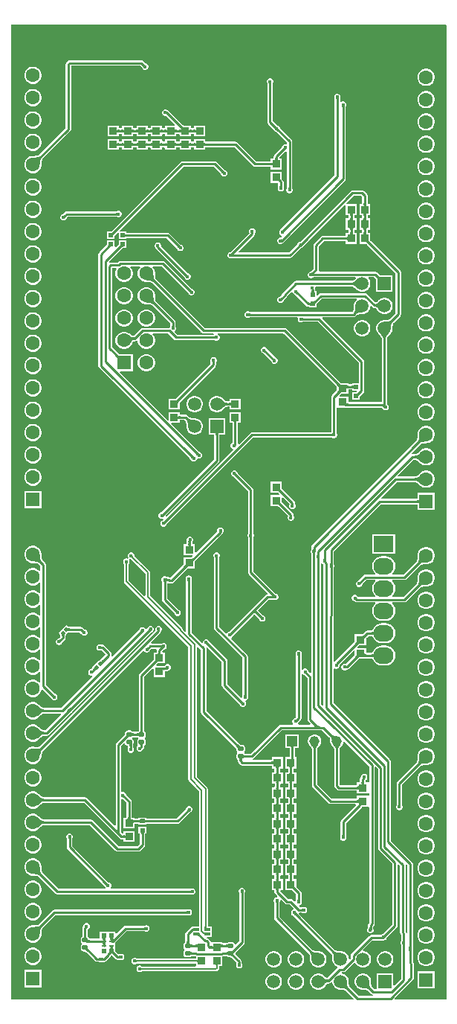
<source format=gbl>
G04*
G04 #@! TF.GenerationSoftware,Altium Limited,Altium Designer,21.1.1 (26)*
G04*
G04 Layer_Physical_Order=2*
G04 Layer_Color=16711680*
%FSAX44Y44*%
%MOMM*%
G71*
G04*
G04 #@! TF.SameCoordinates,7C830176-F0F4-4CA8-9266-6C2C436D825E*
G04*
G04*
G04 #@! TF.FilePolarity,Positive*
G04*
G01*
G75*
%ADD11C,0.2540*%
%ADD19C,0.1778*%
%ADD23R,0.8900X0.9300*%
%ADD28R,0.5000X0.4750*%
G04:AMPARAMS|DCode=30|XSize=0.6mm|YSize=0.54mm|CornerRadius=0.1431mm|HoleSize=0mm|Usage=FLASHONLY|Rotation=0.000|XOffset=0mm|YOffset=0mm|HoleType=Round|Shape=RoundedRectangle|*
%AMROUNDEDRECTD30*
21,1,0.6000,0.2538,0,0,0.0*
21,1,0.3138,0.5400,0,0,0.0*
1,1,0.2862,0.1569,-0.1269*
1,1,0.2862,-0.1569,-0.1269*
1,1,0.2862,-0.1569,0.1269*
1,1,0.2862,0.1569,0.1269*
%
%ADD30ROUNDEDRECTD30*%
%ADD31R,0.9300X0.8900*%
%ADD66R,1.6000X1.6000*%
%ADD67C,1.6000*%
%ADD68C,1.5000*%
%ADD69R,1.5000X1.5000*%
%ADD70R,1.1600X1.1600*%
%ADD71C,1.1600*%
%ADD72O,2.2860X1.9050*%
%ADD73R,2.2860X1.9050*%
%ADD74R,1.5000X1.5000*%
%ADD75C,0.3810*%
%ADD76R,0.5000X0.5250*%
%ADD77R,0.5000X0.2500*%
%ADD78R,0.9300X0.8700*%
%ADD79R,0.7000X0.3000*%
G04:AMPARAMS|DCode=80|XSize=0.38mm|YSize=0.4mm|CornerRadius=0mm|HoleSize=0mm|Usage=FLASHONLY|Rotation=225.000|XOffset=0mm|YOffset=0mm|HoleType=Round|Shape=Rectangle|*
%AMROTATEDRECTD80*
4,1,4,-0.0071,0.2758,0.2758,-0.0071,0.0071,-0.2758,-0.2758,0.0071,-0.0071,0.2758,0.0*
%
%ADD80ROTATEDRECTD80*%

G04:AMPARAMS|DCode=81|XSize=0.38mm|YSize=0.4mm|CornerRadius=0.0475mm|HoleSize=0mm|Usage=FLASHONLY|Rotation=225.000|XOffset=0mm|YOffset=0mm|HoleType=Round|Shape=RoundedRectangle|*
%AMROUNDEDRECTD81*
21,1,0.3800,0.3050,0,0,225.0*
21,1,0.2850,0.4000,0,0,225.0*
1,1,0.0950,-0.2086,0.0071*
1,1,0.0950,-0.0071,0.2086*
1,1,0.0950,0.2086,-0.0071*
1,1,0.0950,0.0071,-0.2086*
%
%ADD81ROUNDEDRECTD81*%
G36*
X00728640Y01052595D02*
X00728505Y01050499D01*
X00728377Y01049576D01*
X00728209Y01048734D01*
X00728001Y01047975D01*
X00727754Y01047299D01*
X00727466Y01046705D01*
X00727138Y01046194D01*
X00726771Y01045765D01*
X00728567Y01043969D01*
X00728996Y01044336D01*
X00729507Y01044664D01*
X00730101Y01044952D01*
X00730777Y01045200D01*
X00731536Y01045407D01*
X00732377Y01045575D01*
X00733301Y01045703D01*
X00735396Y01045839D01*
X00736568Y01045846D01*
X00728648Y01053766D01*
X00728640Y01052595D01*
D02*
G37*
G36*
X00730101Y01033223D02*
X00728523Y01031838D01*
X00727780Y01031275D01*
X00727066Y01030798D01*
X00726383Y01030409D01*
X00725729Y01030106D01*
X00725106Y01029889D01*
X00724512Y01029759D01*
X00723949Y01029716D01*
Y01027176D01*
X00724512Y01027133D01*
X00725106Y01027003D01*
X00725729Y01026786D01*
X00726383Y01026483D01*
X00727066Y01026094D01*
X00727780Y01025617D01*
X00728523Y01025054D01*
X00730101Y01023669D01*
X00730935Y01022846D01*
Y01034046D01*
X00730101Y01033223D01*
D02*
G37*
G36*
X00518227Y01007491D02*
X00518252Y01007483D01*
X00518291Y01007459D01*
X00518345Y01007419D01*
X00518495Y01007290D01*
X00518968Y01006839D01*
X00519122Y01006686D01*
X00520918Y01008482D01*
X00520113Y01009377D01*
X00518227Y01007491D01*
D02*
G37*
G36*
X00730101Y01007823D02*
X00728523Y01006438D01*
X00727780Y01005875D01*
X00727066Y01005398D01*
X00726383Y01005009D01*
X00725729Y01004706D01*
X00725106Y01004489D01*
X00724512Y01004359D01*
X00723949Y01004316D01*
Y01001776D01*
X00724512Y01001733D01*
X00725106Y01001603D01*
X00725729Y01001386D01*
X00726383Y01001083D01*
X00727066Y01000694D01*
X00727780Y01000217D01*
X00728523Y00999654D01*
X00730101Y00998269D01*
X00730935Y00997446D01*
Y01008646D01*
X00730101Y01007823D01*
D02*
G37*
G36*
X00728683Y00979945D02*
X00728606Y00979729D01*
X00728477Y00979538D01*
X00728298Y00979373D01*
X00728066Y00979233D01*
X00727783Y00979119D01*
X00727449Y00979030D01*
X00727064Y00978967D01*
X00726627Y00978929D01*
X00726138Y00978916D01*
Y00976376D01*
X00726627Y00976363D01*
X00727064Y00976325D01*
X00727449Y00976262D01*
X00727783Y00976173D01*
X00728066Y00976059D01*
X00728298Y00975919D01*
X00728477Y00975754D01*
X00728606Y00975563D01*
X00728683Y00975347D01*
X00728709Y00975106D01*
Y00980186D01*
X00728683Y00979945D01*
D02*
G37*
G36*
X00535416Y00940329D02*
X00538083D01*
X00538071Y00940352D01*
X00538060Y00940397D01*
X00538051Y00940463D01*
X00538036Y00940660D01*
X00538020Y00941314D01*
X00538020Y00941531D01*
X00535480D01*
X00535416Y00940329D01*
D02*
G37*
G36*
X00535428Y00937585D02*
X00535439Y00937540D01*
X00535449Y00937473D01*
X00535464Y00937276D01*
X00535479Y00936623D01*
X00535480Y00936405D01*
X00538020D01*
X00538083Y00937608D01*
X00535416D01*
X00535428Y00937585D01*
D02*
G37*
G36*
X00607731Y00923027D02*
X00607672Y00922165D01*
X00607654Y00922094D01*
X00607633Y00922044D01*
X00607610Y00922015D01*
X00610255Y00921675D01*
X00610272Y00922797D01*
X00607732Y00923243D01*
X00607731Y00923027D01*
D02*
G37*
G36*
X00607437Y00919112D02*
X00607448Y00919068D01*
X00607458Y00919001D01*
X00607473Y00918804D01*
X00607488Y00918150D01*
X00607489Y00917933D01*
X00610029D01*
X00610092Y00919136D01*
X00607425D01*
X00607437Y00919112D01*
D02*
G37*
G36*
X00612378Y00916014D02*
X00615045D01*
X00615033Y00916038D01*
X00615022Y00916083D01*
X00615013Y00916149D01*
X00614998Y00916346D01*
X00614982Y00917000D01*
X00614982Y00917217D01*
X00612442D01*
X00612378Y00916014D01*
D02*
G37*
G36*
X00496566Y00914794D02*
X00496577Y00914750D01*
X00496587Y00914683D01*
X00496602Y00914486D01*
X00496617Y00913832D01*
X00496618Y00913615D01*
X00499158D01*
X00499221Y00914818D01*
X00496554D01*
X00496566Y00914794D01*
D02*
G37*
G36*
X00400371Y00914019D02*
X00400496Y00914013D01*
X00400624Y00913992D01*
X00400754Y00913957D01*
X00400886Y00913906D01*
X00401020Y00913841D01*
X00401156Y00913762D01*
X00401295Y00913667D01*
X00401435Y00913558D01*
X00401578Y00913434D01*
X00401723Y00913296D01*
X00402980Y00914553D01*
X00402841Y00914698D01*
X00402608Y00914981D01*
X00402514Y00915119D01*
X00402434Y00915256D01*
X00402369Y00915390D01*
X00402319Y00915522D01*
X00402284Y00915652D01*
X00402263Y00915779D01*
X00402257Y00915905D01*
X00400371Y00914019D01*
D02*
G37*
G36*
X00612390Y00913270D02*
X00612401Y00913225D01*
X00612411Y00913159D01*
X00612426Y00912962D01*
X00612441Y00912308D01*
X00612442Y00912091D01*
X00614982D01*
X00615045Y00913294D01*
X00612378D01*
X00612390Y00913270D01*
D02*
G37*
G36*
X00619602Y00911061D02*
X00622269D01*
X00622257Y00911085D01*
X00622246Y00911130D01*
X00622237Y00911196D01*
X00622222Y00911393D01*
X00622206Y00912047D01*
X00622206Y00912264D01*
X00619666D01*
X00619602Y00911061D01*
D02*
G37*
G36*
X00393769Y00907867D02*
X00393844Y00907761D01*
X00393911Y00907645D01*
X00393969Y00907516D01*
X00394018Y00907375D01*
X00394058Y00907222D01*
X00394089Y00907057D01*
X00394111Y00906881D01*
X00394124Y00906693D01*
X00394129Y00906492D01*
X00395907D01*
X00395911Y00906693D01*
X00395947Y00907057D01*
X00395978Y00907222D01*
X00396018Y00907375D01*
X00396067Y00907516D01*
X00396125Y00907645D01*
X00396191Y00907761D01*
X00396267Y00907867D01*
X00396351Y00907960D01*
X00393684D01*
X00393769Y00907867D01*
D02*
G37*
G36*
X00626983Y00905981D02*
X00629650D01*
X00629638Y00906005D01*
X00629627Y00906049D01*
X00629618Y00906116D01*
X00629603Y00906313D01*
X00629587Y00906967D01*
X00629587Y00907184D01*
X00627047D01*
X00626983Y00905981D01*
D02*
G37*
G36*
X00626995Y00903237D02*
X00627006Y00903193D01*
X00627016Y00903126D01*
X00627031Y00902929D01*
X00627046Y00902275D01*
X00627047Y00902058D01*
X00629587D01*
X00629650Y00903261D01*
X00626983D01*
X00626995Y00903237D01*
D02*
G37*
G36*
X00464816Y00888378D02*
X00464827Y00888334D01*
X00464837Y00888267D01*
X00464852Y00888070D01*
X00464867Y00887416D01*
X00464868Y00887199D01*
X00467408D01*
X00467471Y00888402D01*
X00464804D01*
X00464816Y00888378D01*
D02*
G37*
G36*
X00398016Y00911531D02*
X00398140Y00911406D01*
X00398701Y00910053D01*
Y00908587D01*
X00398140Y00907234D01*
X00397763Y00906857D01*
X00397753Y00906840D01*
X00397750Y00906833D01*
X00397747Y00906824D01*
X00397743Y00906801D01*
X00397737Y00906738D01*
Y00887840D01*
X00415413Y00870165D01*
X00416683Y00870691D01*
Y00895748D01*
X00400236Y00912194D01*
X00400227Y00912201D01*
X00400187Y00912229D01*
X00400178Y00912234D01*
X00400171Y00912236D01*
X00400152Y00912241D01*
X00399619D01*
X00398735Y00912607D01*
X00398016Y00911531D01*
D02*
G37*
G36*
X00562336Y00870459D02*
X00562127Y00870458D01*
Y00870250D01*
X00561979Y00870102D01*
X00562127Y00869938D01*
Y00867918D01*
X00563329Y00867855D01*
Y00869752D01*
X00564671Y00871093D01*
X00564646Y00871101D01*
X00564607Y00871125D01*
X00564553Y00871165D01*
X00564403Y00871294D01*
X00563930Y00871745D01*
X00563776Y00871898D01*
X00562336Y00870459D01*
D02*
G37*
G36*
X00539036Y00852170D02*
X00537766Y00849104D01*
X00538133Y00849445D01*
X00538514Y00849751D01*
X00538910Y00850020D01*
X00539322Y00850253D01*
X00539748Y00850451D01*
X00540189Y00850613D01*
X00540645Y00850738D01*
X00541116Y00850828D01*
X00541601Y00850882D01*
X00542102Y00850900D01*
X00542338Y00853440D01*
X00542311Y00853458D01*
X00542325Y00853512D01*
X00543559Y00854895D01*
X00543898Y00855236D01*
X00539036Y00852170D01*
D02*
G37*
G36*
X00547248Y00845464D02*
X00548053Y00844569D01*
X00549939Y00846455D01*
X00549914Y00846463D01*
X00549874Y00846487D01*
X00549821Y00846527D01*
X00549670Y00846656D01*
X00549198Y00847107D01*
X00549044Y00847260D01*
X00547248Y00845464D01*
D02*
G37*
G36*
X00512893Y00827913D02*
X00514779Y00826027D01*
X00514787Y00826052D01*
X00514811Y00826091D01*
X00514851Y00826145D01*
X00514980Y00826295D01*
X00515431Y00826768D01*
X00515584Y00826922D01*
X00513788Y00828718D01*
X00512893Y00827913D01*
D02*
G37*
G36*
X00677332Y00830078D02*
X00677247Y00829863D01*
X00677106Y00829674D01*
X00676907Y00829510D01*
X00676652Y00829371D01*
X00676341Y00829258D01*
X00675972Y00829169D01*
X00675547Y00829106D01*
X00675066Y00829069D01*
X00674527Y00829056D01*
Y00826516D01*
X00675066Y00826503D01*
X00675547Y00826466D01*
X00675972Y00826403D01*
X00676341Y00826314D01*
X00676652Y00826201D01*
X00676907Y00826062D01*
X00677106Y00825898D01*
X00677247Y00825709D01*
X00677332Y00825495D01*
X00677361Y00825255D01*
Y00830317D01*
X00677332Y00830078D01*
D02*
G37*
G36*
X00665816Y00825959D02*
X00664883Y00825168D01*
X00664469Y00824881D01*
X00664092Y00824666D01*
X00663751Y00824522D01*
X00663446Y00824450D01*
X00663176D01*
X00662943Y00824522D01*
X00662745Y00824666D01*
X00666337Y00821073D01*
X00666194Y00821271D01*
X00666122Y00821505D01*
Y00821774D01*
X00666194Y00822079D01*
X00666337Y00822421D01*
X00666553Y00822798D01*
X00666840Y00823211D01*
X00667199Y00823660D01*
X00668133Y00824666D01*
X00666337Y00826462D01*
X00665816Y00825959D01*
D02*
G37*
G36*
X00485969Y00815467D02*
X00485994Y00815459D01*
X00486033Y00815435D01*
X00486087Y00815395D01*
X00486237Y00815266D01*
X00486710Y00814815D01*
X00486864Y00814662D01*
X00488660Y00816458D01*
X00487855Y00817353D01*
X00485969Y00815467D01*
D02*
G37*
G36*
X00657269Y00819224D02*
X00657338Y00818992D01*
X00657335Y00818725D01*
X00657260Y00818420D01*
X00657113Y00818079D01*
X00656895Y00817702D01*
X00656605Y00817288D01*
X00656242Y00816837D01*
X00655302Y00815826D01*
X00657098Y00814030D01*
X00657622Y00814536D01*
X00658559Y00815333D01*
X00658973Y00815623D01*
X00659351Y00815842D01*
X00659692Y00815988D01*
X00659996Y00816063D01*
X00660264Y00816066D01*
X00660496Y00815998D01*
X00660690Y00815857D01*
X00657129Y00819419D01*
X00657269Y00819224D01*
D02*
G37*
G36*
X00590038Y00803288D02*
X00590049Y00803243D01*
X00590059Y00803177D01*
X00590074Y00802980D01*
X00590089Y00802326D01*
X00590090Y00802109D01*
X00592630D01*
X00592693Y00803312D01*
X00590026D01*
X00590038Y00803288D01*
D02*
G37*
G36*
X00666337Y00800507D02*
X00666363Y00800622D01*
X00666439Y00800726D01*
X00666566Y00800817D01*
X00666744Y00800897D01*
X00666972Y00800964D01*
X00667252Y00801019D01*
X00667582Y00801061D01*
X00668395Y00801110D01*
X00668877Y00801116D01*
Y00803656D01*
X00668395Y00803669D01*
X00667963Y00803707D01*
X00667582Y00803770D01*
X00667252Y00803859D01*
X00666972Y00803973D01*
X00666744Y00804113D01*
X00666566Y00804278D01*
X00666439Y00804469D01*
X00666363Y00804685D01*
X00666337Y00804926D01*
Y00800507D01*
D02*
G37*
G36*
X00677332Y00804678D02*
X00677247Y00804463D01*
X00677106Y00804274D01*
X00676907Y00804110D01*
X00676652Y00803971D01*
X00676341Y00803858D01*
X00675972Y00803770D01*
X00675547Y00803706D01*
X00675066Y00803669D01*
X00674527Y00803656D01*
Y00801116D01*
X00675066Y00801103D01*
X00675547Y00801066D01*
X00675972Y00801003D01*
X00676341Y00800914D01*
X00676652Y00800801D01*
X00676907Y00800662D01*
X00677106Y00800498D01*
X00677247Y00800309D01*
X00677332Y00800094D01*
X00677361Y00799855D01*
Y00804917D01*
X00677332Y00804678D01*
D02*
G37*
G36*
X00657269Y00803904D02*
X00657338Y00803672D01*
X00657335Y00803404D01*
X00657260Y00803100D01*
X00657113Y00802759D01*
X00656895Y00802382D01*
X00656605Y00801968D01*
X00656242Y00801517D01*
X00655302Y00800507D01*
X00657098Y00798710D01*
X00657622Y00799216D01*
X00658559Y00800013D01*
X00658973Y00800303D01*
X00659351Y00800522D01*
X00659692Y00800668D01*
X00659996Y00800743D01*
X00660264Y00800746D01*
X00660496Y00800678D01*
X00660690Y00800537D01*
X00657129Y00804099D01*
X00657269Y00803904D01*
D02*
G37*
G36*
X00598745Y00781939D02*
X00598770Y00781931D01*
X00598809Y00781907D01*
X00598863Y00781867D01*
X00599013Y00781738D01*
X00599486Y00781287D01*
X00599640Y00781134D01*
X00601436Y00782930D01*
X00600631Y00783825D01*
X00598745Y00781939D01*
D02*
G37*
G36*
X00529066Y00756502D02*
X00531733D01*
X00531721Y00756526D01*
X00531710Y00756571D01*
X00531701Y00756637D01*
X00531686Y00756834D01*
X00531670Y00757488D01*
X00531670Y00757705D01*
X00529130D01*
X00529066Y00756502D01*
D02*
G37*
G36*
X00525149Y00748436D02*
X00525955Y00747541D01*
X00527841Y00749427D01*
X00527816Y00749435D01*
X00527776Y00749459D01*
X00527723Y00749499D01*
X00527573Y00749628D01*
X00527100Y00750079D01*
X00526946Y00750232D01*
X00525149Y00748436D01*
D02*
G37*
G36*
X00616819Y00906948D02*
Y00747285D01*
X00618377Y00745728D01*
X00619550Y00746214D01*
Y00906289D01*
X00618849Y00906579D01*
X00618089Y00907339D01*
X00616819Y00906948D01*
D02*
G37*
G36*
X00587823Y00729361D02*
X00589709Y00727475D01*
X00589717Y00727500D01*
X00589741Y00727539D01*
X00589781Y00727593D01*
X00589910Y00727743D01*
X00590361Y00728216D01*
X00590514Y00728370D01*
X00588718Y00730166D01*
X00587823Y00729361D01*
D02*
G37*
G36*
X00595109Y00781530D02*
X00594468Y00781234D01*
Y00731012D01*
X00594231Y00729823D01*
X00593557Y00728814D01*
X00591487Y00726744D01*
Y00726723D01*
X00590926Y00725370D01*
X00590532Y00724976D01*
X00591058Y00723706D01*
X00604550D01*
X00605036Y00724879D01*
X00602243Y00727672D01*
X00601570Y00728680D01*
X00601333Y00729869D01*
Y00776842D01*
X00598014Y00780161D01*
X00597993D01*
X00596640Y00780722D01*
X00595737Y00781624D01*
X00595109Y00781530D01*
D02*
G37*
G36*
X00609166Y00723323D02*
X00609395Y00723018D01*
X00609537Y00722748D01*
X00609593Y00722515D01*
X00609562Y00722317D01*
X00609444Y00722155D01*
X00609240Y00722030D01*
X00608948Y00721940D01*
X00608570Y00721886D01*
X00608106Y00721868D01*
X00613712Y00719328D01*
X00616778Y00721868D01*
X00616277Y00721886D01*
X00615792Y00721940D01*
X00615321Y00722030D01*
X00614865Y00722155D01*
X00614424Y00722317D01*
X00613998Y00722515D01*
X00613586Y00722748D01*
X00613190Y00723018D01*
X00612808Y00723323D01*
X00612442Y00723664D01*
X00608850D01*
X00609166Y00723323D01*
D02*
G37*
G36*
X00627617Y00710539D02*
X00627921Y00710196D01*
X00628192Y00709807D01*
X00628430Y00709372D01*
X00628635Y00708891D01*
X00628807Y00708363D01*
X00628947Y00707789D01*
X00629054Y00707169D01*
X00629128Y00706503D01*
X00629170Y00705791D01*
X00629178Y00705033D01*
X00634920Y00710775D01*
X00634161Y00710783D01*
X00632783Y00710899D01*
X00632164Y00711006D01*
X00631590Y00711145D01*
X00631062Y00711318D01*
X00630581Y00711523D01*
X00630146Y00711761D01*
X00629756Y00712032D01*
X00629413Y00712336D01*
X00627617Y00710539D01*
D02*
G37*
G36*
X00520588Y00699035D02*
X00521094Y00698511D01*
X00521890Y00697574D01*
X00522180Y00697160D01*
X00522399Y00696782D01*
X00522546Y00696441D01*
X00522621Y00696137D01*
X00522624Y00695869D01*
X00522555Y00695638D01*
X00522414Y00695443D01*
X00525976Y00699004D01*
X00525781Y00698864D01*
X00525550Y00698795D01*
X00525282Y00698798D01*
X00524977Y00698873D01*
X00524636Y00699020D01*
X00524259Y00699238D01*
X00523845Y00699529D01*
X00523395Y00699891D01*
X00522384Y00700831D01*
X00520588Y00699035D01*
D02*
G37*
G36*
X00581879Y00699180D02*
X00582095Y00699104D01*
X00582285Y00698977D01*
X00582451Y00698799D01*
X00582590Y00698570D01*
X00582705Y00698291D01*
X00582794Y00697961D01*
X00582857Y00697580D01*
X00582895Y00697148D01*
X00582908Y00696665D01*
X00585448D01*
X00585461Y00697148D01*
X00585499Y00697580D01*
X00585562Y00697961D01*
X00585651Y00698291D01*
X00585765Y00698570D01*
X00585905Y00698799D01*
X00586070Y00698977D01*
X00586261Y00699104D01*
X00586477Y00699180D01*
X00586718Y00699205D01*
X00581638D01*
X00581879Y00699180D01*
D02*
G37*
G36*
X00606048Y00700291D02*
X00606941Y00699235D01*
X00607303Y00698721D01*
X00607610Y00698216D01*
X00607861Y00697721D01*
X00608057Y00697236D01*
X00608196Y00696760D01*
X00608280Y00696293D01*
X00608308Y00695836D01*
X00610848D01*
X00610876Y00696293D01*
X00610959Y00696760D01*
X00611099Y00697236D01*
X00611294Y00697721D01*
X00611545Y00698216D01*
X00611852Y00698721D01*
X00612215Y00699235D01*
X00612633Y00699758D01*
X00613108Y00700291D01*
X00613638Y00700833D01*
X00605518D01*
X00606048Y00700291D01*
D02*
G37*
G36*
X00631448D02*
X00632341Y00699235D01*
X00632703Y00698721D01*
X00633010Y00698216D01*
X00633261Y00697721D01*
X00633457Y00697236D01*
X00633596Y00696760D01*
X00633680Y00696293D01*
X00633708Y00695836D01*
X00636248D01*
X00636276Y00696293D01*
X00636359Y00696760D01*
X00636499Y00697236D01*
X00636694Y00697721D01*
X00636945Y00698216D01*
X00637252Y00698721D01*
X00637615Y00699235D01*
X00638033Y00699758D01*
X00638508Y00700291D01*
X00639038Y00700833D01*
X00630918D01*
X00631448Y00700291D01*
D02*
G37*
G36*
X00527960Y00685459D02*
X00528111Y00685651D01*
X00528294Y00685823D01*
X00528509Y00685974D01*
X00528757Y00686105D01*
X00529036Y00686217D01*
X00529348Y00686307D01*
X00529692Y00686378D01*
X00530069Y00686429D01*
X00530477Y00686459D01*
X00530918Y00686469D01*
Y00689007D01*
X00530477Y00689017D01*
X00529692Y00689098D01*
X00529348Y00689168D01*
X00529036Y00689259D01*
X00528757Y00689370D01*
X00528509Y00689502D01*
X00528294Y00689653D01*
X00528111Y00689825D01*
X00527960Y00690017D01*
Y00685459D01*
D02*
G37*
G36*
X00582895Y00687143D02*
X00582857Y00686711D01*
X00582794Y00686330D01*
X00582705Y00686000D01*
X00582590Y00685721D01*
X00582451Y00685492D01*
X00582285Y00685314D01*
X00582095Y00685187D01*
X00581879Y00685111D01*
X00581638Y00685086D01*
X00586718D01*
X00586477Y00685111D01*
X00586261Y00685187D01*
X00586070Y00685314D01*
X00585905Y00685492D01*
X00585765Y00685721D01*
X00585651Y00686000D01*
X00585562Y00686330D01*
X00585499Y00686711D01*
X00585461Y00687143D01*
X00585448Y00687626D01*
X00582908D01*
X00582895Y00687143D01*
D02*
G37*
G36*
X00540123Y00685540D02*
X00539115Y00684867D01*
X00538999Y00684844D01*
X00539124Y00683574D01*
X00560608D01*
X00560757Y00683587D01*
X00560790Y00683592D01*
Y00686894D01*
X00573246D01*
Y00674038D01*
X00570144D01*
X00570139Y00674006D01*
X00570126Y00673856D01*
Y00669742D01*
X00570138Y00669597D01*
X00570146Y00669551D01*
X00573246D01*
Y00656695D01*
X00571391D01*
X00570196Y00655433D01*
X00570196Y00652400D01*
X00570209Y00652255D01*
X00570217Y00652209D01*
X00573246D01*
Y00639353D01*
X00570144D01*
X00570139Y00639320D01*
X00570126Y00639171D01*
Y00635057D01*
X00570138Y00634912D01*
X00570146Y00634866D01*
X00573246D01*
Y00622010D01*
X00570144D01*
X00570139Y00621978D01*
X00570126Y00621828D01*
Y00617714D01*
X00570138Y00617570D01*
X00570146Y00617524D01*
X00573246D01*
Y00604668D01*
X00570144D01*
X00570139Y00604635D01*
X00570126Y00604486D01*
Y00600372D01*
X00570138Y00600227D01*
X00570146Y00600181D01*
X00573246D01*
Y00587325D01*
X00570144D01*
X00570139Y00587293D01*
X00570126Y00587143D01*
Y00583029D01*
X00570138Y00582885D01*
X00570146Y00582839D01*
X00573246D01*
Y00569983D01*
X00570144D01*
X00570139Y00569950D01*
X00570126Y00569801D01*
Y00565687D01*
X00570138Y00565542D01*
X00570146Y00565496D01*
X00573246D01*
Y00552640D01*
X00571320D01*
X00570126Y00551378D01*
X00570126Y00548344D01*
X00570138Y00548200D01*
X00570146Y00548154D01*
X00573246D01*
Y00535298D01*
X00571177D01*
X00570651Y00534028D01*
X00579185Y00525493D01*
X00582472D01*
X00583662Y00525257D01*
X00584670Y00524583D01*
X00586503Y00522750D01*
X00587799Y00523251D01*
X00588237Y00524310D01*
X00588250Y00524323D01*
X00588252Y00524364D01*
Y00531216D01*
X00584995Y00534474D01*
X00584560Y00534878D01*
X00584206Y00535162D01*
X00584014Y00535298D01*
X00576110D01*
Y00548154D01*
X00579210D01*
X00579217Y00548200D01*
X00579230Y00548344D01*
Y00552458D01*
X00579217Y00552608D01*
X00579212Y00552640D01*
X00576110D01*
Y00565496D01*
X00579210D01*
X00579217Y00565542D01*
X00579230Y00565687D01*
Y00569801D01*
X00579217Y00569950D01*
X00579212Y00569983D01*
X00576110D01*
Y00582839D01*
X00579210D01*
X00579217Y00582885D01*
X00579230Y00583029D01*
Y00587143D01*
X00579217Y00587293D01*
X00579212Y00587325D01*
X00576110D01*
Y00600181D01*
X00579210D01*
X00579217Y00600227D01*
X00579230Y00600372D01*
Y00604486D01*
X00579217Y00604635D01*
X00579212Y00604668D01*
X00576110D01*
Y00617524D01*
X00579210D01*
X00579217Y00617570D01*
X00579230Y00617714D01*
Y00621828D01*
X00579217Y00621978D01*
X00579212Y00622010D01*
X00576110D01*
Y00634866D01*
X00579210D01*
X00579217Y00634912D01*
X00579230Y00635057D01*
Y00639171D01*
X00579217Y00639320D01*
X00579212Y00639353D01*
X00576110D01*
Y00652209D01*
X00579210D01*
X00579217Y00652255D01*
X00579230Y00652400D01*
Y00656513D01*
X00579217Y00656663D01*
X00579212Y00656695D01*
X00576110D01*
Y00669551D01*
X00579210D01*
X00579217Y00669597D01*
X00579230Y00669742D01*
Y00673856D01*
X00579217Y00674006D01*
X00579212Y00674038D01*
X00576110D01*
Y00686894D01*
X00581050D01*
X00581057Y00686940D01*
X00581070Y00687085D01*
Y00697206D01*
X00581057Y00697351D01*
X00581050Y00697397D01*
X00576600D01*
Y00712553D01*
X00591756D01*
Y00697397D01*
X00587306D01*
X00587298Y00697351D01*
X00587285Y00697206D01*
Y00687085D01*
X00587298Y00686940D01*
X00587306Y00686894D01*
X00588566D01*
Y00674038D01*
X00585464D01*
X00585459Y00674006D01*
X00585446Y00673856D01*
Y00669742D01*
X00585458Y00669597D01*
X00585466Y00669551D01*
X00588566D01*
Y00656695D01*
X00585464D01*
X00585459Y00656663D01*
X00585446Y00656513D01*
Y00652400D01*
X00585458Y00652255D01*
X00585466Y00652209D01*
X00588566D01*
Y00639353D01*
X00585464D01*
X00585459Y00639320D01*
X00585446Y00639171D01*
Y00635057D01*
X00585458Y00634912D01*
X00585466Y00634866D01*
X00588566D01*
Y00622010D01*
X00585464D01*
X00585459Y00621978D01*
X00585446Y00621828D01*
Y00617714D01*
X00585458Y00617570D01*
X00585466Y00617524D01*
X00588566D01*
Y00604668D01*
X00585464D01*
X00585459Y00604635D01*
X00585446Y00604486D01*
Y00600372D01*
X00585458Y00600227D01*
X00585466Y00600181D01*
X00588566D01*
Y00587325D01*
X00585464D01*
X00585459Y00587293D01*
X00585446Y00587143D01*
Y00583029D01*
X00585458Y00582885D01*
X00585466Y00582839D01*
X00588566D01*
Y00569983D01*
X00585464D01*
X00585459Y00569950D01*
X00585446Y00569801D01*
Y00565687D01*
X00585458Y00565542D01*
X00585466Y00565496D01*
X00588566D01*
Y00552640D01*
X00585464D01*
X00585459Y00552608D01*
X00585446Y00552458D01*
Y00548344D01*
X00585458Y00548200D01*
X00585466Y00548154D01*
X00588566D01*
Y00539850D01*
X00588687Y00539677D01*
X00589283Y00538976D01*
X00593557Y00534701D01*
X00594231Y00533693D01*
X00594468Y00532504D01*
Y00524325D01*
X00594482Y00524310D01*
X00595043Y00522957D01*
Y00521491D01*
X00594482Y00520138D01*
X00593446Y00519102D01*
X00592386Y00518663D01*
X00591885Y00517368D01*
X00593076Y00516177D01*
X00595921D01*
X00596723Y00516509D01*
X00598188D01*
X00599542Y00515948D01*
X00600578Y00514912D01*
X00601139Y00513559D01*
Y00512093D01*
X00600578Y00510740D01*
X00599542Y00509704D01*
X00598188Y00509143D01*
X00596723D01*
X00595369Y00509704D01*
X00595112Y00509961D01*
X00592348D01*
X00591822Y00508691D01*
X00633146Y00467367D01*
X00633155Y00467359D01*
X00633448Y00467168D01*
X00633831Y00466978D01*
X00634308Y00466797D01*
X00634880Y00466633D01*
X00635545Y00466493D01*
X00636281Y00466384D01*
X00638096Y00466252D01*
X00639123Y00466238D01*
X00639285Y00466203D01*
X00640349D01*
X00642709Y00465571D01*
X00644825Y00464350D01*
X00646552Y00462622D01*
X00647774Y00460507D01*
X00648406Y00458147D01*
Y00457477D01*
X00649676Y00456951D01*
X00650872Y00458148D01*
Y00461295D01*
X00651109Y00462484D01*
X00651782Y00463492D01*
X00671818Y00483527D01*
X00672826Y00484201D01*
X00674015Y00484438D01*
X00685017D01*
X00685920Y00485341D01*
X00687274Y00485902D01*
X00687292D01*
X00687322Y00485929D01*
X00697980Y00496587D01*
Y00565762D01*
X00682634Y00581108D01*
X00681961Y00582116D01*
X00681724Y00583306D01*
Y00673591D01*
X00679207Y00676108D01*
X00678034Y00675622D01*
Y00497132D01*
X00677797Y00495942D01*
X00677123Y00494934D01*
X00676425Y00494236D01*
Y00491682D01*
X00676758Y00490879D01*
Y00489414D01*
X00676197Y00488060D01*
X00675161Y00487024D01*
X00673807Y00486464D01*
X00672342D01*
X00670988Y00487024D01*
X00669952Y00488060D01*
X00669391Y00489414D01*
Y00490879D01*
X00669952Y00492233D01*
X00670210Y00492491D01*
Y00495523D01*
X00670446Y00496713D01*
X00671120Y00497721D01*
X00671818Y00498419D01*
Y00629976D01*
X00670735Y00630428D01*
X00670548Y00630428D01*
X00663426D01*
X00663125Y00629977D01*
X00645267Y00612120D01*
Y00597477D01*
X00645282Y00597462D01*
X00645843Y00596109D01*
Y00594643D01*
X00645282Y00593290D01*
X00644246Y00592254D01*
X00642892Y00591693D01*
X00641427D01*
X00640073Y00592254D01*
X00639038Y00593290D01*
X00638477Y00594643D01*
Y00596109D01*
X00639038Y00597462D01*
X00639050Y00597475D01*
X00639052Y00597515D01*
Y00613407D01*
X00639289Y00614596D01*
X00639962Y00615605D01*
X00656636Y00632278D01*
X00656110Y00633548D01*
X00627550D01*
X00626361Y00633785D01*
X00625352Y00634459D01*
X00607380Y00652430D01*
X00606707Y00653439D01*
X00606470Y00654628D01*
Y00696115D01*
X00606429Y00696343D01*
X00606342Y00696641D01*
X00606209Y00696972D01*
X00606025Y00697334D01*
X00605787Y00697726D01*
X00605505Y00698125D01*
X00604706Y00699070D01*
X00604221Y00699566D01*
X00604130Y00699706D01*
X00603514Y00700322D01*
X00602516Y00702050D01*
X00602000Y00703977D01*
Y00705973D01*
X00602516Y00707900D01*
X00603514Y00709628D01*
X00604925Y00711039D01*
X00606653Y00712037D01*
X00608580Y00712553D01*
X00610575D01*
X00612503Y00712037D01*
X00614231Y00711039D01*
X00615642Y00709628D01*
X00616639Y00707900D01*
X00617156Y00705973D01*
Y00703977D01*
X00616639Y00702050D01*
X00615642Y00700322D01*
X00615025Y00699706D01*
X00614934Y00699566D01*
X00614434Y00699054D01*
X00614020Y00698589D01*
X00613665Y00698145D01*
X00613369Y00697726D01*
X00613130Y00697334D01*
X00612947Y00696971D01*
X00612814Y00696641D01*
X00612727Y00696343D01*
X00612686Y00696115D01*
Y00655915D01*
X00628837Y00639764D01*
X00657697D01*
X00657847Y00639777D01*
X00657879Y00639782D01*
Y00642884D01*
X00670548D01*
X00670735Y00642884D01*
X00671818Y00643336D01*
Y00645296D01*
X00670735Y00645748D01*
Y00645748D01*
X00657879D01*
Y00648850D01*
X00657847Y00648855D01*
X00657697Y00648868D01*
X00637546D01*
X00636357Y00649105D01*
X00635348Y00649779D01*
X00632780Y00652347D01*
X00632107Y00653355D01*
X00631870Y00654544D01*
Y00696115D01*
X00631829Y00696343D01*
X00631742Y00696641D01*
X00631609Y00696972D01*
X00631425Y00697334D01*
X00631187Y00697726D01*
X00630905Y00698125D01*
X00630106Y00699070D01*
X00629622Y00699566D01*
X00629530Y00699706D01*
X00628914Y00700322D01*
X00627916Y00702050D01*
X00627400Y00703977D01*
Y00704849D01*
X00627365Y00705013D01*
X00627357Y00705728D01*
X00627321Y00706350D01*
X00627258Y00706915D01*
X00627171Y00707420D01*
X00627063Y00707866D01*
X00626936Y00708252D01*
X00626797Y00708580D01*
X00626648Y00708852D01*
X00626515Y00709043D01*
X00618068Y00717490D01*
X00572073D01*
X00540123Y00685540D01*
D02*
G37*
G36*
X00523096Y00685429D02*
X00523309Y00685340D01*
X00523497Y00685193D01*
X00523660Y00684986D01*
X00523797Y00684719D01*
X00523910Y00684394D01*
X00523998Y00684009D01*
X00524061Y00683566D01*
X00524098Y00683063D01*
X00524111Y00682501D01*
X00526651D01*
X00526663Y00683063D01*
X00526764Y00684009D01*
X00526851Y00684394D01*
X00526964Y00684719D01*
X00527102Y00684986D01*
X00527265Y00685193D01*
X00527453Y00685340D01*
X00527666Y00685429D01*
X00527904Y00685459D01*
X00522858D01*
X00523096Y00685429D01*
D02*
G37*
G36*
X00562603Y00682765D02*
X00562526Y00682549D01*
X00562397Y00682358D01*
X00562217Y00682193D01*
X00561986Y00682053D01*
X00561703Y00681939D01*
X00561369Y00681850D01*
X00560984Y00681787D01*
X00560547Y00681749D01*
X00560058Y00681736D01*
Y00679196D01*
X00560547Y00679183D01*
X00560984Y00679145D01*
X00561369Y00679082D01*
X00561703Y00678993D01*
X00561986Y00678878D01*
X00562217Y00678739D01*
X00562397Y00678574D01*
X00562526Y00678383D01*
X00562603Y00678167D01*
X00562629Y00677926D01*
Y00683006D01*
X00562603Y00682765D01*
D02*
G37*
G36*
X00564719Y00675851D02*
X00564935Y00675774D01*
X00565126Y00675646D01*
X00565291Y00675466D01*
X00565430Y00675234D01*
X00565545Y00674951D01*
X00565634Y00674617D01*
X00565697Y00674232D01*
X00565735Y00673795D01*
X00565748Y00673306D01*
X00568288D01*
X00568301Y00673795D01*
X00568339Y00674232D01*
X00568402Y00674617D01*
X00568491Y00674951D01*
X00568605Y00675234D01*
X00568745Y00675466D01*
X00568910Y00675646D01*
X00569101Y00675774D01*
X00569316Y00675851D01*
X00569558Y00675877D01*
X00564478D01*
X00564719Y00675851D01*
D02*
G37*
G36*
X00580039D02*
X00580255Y00675774D01*
X00580446Y00675646D01*
X00580611Y00675466D01*
X00580750Y00675234D01*
X00580865Y00674951D01*
X00580953Y00674617D01*
X00581017Y00674232D01*
X00581055Y00673795D01*
X00581068Y00673306D01*
X00583608D01*
X00583620Y00673795D01*
X00583659Y00674232D01*
X00583722Y00674617D01*
X00583811Y00674951D01*
X00583925Y00675234D01*
X00584065Y00675466D01*
X00584230Y00675646D01*
X00584421Y00675774D01*
X00584636Y00675851D01*
X00584878Y00675877D01*
X00579798D01*
X00580039Y00675851D01*
D02*
G37*
G36*
X00565735Y00669800D02*
X00565697Y00669369D01*
X00565634Y00668988D01*
X00565545Y00668657D01*
X00565430Y00668378D01*
X00565291Y00668149D01*
X00565126Y00667971D01*
X00564935Y00667844D01*
X00564719Y00667768D01*
X00564478Y00667743D01*
X00569558D01*
X00569316Y00667768D01*
X00569101Y00667844D01*
X00568910Y00667971D01*
X00568745Y00668149D01*
X00568605Y00668378D01*
X00568491Y00668657D01*
X00568402Y00668988D01*
X00568339Y00669369D01*
X00568301Y00669800D01*
X00568288Y00670283D01*
X00565748D01*
X00565735Y00669800D01*
D02*
G37*
G36*
X00581055D02*
X00581017Y00669369D01*
X00580953Y00668988D01*
X00580865Y00668657D01*
X00580750Y00668378D01*
X00580611Y00668149D01*
X00580446Y00667971D01*
X00580255Y00667844D01*
X00580039Y00667768D01*
X00579798Y00667743D01*
X00584878D01*
X00584636Y00667768D01*
X00584421Y00667844D01*
X00584230Y00667971D01*
X00584065Y00668149D01*
X00583925Y00668378D01*
X00583811Y00668657D01*
X00583722Y00668988D01*
X00583659Y00669369D01*
X00583620Y00669800D01*
X00583608Y00670283D01*
X00581068D01*
X00581055Y00669800D01*
D02*
G37*
G36*
X00663025Y00658447D02*
X00662987Y00658010D01*
X00662923Y00657625D01*
X00662834Y00657290D01*
X00662720Y00657008D01*
X00662580Y00656776D01*
X00662415Y00656596D01*
X00662225Y00656468D01*
X00662009Y00656391D01*
X00661767Y00656365D01*
X00666847D01*
X00666606Y00656391D01*
X00666390Y00656468D01*
X00666200Y00656596D01*
X00666034Y00656776D01*
X00665895Y00657008D01*
X00665780Y00657290D01*
X00665692Y00657625D01*
X00665628Y00658010D01*
X00665590Y00658447D01*
X00665577Y00658936D01*
X00663037D01*
X00663025Y00658447D01*
D02*
G37*
G36*
X00564790Y00658509D02*
X00565006Y00658432D01*
X00565196Y00658303D01*
X00565362Y00658123D01*
X00565501Y00657892D01*
X00565616Y00657609D01*
X00565704Y00657275D01*
X00565768Y00656889D01*
X00565806Y00656452D01*
X00565819Y00655964D01*
X00568359D01*
X00568371Y00656452D01*
X00568410Y00656889D01*
X00568473Y00657275D01*
X00568562Y00657609D01*
X00568676Y00657892D01*
X00568816Y00658123D01*
X00568981Y00658303D01*
X00569171Y00658432D01*
X00569387Y00658509D01*
X00569629Y00658534D01*
X00564549D01*
X00564790Y00658509D01*
D02*
G37*
G36*
X00580039D02*
X00580255Y00658432D01*
X00580446Y00658303D01*
X00580611Y00658123D01*
X00580750Y00657892D01*
X00580865Y00657609D01*
X00580953Y00657275D01*
X00581017Y00656889D01*
X00581055Y00656452D01*
X00581068Y00655964D01*
X00583608D01*
X00583620Y00656452D01*
X00583659Y00656889D01*
X00583722Y00657275D01*
X00583811Y00657609D01*
X00583925Y00657892D01*
X00584065Y00658123D01*
X00584230Y00658303D01*
X00584421Y00658432D01*
X00584636Y00658509D01*
X00584878Y00658534D01*
X00579798D01*
X00580039Y00658509D01*
D02*
G37*
G36*
X00642501Y00703773D02*
X00642039Y00702050D01*
X00641042Y00700322D01*
X00640425Y00699706D01*
X00640334Y00699566D01*
X00639834Y00699054D01*
X00639420Y00698589D01*
X00639065Y00698145D01*
X00638769Y00697726D01*
X00638531Y00697334D01*
X00638346Y00696971D01*
X00638214Y00696641D01*
X00638126Y00696343D01*
X00638086Y00696115D01*
Y00655831D01*
X00638833Y00655084D01*
X00657697D01*
X00657847Y00655097D01*
X00657879Y00655102D01*
Y00658204D01*
X00661181D01*
X00661187Y00658236D01*
X00661200Y00658386D01*
Y00662138D01*
X00661436Y00663327D01*
X00662110Y00664335D01*
X00662353Y00664578D01*
Y00664943D01*
X00662914Y00666296D01*
X00663950Y00667332D01*
X00665303Y00667893D01*
X00666768D01*
X00668122Y00667332D01*
X00669158Y00666296D01*
X00669719Y00664943D01*
Y00663477D01*
X00669158Y00662124D01*
X00668122Y00661088D01*
X00667415Y00660795D01*
Y00658386D01*
X00667428Y00658236D01*
X00667433Y00658204D01*
X00670735D01*
Y00658204D01*
X00671818Y00658656D01*
Y00676253D01*
X00643686Y00704385D01*
X00642501Y00703773D01*
D02*
G37*
G36*
X00581055Y00652458D02*
X00581017Y00652026D01*
X00580953Y00651645D01*
X00580865Y00651315D01*
X00580750Y00651035D01*
X00580611Y00650807D01*
X00580446Y00650629D01*
X00580255Y00650502D01*
X00580039Y00650426D01*
X00579798Y00650400D01*
X00584878D01*
X00584636Y00650426D01*
X00584421Y00650502D01*
X00584230Y00650629D01*
X00584065Y00650807D01*
X00583925Y00651035D01*
X00583811Y00651315D01*
X00583722Y00651645D01*
X00583659Y00652026D01*
X00583620Y00652458D01*
X00583608Y00652940D01*
X00581068D01*
X00581055Y00652458D01*
D02*
G37*
G36*
X00565806Y00652458D02*
X00565768Y00652026D01*
X00565704Y00651645D01*
X00565616Y00651315D01*
X00565501Y00651035D01*
X00565362Y00650807D01*
X00565196Y00650629D01*
X00565006Y00650502D01*
X00564790Y00650426D01*
X00564549Y00650400D01*
X00569629D01*
X00569387Y00650426D01*
X00569171Y00650502D01*
X00568981Y00650629D01*
X00568816Y00650807D01*
X00568676Y00651035D01*
X00568562Y00651315D01*
X00568473Y00651645D01*
X00568410Y00652026D01*
X00568371Y00652458D01*
X00568359Y00652940D01*
X00565819D01*
X00565806Y00652458D01*
D02*
G37*
G36*
X00659693Y00654275D02*
X00659615Y00654059D01*
X00659487Y00653868D01*
X00659307Y00653703D01*
X00659076Y00653564D01*
X00658793Y00653449D01*
X00658459Y00653360D01*
X00658073Y00653297D01*
X00657636Y00653259D01*
X00657148Y00653246D01*
Y00650706D01*
X00657636Y00650693D01*
X00658073Y00650655D01*
X00658459Y00650592D01*
X00658793Y00650503D01*
X00659076Y00650388D01*
X00659307Y00650249D01*
X00659487Y00650084D01*
X00659615Y00649893D01*
X00659693Y00649677D01*
X00659718Y00649436D01*
Y00654516D01*
X00659693Y00654275D01*
D02*
G37*
G36*
X00580039Y00641166D02*
X00580255Y00641089D01*
X00580446Y00640960D01*
X00580611Y00640781D01*
X00580750Y00640549D01*
X00580865Y00640266D01*
X00580953Y00639932D01*
X00581017Y00639547D01*
X00581055Y00639110D01*
X00581068Y00638621D01*
X00583608D01*
X00583620Y00639110D01*
X00583659Y00639547D01*
X00583722Y00639932D01*
X00583811Y00640266D01*
X00583925Y00640549D01*
X00584065Y00640781D01*
X00584230Y00640960D01*
X00584421Y00641089D01*
X00584636Y00641166D01*
X00584878Y00641192D01*
X00579798D01*
X00580039Y00641166D01*
D02*
G37*
G36*
X00564719Y00641166D02*
X00564935Y00641089D01*
X00565126Y00640960D01*
X00565291Y00640781D01*
X00565430Y00640549D01*
X00565545Y00640266D01*
X00565634Y00639932D01*
X00565697Y00639547D01*
X00565735Y00639110D01*
X00565748Y00638621D01*
X00568288D01*
X00568301Y00639110D01*
X00568339Y00639547D01*
X00568402Y00639932D01*
X00568491Y00640266D01*
X00568605Y00640549D01*
X00568745Y00640781D01*
X00568910Y00640960D01*
X00569101Y00641089D01*
X00569316Y00641166D01*
X00569558Y00641192D01*
X00564478D01*
X00564719Y00641166D01*
D02*
G37*
G36*
X00659693Y00638955D02*
X00659615Y00638739D01*
X00659487Y00638548D01*
X00659307Y00638383D01*
X00659076Y00638243D01*
X00658793Y00638129D01*
X00658459Y00638040D01*
X00658073Y00637977D01*
X00657636Y00637939D01*
X00657148Y00637926D01*
Y00635386D01*
X00657636Y00635373D01*
X00658073Y00635335D01*
X00658459Y00635272D01*
X00658793Y00635183D01*
X00659076Y00635069D01*
X00659307Y00634929D01*
X00659487Y00634764D01*
X00659615Y00634573D01*
X00659693Y00634357D01*
X00659718Y00634116D01*
Y00639196D01*
X00659693Y00638955D01*
D02*
G37*
G36*
X00565735Y00635115D02*
X00565697Y00634683D01*
X00565634Y00634302D01*
X00565545Y00633972D01*
X00565430Y00633693D01*
X00565291Y00633464D01*
X00565126Y00633287D01*
X00564935Y00633159D01*
X00564719Y00633083D01*
X00564478Y00633058D01*
X00569558D01*
X00569316Y00633083D01*
X00569101Y00633159D01*
X00568910Y00633287D01*
X00568745Y00633464D01*
X00568605Y00633693D01*
X00568491Y00633972D01*
X00568402Y00634302D01*
X00568339Y00634683D01*
X00568301Y00635115D01*
X00568288Y00635598D01*
X00565748D01*
X00565735Y00635115D01*
D02*
G37*
G36*
X00581055D02*
X00581017Y00634683D01*
X00580953Y00634302D01*
X00580865Y00633972D01*
X00580750Y00633693D01*
X00580611Y00633464D01*
X00580446Y00633287D01*
X00580255Y00633159D01*
X00580039Y00633083D01*
X00579798Y00633058D01*
X00584878D01*
X00584636Y00633083D01*
X00584421Y00633159D01*
X00584230Y00633287D01*
X00584065Y00633464D01*
X00583925Y00633693D01*
X00583811Y00633972D01*
X00583722Y00634302D01*
X00583659Y00634683D01*
X00583620Y00635115D01*
X00583608Y00635598D01*
X00581068D01*
X00581055Y00635115D01*
D02*
G37*
G36*
X00564719Y00623824D02*
X00564935Y00623746D01*
X00565126Y00623618D01*
X00565291Y00623438D01*
X00565430Y00623207D01*
X00565545Y00622924D01*
X00565634Y00622590D01*
X00565697Y00622204D01*
X00565735Y00621767D01*
X00565748Y00621279D01*
X00568288D01*
X00568301Y00621767D01*
X00568339Y00622204D01*
X00568402Y00622590D01*
X00568491Y00622924D01*
X00568605Y00623207D01*
X00568745Y00623438D01*
X00568910Y00623618D01*
X00569101Y00623746D01*
X00569316Y00623824D01*
X00569558Y00623849D01*
X00564478D01*
X00564719Y00623824D01*
D02*
G37*
G36*
X00580039D02*
X00580255Y00623746D01*
X00580446Y00623618D01*
X00580611Y00623438D01*
X00580750Y00623207D01*
X00580865Y00622924D01*
X00580953Y00622590D01*
X00581017Y00622204D01*
X00581055Y00621767D01*
X00581068Y00621279D01*
X00583608D01*
X00583620Y00621767D01*
X00583659Y00622204D01*
X00583722Y00622590D01*
X00583811Y00622924D01*
X00583925Y00623207D01*
X00584065Y00623438D01*
X00584230Y00623618D01*
X00584421Y00623746D01*
X00584636Y00623824D01*
X00584878Y00623849D01*
X00579798D01*
X00580039Y00623824D01*
D02*
G37*
G36*
X00565735Y00617773D02*
X00565697Y00617341D01*
X00565634Y00616960D01*
X00565545Y00616630D01*
X00565430Y00616350D01*
X00565291Y00616122D01*
X00565126Y00615944D01*
X00564935Y00615817D01*
X00564719Y00615741D01*
X00564478Y00615715D01*
X00569558D01*
X00569316Y00615741D01*
X00569101Y00615817D01*
X00568910Y00615944D01*
X00568745Y00616122D01*
X00568605Y00616350D01*
X00568491Y00616630D01*
X00568402Y00616960D01*
X00568339Y00617341D01*
X00568301Y00617773D01*
X00568288Y00618255D01*
X00565748D01*
X00565735Y00617773D01*
D02*
G37*
G36*
X00581055D02*
X00581017Y00617341D01*
X00580953Y00616960D01*
X00580865Y00616630D01*
X00580750Y00616350D01*
X00580611Y00616122D01*
X00580446Y00615944D01*
X00580255Y00615817D01*
X00580039Y00615741D01*
X00579798Y00615715D01*
X00584878D01*
X00584636Y00615741D01*
X00584421Y00615817D01*
X00584230Y00615944D01*
X00584065Y00616122D01*
X00583925Y00616350D01*
X00583811Y00616630D01*
X00583722Y00616960D01*
X00583659Y00617341D01*
X00583620Y00617773D01*
X00583608Y00618255D01*
X00581068D01*
X00581055Y00617773D01*
D02*
G37*
G36*
X00564719Y00606481D02*
X00564935Y00606404D01*
X00565126Y00606275D01*
X00565291Y00606096D01*
X00565430Y00605864D01*
X00565545Y00605581D01*
X00565634Y00605247D01*
X00565697Y00604862D01*
X00565735Y00604425D01*
X00565748Y00603936D01*
X00568288D01*
X00568301Y00604425D01*
X00568339Y00604862D01*
X00568402Y00605247D01*
X00568491Y00605581D01*
X00568605Y00605864D01*
X00568745Y00606096D01*
X00568910Y00606275D01*
X00569101Y00606404D01*
X00569316Y00606481D01*
X00569558Y00606507D01*
X00564478D01*
X00564719Y00606481D01*
D02*
G37*
G36*
X00580039D02*
X00580255Y00606404D01*
X00580446Y00606275D01*
X00580611Y00606096D01*
X00580750Y00605864D01*
X00580865Y00605581D01*
X00580953Y00605247D01*
X00581017Y00604862D01*
X00581055Y00604425D01*
X00581068Y00603936D01*
X00583608D01*
X00583620Y00604425D01*
X00583659Y00604862D01*
X00583722Y00605247D01*
X00583811Y00605581D01*
X00583925Y00605864D01*
X00584065Y00606096D01*
X00584230Y00606275D01*
X00584421Y00606404D01*
X00584636Y00606481D01*
X00584878Y00606507D01*
X00579798D01*
X00580039Y00606481D01*
D02*
G37*
G36*
X00565735Y00600430D02*
X00565697Y00599998D01*
X00565634Y00599617D01*
X00565545Y00599287D01*
X00565430Y00599008D01*
X00565291Y00598779D01*
X00565126Y00598601D01*
X00564935Y00598474D01*
X00564719Y00598398D01*
X00564478Y00598373D01*
X00569558D01*
X00569316Y00598398D01*
X00569101Y00598474D01*
X00568910Y00598601D01*
X00568745Y00598779D01*
X00568605Y00599008D01*
X00568491Y00599287D01*
X00568402Y00599617D01*
X00568339Y00599998D01*
X00568301Y00600430D01*
X00568288Y00600913D01*
X00565748D01*
X00565735Y00600430D01*
D02*
G37*
G36*
X00581055D02*
X00581017Y00599998D01*
X00580953Y00599617D01*
X00580865Y00599287D01*
X00580750Y00599008D01*
X00580611Y00598779D01*
X00580446Y00598601D01*
X00580255Y00598474D01*
X00580039Y00598398D01*
X00579798Y00598373D01*
X00584878D01*
X00584636Y00598398D01*
X00584421Y00598474D01*
X00584230Y00598601D01*
X00584065Y00598779D01*
X00583925Y00599008D01*
X00583811Y00599287D01*
X00583722Y00599617D01*
X00583659Y00599998D01*
X00583620Y00600430D01*
X00583608Y00600913D01*
X00581068D01*
X00581055Y00600430D01*
D02*
G37*
G36*
X00640826Y00596736D02*
X00643493D01*
X00643481Y00596760D01*
X00643470Y00596805D01*
X00643461Y00596871D01*
X00643446Y00597068D01*
X00643430Y00597722D01*
X00643430Y00597939D01*
X00640890D01*
X00640826Y00596736D01*
D02*
G37*
G36*
X00564719Y00589138D02*
X00564935Y00589061D01*
X00565126Y00588933D01*
X00565291Y00588753D01*
X00565430Y00588522D01*
X00565545Y00588239D01*
X00565634Y00587905D01*
X00565697Y00587519D01*
X00565735Y00587082D01*
X00565748Y00586594D01*
X00568288D01*
X00568301Y00587082D01*
X00568339Y00587519D01*
X00568402Y00587905D01*
X00568491Y00588239D01*
X00568605Y00588522D01*
X00568745Y00588753D01*
X00568910Y00588933D01*
X00569101Y00589061D01*
X00569316Y00589138D01*
X00569558Y00589164D01*
X00564478D01*
X00564719Y00589138D01*
D02*
G37*
G36*
X00580039D02*
X00580255Y00589061D01*
X00580446Y00588933D01*
X00580611Y00588753D01*
X00580750Y00588522D01*
X00580865Y00588239D01*
X00580953Y00587905D01*
X00581017Y00587519D01*
X00581055Y00587082D01*
X00581068Y00586594D01*
X00583608D01*
X00583620Y00587082D01*
X00583659Y00587519D01*
X00583722Y00587905D01*
X00583811Y00588239D01*
X00583925Y00588522D01*
X00584065Y00588753D01*
X00584230Y00588933D01*
X00584421Y00589061D01*
X00584636Y00589138D01*
X00584878Y00589164D01*
X00579798D01*
X00580039Y00589138D01*
D02*
G37*
G36*
X00581055Y00583088D02*
X00581017Y00582656D01*
X00580953Y00582275D01*
X00580865Y00581945D01*
X00580750Y00581665D01*
X00580611Y00581437D01*
X00580446Y00581259D01*
X00580255Y00581132D01*
X00580039Y00581056D01*
X00579798Y00581030D01*
X00584878D01*
X00584636Y00581056D01*
X00584421Y00581132D01*
X00584230Y00581259D01*
X00584065Y00581437D01*
X00583925Y00581665D01*
X00583811Y00581945D01*
X00583722Y00582275D01*
X00583659Y00582656D01*
X00583620Y00583088D01*
X00583608Y00583570D01*
X00581068D01*
X00581055Y00583088D01*
D02*
G37*
G36*
X00565735Y00583088D02*
X00565697Y00582656D01*
X00565634Y00582275D01*
X00565545Y00581945D01*
X00565430Y00581665D01*
X00565291Y00581437D01*
X00565126Y00581259D01*
X00564935Y00581132D01*
X00564719Y00581056D01*
X00564478Y00581030D01*
X00569558D01*
X00569316Y00581056D01*
X00569101Y00581132D01*
X00568910Y00581259D01*
X00568745Y00581437D01*
X00568605Y00581665D01*
X00568491Y00581945D01*
X00568402Y00582275D01*
X00568339Y00582656D01*
X00568301Y00583088D01*
X00568288Y00583570D01*
X00565748D01*
X00565735Y00583088D01*
D02*
G37*
G36*
X00580039Y00571796D02*
X00580255Y00571719D01*
X00580446Y00571590D01*
X00580611Y00571410D01*
X00580750Y00571179D01*
X00580865Y00570896D01*
X00580953Y00570562D01*
X00581017Y00570177D01*
X00581055Y00569740D01*
X00581068Y00569251D01*
X00583608D01*
X00583620Y00569740D01*
X00583659Y00570177D01*
X00583722Y00570562D01*
X00583811Y00570896D01*
X00583925Y00571179D01*
X00584065Y00571410D01*
X00584230Y00571590D01*
X00584421Y00571719D01*
X00584636Y00571796D01*
X00584878Y00571822D01*
X00579798D01*
X00580039Y00571796D01*
D02*
G37*
G36*
X00564719Y00571796D02*
X00564935Y00571719D01*
X00565126Y00571590D01*
X00565291Y00571410D01*
X00565430Y00571179D01*
X00565545Y00570896D01*
X00565634Y00570562D01*
X00565697Y00570177D01*
X00565735Y00569740D01*
X00565748Y00569251D01*
X00568288D01*
X00568301Y00569740D01*
X00568339Y00570177D01*
X00568402Y00570562D01*
X00568491Y00570896D01*
X00568605Y00571179D01*
X00568745Y00571410D01*
X00568910Y00571590D01*
X00569101Y00571719D01*
X00569316Y00571796D01*
X00569558Y00571822D01*
X00564478D01*
X00564719Y00571796D01*
D02*
G37*
G36*
X00565735Y00565745D02*
X00565697Y00565313D01*
X00565634Y00564932D01*
X00565545Y00564602D01*
X00565430Y00564323D01*
X00565291Y00564094D01*
X00565126Y00563916D01*
X00564935Y00563789D01*
X00564719Y00563713D01*
X00564478Y00563688D01*
X00569558D01*
X00569316Y00563713D01*
X00569101Y00563789D01*
X00568910Y00563916D01*
X00568745Y00564094D01*
X00568605Y00564323D01*
X00568491Y00564602D01*
X00568402Y00564932D01*
X00568339Y00565313D01*
X00568301Y00565745D01*
X00568288Y00566228D01*
X00565748D01*
X00565735Y00565745D01*
D02*
G37*
G36*
X00581055D02*
X00581017Y00565313D01*
X00580953Y00564932D01*
X00580865Y00564602D01*
X00580750Y00564323D01*
X00580611Y00564094D01*
X00580446Y00563916D01*
X00580255Y00563789D01*
X00580039Y00563713D01*
X00579798Y00563688D01*
X00584878D01*
X00584636Y00563713D01*
X00584421Y00563789D01*
X00584230Y00563916D01*
X00584065Y00564094D01*
X00583925Y00564323D01*
X00583811Y00564602D01*
X00583722Y00564932D01*
X00583659Y00565313D01*
X00583620Y00565745D01*
X00583608Y00566228D01*
X00581068D01*
X00581055Y00565745D01*
D02*
G37*
G36*
X00564719Y00554454D02*
X00564935Y00554376D01*
X00565126Y00554248D01*
X00565291Y00554068D01*
X00565430Y00553837D01*
X00565545Y00553554D01*
X00565634Y00553220D01*
X00565697Y00552834D01*
X00565735Y00552397D01*
X00565748Y00551909D01*
X00568288D01*
X00568301Y00552397D01*
X00568339Y00552834D01*
X00568402Y00553220D01*
X00568491Y00553554D01*
X00568605Y00553837D01*
X00568745Y00554068D01*
X00568910Y00554248D01*
X00569101Y00554376D01*
X00569316Y00554454D01*
X00569558Y00554479D01*
X00564478D01*
X00564719Y00554454D01*
D02*
G37*
G36*
X00580039D02*
X00580255Y00554376D01*
X00580446Y00554248D01*
X00580611Y00554068D01*
X00580750Y00553837D01*
X00580865Y00553554D01*
X00580953Y00553220D01*
X00581017Y00552834D01*
X00581055Y00552397D01*
X00581068Y00551909D01*
X00583608D01*
X00583620Y00552397D01*
X00583659Y00552834D01*
X00583722Y00553220D01*
X00583811Y00553554D01*
X00583925Y00553837D01*
X00584065Y00554068D01*
X00584230Y00554248D01*
X00584421Y00554376D01*
X00584636Y00554454D01*
X00584878Y00554479D01*
X00579798D01*
X00580039Y00554454D01*
D02*
G37*
G36*
X00565735Y00548403D02*
X00565697Y00547971D01*
X00565634Y00547590D01*
X00565545Y00547260D01*
X00565430Y00546980D01*
X00565291Y00546752D01*
X00565126Y00546574D01*
X00564935Y00546447D01*
X00564719Y00546371D01*
X00564478Y00546345D01*
X00569558D01*
X00569316Y00546371D01*
X00569101Y00546447D01*
X00568910Y00546574D01*
X00568745Y00546752D01*
X00568605Y00546980D01*
X00568491Y00547260D01*
X00568402Y00547590D01*
X00568339Y00547971D01*
X00568301Y00548403D01*
X00568288Y00548885D01*
X00565748D01*
X00565735Y00548403D01*
D02*
G37*
G36*
X00581055D02*
X00581017Y00547971D01*
X00580953Y00547590D01*
X00580865Y00547260D01*
X00580750Y00546980D01*
X00580611Y00546752D01*
X00580446Y00546574D01*
X00580255Y00546447D01*
X00580039Y00546371D01*
X00579798Y00546345D01*
X00584878D01*
X00584636Y00546371D01*
X00584421Y00546447D01*
X00584230Y00546574D01*
X00584065Y00546752D01*
X00583925Y00546980D01*
X00583811Y00547260D01*
X00583722Y00547590D01*
X00583659Y00547971D01*
X00583620Y00548403D01*
X00583608Y00548885D01*
X00581068D01*
X00581055Y00548403D01*
D02*
G37*
G36*
X00583165Y00537137D02*
X00583360Y00537277D01*
X00583591Y00537346D01*
X00583859Y00537343D01*
X00584164Y00537268D01*
X00584505Y00537121D01*
X00584882Y00536903D01*
X00585296Y00536612D01*
X00585747Y00536250D01*
X00586757Y00535310D01*
X00588553Y00537106D01*
X00588047Y00537630D01*
X00587251Y00538567D01*
X00586961Y00538981D01*
X00586742Y00539359D01*
X00586595Y00539700D01*
X00586521Y00540004D01*
X00586517Y00540272D01*
X00586586Y00540503D01*
X00586727Y00540698D01*
X00583165Y00537137D01*
D02*
G37*
G36*
X00564719Y00537111D02*
X00564935Y00537034D01*
X00565126Y00536905D01*
X00565291Y00536725D01*
X00565430Y00536494D01*
X00565545Y00536211D01*
X00565634Y00535877D01*
X00565697Y00535491D01*
X00565735Y00535055D01*
X00565748Y00534566D01*
X00568288D01*
X00568301Y00535055D01*
X00568339Y00535491D01*
X00568402Y00535877D01*
X00568491Y00536211D01*
X00568605Y00536494D01*
X00568745Y00536725D01*
X00568910Y00536905D01*
X00569101Y00537034D01*
X00569316Y00537111D01*
X00569558Y00537137D01*
X00564478D01*
X00564719Y00537111D01*
D02*
G37*
G36*
X00525522Y00533032D02*
X00525533Y00532988D01*
X00525543Y00532921D01*
X00525558Y00532724D01*
X00525573Y00532070D01*
X00525574Y00531853D01*
X00528114D01*
X00528177Y00533056D01*
X00525510D01*
X00525522Y00533032D01*
D02*
G37*
G36*
X00590026Y00523584D02*
X00592693D01*
X00592681Y00523608D01*
X00592670Y00523652D01*
X00592661Y00523719D01*
X00592646Y00523916D01*
X00592630Y00524570D01*
X00592630Y00524787D01*
X00590090D01*
X00590026Y00523584D01*
D02*
G37*
G36*
X00565400Y00522364D02*
X00565411Y00522319D01*
X00565421Y00522253D01*
X00565436Y00522056D01*
X00565451Y00521402D01*
X00565452Y00521185D01*
X00567992D01*
X00568055Y00522388D01*
X00565388D01*
X00565400Y00522364D01*
D02*
G37*
G36*
X00594708Y00511799D02*
X00594925Y00511798D01*
X00595787Y00511739D01*
X00595858Y00511721D01*
X00595908Y00511700D01*
X00595936Y00511677D01*
X00596277Y00514322D01*
X00595155Y00514339D01*
X00594708Y00511799D01*
D02*
G37*
G36*
X00586253Y00507998D02*
X00586275Y00507990D01*
X00586311Y00507965D01*
X00586362Y00507925D01*
X00586509Y00507795D01*
X00587132Y00507190D01*
X00588986Y00508928D01*
X00588833Y00509082D01*
X00588191Y00509810D01*
X00588184Y00509838D01*
X00586253Y00507998D01*
D02*
G37*
G36*
X00484310Y00494058D02*
X00484265Y00493489D01*
X00484225Y00493258D01*
X00484174Y00493062D01*
X00484112Y00492902D01*
X00484039Y00492778D01*
X00483954Y00492689D01*
X00483858Y00492635D01*
X00483750Y00492618D01*
X00486983Y00492587D01*
X00486814Y00492607D01*
X00486663Y00492662D01*
X00486529Y00492753D01*
X00486414Y00492880D01*
X00486316Y00493043D01*
X00486236Y00493242D01*
X00486174Y00493477D01*
X00486129Y00493747D01*
X00486103Y00494053D01*
X00486094Y00494396D01*
X00484316D01*
X00484310Y00494058D01*
D02*
G37*
G36*
X00672046Y00492677D02*
X00671988Y00491815D01*
X00671969Y00491745D01*
X00671949Y00491695D01*
X00671925Y00491666D01*
X00674571Y00491326D01*
X00674587Y00492447D01*
X00672048Y00492894D01*
X00672046Y00492677D01*
D02*
G37*
G36*
X00713031Y00564542D02*
X00713085Y00564266D01*
Y00488459D01*
X00713191Y00488354D01*
X00713865Y00487345D01*
X00713982Y00486757D01*
X00715252Y00486882D01*
Y00564117D01*
X00714201Y00565168D01*
X00713031Y00564542D01*
D02*
G37*
G36*
X00474597Y00484179D02*
X00474811Y00484306D01*
X00475057Y00484365D01*
X00475335Y00484356D01*
X00475646Y00484279D01*
X00475989Y00484134D01*
X00476365Y00483920D01*
X00476772Y00483638D01*
X00477212Y00483288D01*
X00477685Y00482869D01*
X00478189Y00482382D01*
X00479985Y00484179D01*
X00479644Y00484531D01*
X00479069Y00485197D01*
X00478836Y00485511D01*
X00478638Y00485811D01*
X00478477Y00486099D01*
X00478351Y00486373D01*
X00478261Y00486634D01*
X00478207Y00486882D01*
X00478189Y00487118D01*
X00474597Y00484179D01*
D02*
G37*
G36*
X00688026Y00484124D02*
X00689912Y00482238D01*
X00689920Y00482263D01*
X00689944Y00482302D01*
X00689984Y00482356D01*
X00690113Y00482506D01*
X00690564Y00482979D01*
X00690717Y00483133D01*
X00688921Y00484929D01*
X00688026Y00484124D01*
D02*
G37*
G36*
X00686161Y00482733D02*
X00686118Y00482705D01*
X00686054Y00482680D01*
X00685968Y00482659D01*
X00685861Y00482641D01*
X00685732Y00482626D01*
X00685408Y00482607D01*
X00684997Y00482600D01*
X00685179Y00480060D01*
X00687370Y00480423D01*
X00686181Y00482763D01*
X00686161Y00482733D01*
D02*
G37*
G36*
X00263506Y00411032D02*
X00653567Y00411032D01*
X00654053Y00412205D01*
X00645148Y00421111D01*
X00645137Y00421120D01*
X00644845Y00421310D01*
X00644463Y00421499D01*
X00643987Y00421679D01*
X00643417Y00421840D01*
X00642754Y00421977D01*
X00642021Y00422083D01*
X00640212Y00422206D01*
X00639189Y00422213D01*
X00639023Y00422248D01*
X00637906D01*
X00635547Y00422880D01*
X00633431Y00424101D01*
X00631704Y00425829D01*
X00630482Y00427944D01*
X00629850Y00430304D01*
Y00430974D01*
X00628580Y00431500D01*
X00627235Y00430155D01*
X00626227Y00429481D01*
X00625038Y00429245D01*
X00624687D01*
X00624368Y00429186D01*
X00624055Y00429086D01*
X00623743Y00428943D01*
X00623427Y00428749D01*
X00623102Y00428496D01*
X00622770Y00428179D01*
X00622431Y00427791D01*
X00622090Y00427330D01*
X00621719Y00426745D01*
X00621650Y00426673D01*
X00621604Y00426584D01*
X00621573Y00426558D01*
X00621152Y00425829D01*
X00619425Y00424101D01*
X00617309Y00422880D01*
X00614949Y00422248D01*
X00612506D01*
X00610147Y00422880D01*
X00608031Y00424101D01*
X00606304Y00425829D01*
X00605082Y00427944D01*
X00604450Y00430304D01*
Y00432747D01*
X00605082Y00435107D01*
X00606304Y00437222D01*
X00608031Y00438950D01*
X00610147Y00440171D01*
X00612506Y00440803D01*
X00614949D01*
X00617309Y00440171D01*
X00619425Y00438950D01*
X00620270Y00438104D01*
X00620329Y00438074D01*
X00620397Y00437993D01*
X00620484Y00437934D01*
X00621019Y00437395D01*
X00621510Y00436953D01*
X00621992Y00436573D01*
X00622461Y00436254D01*
X00622917Y00435992D01*
X00623359Y00435786D01*
X00623790Y00435630D01*
X00623894Y00435603D01*
X00635317Y00447026D01*
X00635367Y00447298D01*
X00635106Y00448530D01*
X00635100Y00448538D01*
X00633431Y00449501D01*
X00631704Y00451229D01*
X00630482Y00453344D01*
X00629850Y00455704D01*
Y00456857D01*
X00629816Y00457009D01*
X00629775Y00459025D01*
X00629704Y00459845D01*
X00629599Y00460596D01*
X00629465Y00461256D01*
X00629306Y00461824D01*
X00629128Y00462298D01*
X00628940Y00462679D01*
X00628750Y00462972D01*
X00628740Y00462983D01*
X00585472Y00506251D01*
X00584193Y00506780D01*
X00583158Y00507817D01*
X00582597Y00509170D01*
Y00510635D01*
X00583158Y00511989D01*
X00584193Y00513025D01*
X00585218Y00513449D01*
X00585704Y00514759D01*
X00581185Y00519278D01*
X00577898D01*
X00576708Y00519515D01*
X00575700Y00520188D01*
X00571675Y00524214D01*
X00570405Y00523688D01*
Y00523015D01*
X00569844Y00521662D01*
X00569832Y00521649D01*
X00569829Y00521609D01*
Y00505219D01*
X00607708Y00467340D01*
X00607718Y00467331D01*
X00608011Y00467141D01*
X00608393Y00466952D01*
X00608868Y00466772D01*
X00609439Y00466611D01*
X00610101Y00466474D01*
X00610834Y00466368D01*
X00612644Y00466245D01*
X00613666Y00466238D01*
X00613833Y00466203D01*
X00614949D01*
X00617309Y00465571D01*
X00619425Y00464350D01*
X00621152Y00462622D01*
X00622374Y00460507D01*
X00623006Y00458147D01*
Y00455704D01*
X00622374Y00453344D01*
X00621152Y00451229D01*
X00619425Y00449501D01*
X00617309Y00448280D01*
X00614949Y00447648D01*
X00612506D01*
X00610147Y00448280D01*
X00608031Y00449501D01*
X00606304Y00451229D01*
X00605082Y00453344D01*
X00604450Y00455704D01*
Y00456820D01*
X00604415Y00456987D01*
X00604408Y00458010D01*
X00604285Y00459819D01*
X00604179Y00460552D01*
X00604042Y00461215D01*
X00603881Y00461785D01*
X00603702Y00462261D01*
X00603512Y00462642D01*
X00603322Y00462935D01*
X00603313Y00462945D01*
X00564524Y00501734D01*
X00563851Y00502742D01*
X00563614Y00503932D01*
Y00521647D01*
X00563600Y00521662D01*
X00563039Y00523015D01*
Y00524481D01*
X00563600Y00525834D01*
X00564636Y00526870D01*
X00565989Y00527431D01*
X00566661D01*
X00567188Y00528701D01*
X00564820Y00531068D01*
X00564147Y00532076D01*
X00563910Y00533266D01*
Y00535116D01*
X00563897Y00535265D01*
X00563892Y00535298D01*
X00560790D01*
Y00548154D01*
X00562719D01*
X00563910Y00549415D01*
X00563910Y00552458D01*
X00563897Y00552608D01*
X00563892Y00552640D01*
X00560790D01*
Y00565496D01*
X00563890D01*
X00563897Y00565542D01*
X00563910Y00565687D01*
Y00569801D01*
X00563897Y00569950D01*
X00563892Y00569983D01*
X00560790D01*
Y00582839D01*
X00563890D01*
X00563897Y00582885D01*
X00563910Y00583029D01*
Y00587143D01*
X00563897Y00587293D01*
X00563892Y00587325D01*
X00560790D01*
Y00600181D01*
X00563890D01*
X00563897Y00600227D01*
X00563910Y00600372D01*
Y00604486D01*
X00563897Y00604635D01*
X00563892Y00604668D01*
X00560790D01*
Y00617524D01*
X00563890D01*
X00563897Y00617570D01*
X00563910Y00617714D01*
Y00621828D01*
X00563897Y00621978D01*
X00563892Y00622010D01*
X00560790D01*
Y00634866D01*
X00563890D01*
X00563897Y00634912D01*
X00563910Y00635057D01*
Y00639171D01*
X00563897Y00639320D01*
X00563892Y00639353D01*
X00560790D01*
Y00652209D01*
X00562790D01*
X00563981Y00653470D01*
X00563981Y00656513D01*
X00563968Y00656663D01*
X00563963Y00656695D01*
X00560790D01*
Y00669551D01*
X00563890D01*
X00563897Y00669597D01*
X00563910Y00669742D01*
Y00673856D01*
X00563897Y00674006D01*
X00563892Y00674038D01*
X00560790D01*
Y00677340D01*
X00560757Y00677345D01*
X00560608Y00677358D01*
X00527352D01*
X00526163Y00677595D01*
X00525154Y00678269D01*
X00523183Y00680239D01*
X00522510Y00681248D01*
X00522273Y00682437D01*
Y00683161D01*
X00522257Y00683371D01*
X00522214Y00683677D01*
X00521498Y00684155D01*
X00520789Y00685217D01*
X00520540Y00686469D01*
Y00689007D01*
X00520789Y00690259D01*
X00521498Y00691320D01*
X00521498Y00692755D01*
X00520789Y00693817D01*
X00520540Y00695069D01*
Y00696342D01*
X00520454Y00696464D01*
X00519859Y00697165D01*
X00480831Y00736192D01*
X00480158Y00737201D01*
X00479921Y00738390D01*
Y00809090D01*
X00476519Y00812493D01*
X00475345Y00812007D01*
Y00664631D01*
X00487128Y00652848D01*
X00487717Y00651966D01*
X00487924Y00650925D01*
Y00494426D01*
X00492498D01*
Y00482370D01*
X00487386D01*
X00487323Y00482321D01*
X00486748Y00481100D01*
X00486850Y00480977D01*
X00487803Y00480787D01*
X00488811Y00480113D01*
X00490596Y00478328D01*
X00491270Y00477320D01*
X00491615Y00476646D01*
X00504471D01*
Y00475296D01*
X00504517Y00475289D01*
X00504662Y00475276D01*
X00508685D01*
X00508760Y00475281D01*
X00509021Y00475316D01*
X00509231Y00475359D01*
X00509391Y00475406D01*
X00509499Y00475449D01*
X00509558Y00475480D01*
X00509571Y00475489D01*
X00509623Y00475556D01*
X00509753Y00475751D01*
X00510815Y00476460D01*
X00512067Y00476709D01*
X00515205D01*
X00516457Y00476460D01*
X00517518Y00475751D01*
X00518228Y00474689D01*
X00518379Y00473930D01*
X00519671Y00473426D01*
X00523736Y00477491D01*
Y00532315D01*
X00523722Y00532330D01*
X00523161Y00533683D01*
Y00535149D01*
X00523722Y00536502D01*
X00524757Y00537538D01*
X00526111Y00538099D01*
X00527576D01*
X00528930Y00537538D01*
X00529966Y00536502D01*
X00530527Y00535149D01*
Y00533683D01*
X00529966Y00532330D01*
X00529954Y00532317D01*
X00529952Y00532276D01*
Y00476204D01*
X00529715Y00475014D01*
X00529041Y00474006D01*
X00519258Y00464222D01*
X00519155Y00462744D01*
X00519158Y00462741D01*
X00525750Y00456148D01*
X00526424Y00455140D01*
X00526660Y00453951D01*
Y00452432D01*
X00526918Y00452174D01*
X00527479Y00450821D01*
Y00449355D01*
X00526918Y00448002D01*
X00525882Y00446966D01*
X00524528Y00446405D01*
X00523063D01*
X00521710Y00446966D01*
X00520673Y00448002D01*
X00520113Y00449355D01*
Y00450821D01*
X00520445Y00451623D01*
Y00452664D01*
X00514870Y00458238D01*
X00514436Y00458643D01*
X00514082Y00458927D01*
X00513940Y00459027D01*
X00512067D01*
X00510815Y00459276D01*
X00509753Y00459985D01*
X00509623Y00460180D01*
X00509571Y00460247D01*
X00509558Y00460256D01*
X00509499Y00460287D01*
X00509391Y00460330D01*
X00509232Y00460377D01*
X00509048Y00460414D01*
X00508600Y00460460D01*
X00505462D01*
X00505145Y00460249D01*
X00504471Y00460115D01*
Y00449290D01*
X00500762D01*
Y00446967D01*
X00500555Y00445926D01*
X00499966Y00445044D01*
X00498924Y00444003D01*
X00498042Y00443413D01*
X00497002Y00443206D01*
X00412739D01*
X00412725Y00443205D01*
X00412667Y00443195D01*
X00412644Y00443189D01*
X00412637Y00443184D01*
X00412620Y00443177D01*
X00412344Y00442902D01*
X00410990Y00442341D01*
X00409525D01*
X00408172Y00442902D01*
X00407136Y00443938D01*
X00406575Y00445291D01*
Y00446757D01*
X00407136Y00448110D01*
X00408172Y00449146D01*
X00409525Y00449707D01*
X00410990D01*
X00412344Y00449146D01*
X00412835Y00448656D01*
X00412841Y00448652D01*
X00412843Y00448651D01*
X00412904Y00448645D01*
X00473270D01*
X00474273Y00449290D01*
Y00452195D01*
X00406971D01*
X00406960Y00452193D01*
X00406912Y00452184D01*
X00406903Y00452182D01*
X00406895Y00452178D01*
X00406879Y00452169D01*
X00406502Y00451792D01*
X00405148Y00451231D01*
X00403683D01*
X00402329Y00451792D01*
X00401293Y00452828D01*
X00400733Y00454181D01*
Y00455647D01*
X00401293Y00457000D01*
X00402329Y00458036D01*
X00403683Y00458597D01*
X00405148D01*
X00406502Y00458036D01*
X00406879Y00457659D01*
X00406896Y00457649D01*
X00406903Y00457646D01*
X00406912Y00457644D01*
X00406935Y00457639D01*
X00406998Y00457633D01*
X00474273D01*
Y00460115D01*
X00473599Y00460249D01*
X00473283Y00460460D01*
X00470059D01*
X00469984Y00460455D01*
X00469723Y00460420D01*
X00469512Y00460377D01*
X00469353Y00460330D01*
X00469245Y00460287D01*
X00469186Y00460256D01*
X00469174Y00460247D01*
X00469121Y00460180D01*
X00468991Y00459985D01*
X00467929Y00459276D01*
X00466677Y00459027D01*
X00463539D01*
X00462287Y00459276D01*
X00461226Y00459985D01*
X00460516Y00461047D01*
X00460267Y00462299D01*
Y00464837D01*
X00460516Y00466089D01*
X00461226Y00467150D01*
X00461226Y00468585D01*
X00460516Y00469647D01*
X00460267Y00470899D01*
Y00473437D01*
X00460516Y00474689D01*
X00461226Y00475751D01*
X00461937Y00476226D01*
X00462001Y00476822D01*
Y00485347D01*
X00462237Y00486536D01*
X00462911Y00487544D01*
X00468482Y00493116D01*
X00469442Y00493757D01*
Y00494426D01*
X00478167D01*
Y00648010D01*
X00466385Y00659793D01*
X00466385Y00659793D01*
X00465796Y00660675D01*
X00465589Y00661716D01*
Y00812298D01*
X00393095Y00884791D01*
X00393095Y00884791D01*
X00392505Y00885673D01*
X00392299Y00886714D01*
X00392299Y00886714D01*
Y00906765D01*
X00392297Y00906776D01*
X00392288Y00906824D01*
X00392286Y00906833D01*
X00392282Y00906840D01*
X00392272Y00906857D01*
X00391895Y00907234D01*
X00391335Y00908587D01*
Y00910053D01*
X00391895Y00911406D01*
X00392932Y00912442D01*
X00394285Y00913003D01*
X00395750D01*
X00396634Y00912637D01*
X00397354Y00913714D01*
X00397229Y00913838D01*
X00396669Y00915191D01*
Y00916657D01*
X00397229Y00918010D01*
X00398265Y00919046D01*
X00399619Y00919607D01*
X00401084D01*
X00402438Y00919046D01*
X00403474Y00918010D01*
X00404035Y00916657D01*
Y00916123D01*
X00404039Y00916105D01*
X00404042Y00916098D01*
X00404047Y00916089D01*
X00404060Y00916070D01*
X00404100Y00916021D01*
X00421325Y00898797D01*
X00421914Y00897915D01*
X00422121Y00896874D01*
Y00870568D01*
X00458917Y00833773D01*
X00459506Y00832891D01*
X00459683Y00832001D01*
X00461857Y00829827D01*
X00463030Y00830313D01*
Y00887661D01*
X00463016Y00887676D01*
X00462455Y00889029D01*
Y00890495D01*
X00463016Y00891848D01*
X00464052Y00892884D01*
X00465405Y00893445D01*
X00466870D01*
X00468224Y00892884D01*
X00469260Y00891848D01*
X00469821Y00890495D01*
Y00889029D01*
X00469260Y00887676D01*
X00469248Y00887663D01*
X00469245Y00887623D01*
Y00828556D01*
X00480997Y00816804D01*
X00482267Y00817330D01*
Y00818105D01*
X00482827Y00819458D01*
X00483863Y00820494D01*
X00485217Y00821055D01*
X00486682D01*
X00488036Y00820494D01*
X00489072Y00819458D01*
X00489633Y00818105D01*
Y00818087D01*
X00489660Y00818057D01*
X00509102Y00798615D01*
X00509776Y00797606D01*
X00510013Y00796417D01*
Y00769764D01*
X00525503Y00754274D01*
X00526717Y00754856D01*
Y00755875D01*
X00527277Y00757228D01*
X00527290Y00757241D01*
X00527292Y00757281D01*
Y00800190D01*
X00495690Y00831792D01*
X00495017Y00832800D01*
X00494780Y00833989D01*
Y00914077D01*
X00494766Y00914092D01*
X00494205Y00915445D01*
Y00916911D01*
X00494766Y00918264D01*
X00495802Y00919300D01*
X00497155Y00919861D01*
X00498620D01*
X00499974Y00919300D01*
X00501010Y00918264D01*
X00501571Y00916911D01*
Y00915445D01*
X00501010Y00914092D01*
X00500998Y00914079D01*
X00500995Y00914038D01*
Y00835277D01*
X00508482Y00827790D01*
X00509728Y00828037D01*
X00509752Y00828094D01*
X00510788Y00829130D01*
X00512141Y00829691D01*
X00512159D01*
X00512189Y00829718D01*
X00536838Y00854368D01*
X00553856Y00871385D01*
X00554865Y00872059D01*
X00555501Y00872186D01*
X00555975Y00873508D01*
X00534552Y00894930D01*
X00533879Y00895939D01*
X00533642Y00897128D01*
Y00936867D01*
X00533628Y00936882D01*
X00533067Y00938236D01*
Y00939701D01*
X00533628Y00941055D01*
X00533640Y00941067D01*
X00533642Y00941108D01*
Y00989567D01*
X00517496Y01005713D01*
X00517475D01*
X00516121Y01006274D01*
X00515085Y01007310D01*
X00514525Y01008663D01*
Y01010129D01*
X00515085Y01011482D01*
X00516121Y01012518D01*
X00517475Y01013079D01*
X00518940D01*
X00520294Y01012518D01*
X00521330Y01011482D01*
X00521891Y01010129D01*
Y01010111D01*
X00521918Y01010081D01*
X00538947Y00993052D01*
X00539621Y00992043D01*
X00539857Y00990854D01*
Y00941069D01*
X00539872Y00941055D01*
X00540433Y00939701D01*
Y00938236D01*
X00539872Y00936882D01*
X00539860Y00936870D01*
X00539857Y00936829D01*
Y00898415D01*
X00565402Y00872871D01*
X00565422D01*
X00566776Y00872310D01*
X00567812Y00871274D01*
X00568373Y00869921D01*
Y00868455D01*
X00567812Y00867102D01*
X00566776Y00866066D01*
X00565422Y00865505D01*
X00563957D01*
X00562603Y00866066D01*
X00562591Y00866078D01*
X00562550Y00866080D01*
X00557341D01*
X00545082Y00853821D01*
X00550670Y00848233D01*
X00550690D01*
X00552044Y00847672D01*
X00553080Y00846636D01*
X00553641Y00845283D01*
Y00843817D01*
X00553080Y00842464D01*
X00552044Y00841428D01*
X00550690Y00840867D01*
X00549225D01*
X00547872Y00841428D01*
X00546836Y00842464D01*
X00546275Y00843817D01*
Y00843835D01*
X00546247Y00843865D01*
X00541128Y00848985D01*
X00541056Y00848971D01*
X00540743Y00848885D01*
X00540442Y00848775D01*
X00540152Y00848640D01*
X00539869Y00848480D01*
X00539592Y00848291D01*
X00539392Y00848132D01*
X00516557Y00825296D01*
Y00825275D01*
X00515996Y00823922D01*
X00514960Y00822886D01*
X00514903Y00822862D01*
X00514656Y00821617D01*
X00532597Y00803675D01*
X00533271Y00802667D01*
X00533507Y00801477D01*
Y00757243D01*
X00533522Y00757228D01*
X00534083Y00755875D01*
Y00754409D01*
X00533522Y00753056D01*
X00532486Y00752020D01*
X00531132Y00751459D01*
X00530927D01*
X00530401Y00750189D01*
X00530982Y00749608D01*
X00531543Y00748255D01*
Y00746789D01*
X00530982Y00745436D01*
X00529946Y00744400D01*
X00528592Y00743839D01*
X00527127D01*
X00525774Y00744400D01*
X00524738Y00745436D01*
X00524177Y00746789D01*
Y00746807D01*
X00524149Y00746837D01*
X00504707Y00766280D01*
X00504034Y00767288D01*
X00503797Y00768477D01*
Y00795130D01*
X00487154Y00811773D01*
X00485983Y00811147D01*
X00486137Y00810377D01*
Y00739677D01*
X00524146Y00701667D01*
X00524581Y00701263D01*
X00524935Y00700979D01*
X00525077Y00700879D01*
X00526950D01*
X00528202Y00700630D01*
X00529263Y00699921D01*
X00529972Y00698859D01*
X00530222Y00697607D01*
Y00695069D01*
X00529972Y00693817D01*
X00529263Y00692755D01*
X00529263Y00691320D01*
X00529393Y00691126D01*
X00529446Y00691059D01*
X00529459Y00691050D01*
X00529518Y00691019D01*
X00529626Y00690976D01*
X00529785Y00690929D01*
X00529968Y00690892D01*
X00530417Y00690846D01*
X00536638D01*
X00568588Y00722795D01*
X00569596Y00723469D01*
X00570786Y00723706D01*
X00584549D01*
X00585075Y00724976D01*
X00584682Y00725370D01*
X00584121Y00726723D01*
Y00728189D01*
X00584682Y00729542D01*
X00585718Y00730578D01*
X00587071Y00731139D01*
X00587089D01*
X00587119Y00731166D01*
X00588252Y00732299D01*
Y00802571D01*
X00588237Y00802586D01*
X00587677Y00803939D01*
Y00805405D01*
X00588237Y00806758D01*
X00589273Y00807794D01*
X00590627Y00808355D01*
X00592092D01*
X00593446Y00807794D01*
X00594482Y00806758D01*
X00595043Y00805405D01*
Y00803939D01*
X00594482Y00802586D01*
X00594470Y00802573D01*
X00594468Y00802533D01*
Y00786454D01*
X00595109Y00786158D01*
X00595737Y00786064D01*
X00596640Y00786966D01*
X00597993Y00787527D01*
X00599458D01*
X00600812Y00786966D01*
X00601848Y00785930D01*
X00602409Y00784577D01*
Y00784559D01*
X00602436Y00784529D01*
X00604478Y00782487D01*
X00605651Y00782973D01*
Y00918395D01*
X00605636Y00918410D01*
X00605076Y00919763D01*
Y00921229D01*
X00605636Y00922582D01*
X00605894Y00922840D01*
Y00926200D01*
X00606131Y00927389D01*
X00606804Y00928398D01*
X00725651Y01047244D01*
X00725680Y01047278D01*
X00725881Y01047592D01*
X00726083Y01048008D01*
X00726273Y01048528D01*
X00726444Y01049151D01*
X00726589Y01049877D01*
X00726700Y01050683D01*
X00726828Y01052660D01*
X00726835Y01053778D01*
X00726870Y01053945D01*
Y01055133D01*
X00727536Y01057620D01*
X00728823Y01059850D01*
X00730644Y01061670D01*
X00732874Y01062958D01*
X00735360Y01063624D01*
X00737935D01*
X00740422Y01062958D01*
X00742652Y01061670D01*
X00744472Y01059850D01*
X00745759Y01057620D01*
X00746426Y01055133D01*
Y01052559D01*
X00745759Y01050072D01*
X00744472Y01047842D01*
X00742652Y01046022D01*
X00740422Y01044734D01*
X00737935Y01044068D01*
X00736747D01*
X00736580Y01044034D01*
X00735461Y01044026D01*
X00733484Y01043898D01*
X00732679Y01043787D01*
X00731953Y01043642D01*
X00731329Y01043471D01*
X00730809Y01043281D01*
X00730394Y01043080D01*
X00730080Y01042878D01*
X00730046Y01042849D01*
X00719773Y01032576D01*
X00720398Y01031406D01*
X00721143Y01031554D01*
X00724203D01*
X00724248Y01031557D01*
X00724613Y01031637D01*
X00725049Y01031788D01*
X00725551Y01032021D01*
X00726113Y01032342D01*
X00726729Y01032753D01*
X00727377Y01033243D01*
X00728865Y01034551D01*
X00729661Y01035337D01*
X00729804Y01035430D01*
X00730644Y01036270D01*
X00732874Y01037558D01*
X00735360Y01038224D01*
X00737935D01*
X00740422Y01037558D01*
X00742652Y01036270D01*
X00744472Y01034450D01*
X00745759Y01032220D01*
X00746426Y01029733D01*
Y01027159D01*
X00745759Y01024672D01*
X00744472Y01022442D01*
X00742652Y01020622D01*
X00740422Y01019334D01*
X00737935Y01018668D01*
X00735360D01*
X00732874Y01019334D01*
X00730644Y01020622D01*
X00729804Y01021462D01*
X00729661Y01021556D01*
X00728865Y01022342D01*
X00727377Y01023649D01*
X00726729Y01024139D01*
X00726113Y01024550D01*
X00725551Y01024871D01*
X00725049Y01025104D01*
X00724613Y01025255D01*
X00724248Y01025335D01*
X00724203Y01025338D01*
X00722430D01*
X00704419Y01007327D01*
X00704905Y01006154D01*
X00724203D01*
X00724248Y01006157D01*
X00724613Y01006237D01*
X00725049Y01006388D01*
X00725551Y01006621D01*
X00726113Y01006942D01*
X00726729Y01007353D01*
X00727377Y01007843D01*
X00728865Y01009151D01*
X00729661Y01009936D01*
X00729804Y01010030D01*
X00730644Y01010870D01*
X00732874Y01012158D01*
X00735360Y01012824D01*
X00737935D01*
X00740422Y01012158D01*
X00742652Y01010870D01*
X00744472Y01009050D01*
X00745759Y01006820D01*
X00746426Y01004333D01*
Y01001759D01*
X00745759Y00999272D01*
X00744472Y00997042D01*
X00742652Y00995222D01*
X00740422Y00993934D01*
X00737935Y00993268D01*
X00735360D01*
X00732874Y00993934D01*
X00730644Y00995222D01*
X00729804Y00996062D01*
X00729661Y00996156D01*
X00728865Y00996941D01*
X00727377Y00998249D01*
X00726729Y00998739D01*
X00726113Y00999150D01*
X00725551Y00999471D01*
X00725049Y00999704D01*
X00724613Y00999855D01*
X00724248Y00999935D01*
X00724203Y00999938D01*
X00703137D01*
X00685126Y00981927D01*
X00685612Y00980754D01*
X00726688D01*
X00726837Y00980767D01*
X00726870Y00980772D01*
Y00987424D01*
X00746426D01*
Y00967868D01*
X00726870D01*
Y00974520D01*
X00726837Y00974525D01*
X00726688Y00974538D01*
X00684849D01*
X00631424Y00921114D01*
Y00906722D01*
X00631439Y00906707D01*
X00632000Y00905354D01*
Y00903888D01*
X00631439Y00902535D01*
X00631427Y00902522D01*
X00631424Y00902482D01*
Y00847988D01*
X00631188Y00846799D01*
X00630916Y00846392D01*
Y00795632D01*
X00632187Y00795247D01*
X00632312Y00795435D01*
X00654466Y00817589D01*
X00654870Y00818024D01*
X00655155Y00818377D01*
X00655290Y00818570D01*
Y00826474D01*
X00662723D01*
X00662745Y00826478D01*
X00662767Y00826474D01*
X00663585D01*
X00663777Y00826608D01*
X00664476Y00827199D01*
X00667260Y00829984D01*
X00668269Y00830657D01*
X00669458Y00830894D01*
X00675151D01*
X00675343Y00830909D01*
X00675555Y00830940D01*
X00676610Y00833486D01*
X00678421Y00835847D01*
X00680782Y00837659D01*
X00683532Y00838798D01*
X00686483Y00839186D01*
X00690293D01*
X00693243Y00838798D01*
X00695993Y00837659D01*
X00698354Y00835847D01*
X00700166Y00833486D01*
X00701305Y00830737D01*
X00701693Y00827786D01*
X00701305Y00824835D01*
X00700166Y00822086D01*
X00698354Y00819725D01*
X00695993Y00817913D01*
X00693243Y00816774D01*
X00690293Y00816385D01*
X00686483D01*
X00683532Y00816774D01*
X00680782Y00817913D01*
X00678421Y00819725D01*
X00676610Y00822086D01*
X00675555Y00824632D01*
X00675343Y00824663D01*
X00675151Y00824678D01*
X00670745D01*
X00668982Y00822915D01*
X00668573Y00822475D01*
X00668294Y00822126D01*
X00668146Y00821913D01*
Y00821095D01*
X00668150Y00821073D01*
X00668146Y00821052D01*
Y00814018D01*
X00659842D01*
X00659669Y00813897D01*
X00658968Y00813301D01*
X00657994Y00812327D01*
X00658480Y00811154D01*
X00668146D01*
Y00805514D01*
X00668192Y00805506D01*
X00668336Y00805494D01*
X00675151D01*
X00675343Y00805509D01*
X00675555Y00805540D01*
X00676610Y00808086D01*
X00678421Y00810447D01*
X00680782Y00812259D01*
X00683532Y00813398D01*
X00686483Y00813786D01*
X00690293D01*
X00693243Y00813398D01*
X00695993Y00812259D01*
X00698354Y00810447D01*
X00700166Y00808086D01*
X00701305Y00805337D01*
X00701693Y00802386D01*
X00701305Y00799435D01*
X00700166Y00796686D01*
X00698354Y00794325D01*
X00695993Y00792513D01*
X00693243Y00791374D01*
X00690293Y00790985D01*
X00686483D01*
X00683532Y00791374D01*
X00680782Y00792513D01*
X00678421Y00794325D01*
X00676610Y00796686D01*
X00675555Y00799232D01*
X00675343Y00799263D01*
X00675151Y00799278D01*
X00668146D01*
Y00798698D01*
X00666359D01*
X00666337Y00798694D01*
X00666316Y00798698D01*
X00659842D01*
X00659669Y00798577D01*
X00658968Y00797981D01*
X00648337Y00787350D01*
X00647329Y00786677D01*
X00646158Y00786444D01*
X00645897Y00786183D01*
X00644543Y00785622D01*
X00643078D01*
X00641724Y00786183D01*
X00640688Y00787219D01*
X00640128Y00788572D01*
Y00790038D01*
X00640688Y00791391D01*
X00641724Y00792427D01*
X00643078Y00792988D01*
X00644543D01*
X00644997Y00792800D01*
X00654466Y00802269D01*
X00654870Y00802704D01*
X00655155Y00803057D01*
X00655290Y00803250D01*
Y00807964D01*
X00654117Y00808450D01*
X00637785Y00792118D01*
X00637950Y00791721D01*
Y00790256D01*
X00637389Y00788902D01*
X00636353Y00787866D01*
X00635000Y00787305D01*
X00633534D01*
X00632181Y00787866D01*
X00630916Y00787334D01*
Y00748682D01*
X00695665Y00683933D01*
X00696339Y00682925D01*
X00696575Y00681736D01*
Y00591583D01*
X00720557Y00567602D01*
X00721231Y00566593D01*
X00721468Y00565404D01*
Y00470985D01*
X00721482Y00470970D01*
X00722043Y00469617D01*
Y00468151D01*
X00721482Y00466798D01*
X00721468Y00466783D01*
Y00454098D01*
X00721827Y00453738D01*
X00722501Y00452730D01*
X00722738Y00451540D01*
Y00435810D01*
X00722501Y00434621D01*
X00721827Y00433613D01*
X00700419Y00412205D01*
X00700905Y00411032D01*
X00759956D01*
X00759956Y01519368D01*
X00758865Y01520638D01*
X00263505D01*
X00263506Y00411032D01*
D02*
G37*
G36*
X00463826Y00476843D02*
X00463725Y00475896D01*
X00463638Y00475512D01*
X00463525Y00475187D01*
X00463387Y00474921D01*
X00463224Y00474713D01*
X00463036Y00474566D01*
X00462823Y00474477D01*
X00462585Y00474447D01*
X00467631D01*
X00467393Y00474477D01*
X00467180Y00474566D01*
X00466992Y00474713D01*
X00466829Y00474921D01*
X00466692Y00475187D01*
X00466579Y00475512D01*
X00466491Y00475896D01*
X00466428Y00476340D01*
X00466391Y00476843D01*
X00466378Y00477405D01*
X00463838D01*
X00463826Y00476843D01*
D02*
G37*
G36*
X00709660Y00477102D02*
X00710994Y00475742D01*
X00709660Y00474382D01*
X00709724Y00473179D01*
X00712264D01*
X00712264Y00473396D01*
X00712280Y00474050D01*
X00712295Y00474247D01*
X00712304Y00474314D01*
X00712315Y00474358D01*
X00712327Y00474382D01*
X00710994Y00475742D01*
X00712327Y00477102D01*
X00712315Y00477126D01*
X00712304Y00477170D01*
X00712295Y00477237D01*
X00712280Y00477434D01*
X00712264Y00478088D01*
X00712264Y00478305D01*
X00709724D01*
X00709660Y00477102D01*
D02*
G37*
G36*
X00467687Y00469889D02*
X00467838Y00470081D01*
X00468021Y00470253D01*
X00468237Y00470404D01*
X00468484Y00470536D01*
X00468764Y00470647D01*
X00469076Y00470737D01*
X00469420Y00470808D01*
X00469796Y00470859D01*
X00470205Y00470889D01*
X00470645Y00470899D01*
Y00473437D01*
X00470205Y00473447D01*
X00469420Y00473528D01*
X00469076Y00473599D01*
X00468764Y00473689D01*
X00468484Y00473801D01*
X00468237Y00473932D01*
X00468021Y00474083D01*
X00467838Y00474255D01*
X00467687Y00474447D01*
Y00469889D01*
D02*
G37*
G36*
X00510906Y00474255D02*
X00510723Y00474083D01*
X00510508Y00473932D01*
X00510260Y00473801D01*
X00509980Y00473689D01*
X00509668Y00473599D01*
X00509324Y00473528D01*
X00508948Y00473477D01*
X00508540Y00473447D01*
X00508099Y00473437D01*
Y00470899D01*
X00508540Y00470889D01*
X00509324Y00470808D01*
X00509668Y00470737D01*
X00509980Y00470647D01*
X00510260Y00470536D01*
X00510508Y00470404D01*
X00510723Y00470253D01*
X00510906Y00470081D01*
X00511057Y00469889D01*
Y00474447D01*
X00510906Y00474255D01*
D02*
G37*
G36*
X00476086Y00474467D02*
X00476009Y00474251D01*
X00475880Y00474060D01*
X00475700Y00473895D01*
X00475469Y00473755D01*
X00475186Y00473641D01*
X00474852Y00473552D01*
X00474467Y00473489D01*
X00474030Y00473451D01*
X00473541Y00473438D01*
Y00470898D01*
X00474030Y00470885D01*
X00474467Y00470847D01*
X00474852Y00470784D01*
X00475186Y00470695D01*
X00475469Y00470580D01*
X00475700Y00470441D01*
X00475880Y00470276D01*
X00476009Y00470085D01*
X00476086Y00469869D01*
X00476112Y00469628D01*
Y00474708D01*
X00476086Y00474467D01*
D02*
G37*
G36*
X00502663Y00469628D02*
X00502688Y00469869D01*
X00502764Y00470085D01*
X00502891Y00470276D01*
X00503069Y00470441D01*
X00503298Y00470580D01*
X00503577Y00470695D01*
X00503907Y00470784D01*
X00504288Y00470847D01*
X00504720Y00470885D01*
X00505203Y00470898D01*
Y00473438D01*
X00504720Y00473451D01*
X00504288Y00473489D01*
X00503907Y00473552D01*
X00503577Y00473641D01*
X00503298Y00473755D01*
X00503069Y00473895D01*
X00502891Y00474060D01*
X00502764Y00474251D01*
X00502688Y00474467D01*
X00502663Y00474708D01*
Y00469628D01*
D02*
G37*
G36*
X00493428Y00472817D02*
X00493351Y00472601D01*
X00493223Y00472410D01*
X00493043Y00472245D01*
X00492812Y00472105D01*
X00492529Y00471991D01*
X00492195Y00471902D01*
X00491809Y00471839D01*
X00491372Y00471801D01*
X00490884Y00471788D01*
Y00469248D01*
X00491372Y00469235D01*
X00491809Y00469197D01*
X00492195Y00469134D01*
X00492529Y00469045D01*
X00492812Y00468931D01*
X00493043Y00468791D01*
X00493223Y00468626D01*
X00493351Y00468435D01*
X00493428Y00468219D01*
X00493454Y00467978D01*
Y00473058D01*
X00493428Y00472817D01*
D02*
G37*
G36*
X00717026Y00470244D02*
X00718360Y00468884D01*
X00717026Y00467524D01*
X00717090Y00466321D01*
X00719630D01*
X00719630Y00466538D01*
X00719646Y00467192D01*
X00719661Y00467389D01*
X00719670Y00467455D01*
X00719681Y00467500D01*
X00719693Y00467524D01*
X00718360Y00468884D01*
X00719693Y00470244D01*
X00719681Y00470268D01*
X00719670Y00470312D01*
X00719661Y00470379D01*
X00719646Y00470576D01*
X00719630Y00471230D01*
X00719630Y00471447D01*
X00717090D01*
X00717026Y00470244D01*
D02*
G37*
G36*
X00467687Y00461289D02*
X00467838Y00461481D01*
X00468021Y00461653D01*
X00468237Y00461804D01*
X00468484Y00461936D01*
X00468764Y00462047D01*
X00469076Y00462137D01*
X00469420Y00462208D01*
X00469796Y00462259D01*
X00470205Y00462289D01*
X00470645Y00462299D01*
Y00464837D01*
X00470205Y00464847D01*
X00469420Y00464928D01*
X00469076Y00464999D01*
X00468764Y00465089D01*
X00468484Y00465201D01*
X00468237Y00465332D01*
X00468021Y00465483D01*
X00467838Y00465655D01*
X00467687Y00465847D01*
Y00461289D01*
D02*
G37*
G36*
X00510906Y00465655D02*
X00510723Y00465483D01*
X00510508Y00465332D01*
X00510260Y00465201D01*
X00509980Y00465089D01*
X00509668Y00464999D01*
X00509324Y00464928D01*
X00508948Y00464877D01*
X00508540Y00464847D01*
X00508099Y00464837D01*
Y00462299D01*
X00508540Y00462289D01*
X00509324Y00462208D01*
X00509668Y00462137D01*
X00509980Y00462047D01*
X00510260Y00461936D01*
X00510508Y00461804D01*
X00510723Y00461653D01*
X00510906Y00461481D01*
X00511057Y00461289D01*
Y00465847D01*
X00510906Y00465655D01*
D02*
G37*
G36*
X00513041Y00460901D02*
X00513236Y00461042D01*
X00513467Y00461111D01*
X00513735Y00461108D01*
X00514039Y00461033D01*
X00514380Y00460886D01*
X00514758Y00460668D01*
X00515172Y00460377D01*
X00515622Y00460015D01*
X00516633Y00459075D01*
X00518429Y00460871D01*
X00517923Y00461395D01*
X00517127Y00462332D01*
X00516836Y00462746D01*
X00516618Y00463124D01*
X00516471Y00463465D01*
X00516396Y00463769D01*
X00516393Y00464037D01*
X00516462Y00464268D01*
X00516602Y00464463D01*
X00513041Y00460901D01*
D02*
G37*
G36*
X00629848Y00464474D02*
X00630202Y00464063D01*
X00630518Y00463578D01*
X00630794Y00463020D01*
X00631031Y00462388D01*
X00631228Y00461682D01*
X00631387Y00460902D01*
X00631506Y00460049D01*
X00631586Y00459122D01*
X00631629Y00457046D01*
X00639099Y00464425D01*
X00638018Y00464440D01*
X00636082Y00464581D01*
X00635225Y00464708D01*
X00634444Y00464873D01*
X00633737Y00465075D01*
X00633104Y00465315D01*
X00632547Y00465592D01*
X00632063Y00465907D01*
X00631655Y00466259D01*
X00629848Y00464474D01*
D02*
G37*
G36*
X00604421Y00464436D02*
X00604775Y00464026D01*
X00605089Y00463543D01*
X00605366Y00462985D01*
X00605604Y00462352D01*
X00605804Y00461646D01*
X00605966Y00460865D01*
X00606089Y00460010D01*
X00606220Y00458078D01*
X00606228Y00457001D01*
X00613653Y00464425D01*
X00612575Y00464433D01*
X00610643Y00464564D01*
X00609788Y00464688D01*
X00609007Y00464849D01*
X00608301Y00465049D01*
X00607669Y00465287D01*
X00607111Y00465564D01*
X00606627Y00465879D01*
X00606217Y00466232D01*
X00604421Y00464436D01*
D02*
G37*
G36*
X00405776Y00453581D02*
X00405869Y00453665D01*
X00405974Y00453741D01*
X00406091Y00453807D01*
X00406220Y00453865D01*
X00406361Y00453914D01*
X00406514Y00453954D01*
X00406678Y00453985D01*
X00406855Y00454007D01*
X00407043Y00454021D01*
X00407244Y00454025D01*
Y00455803D01*
X00407043Y00455807D01*
X00406678Y00455843D01*
X00406514Y00455874D01*
X00406361Y00455914D01*
X00406220Y00455963D01*
X00406091Y00456021D01*
X00405974Y00456087D01*
X00405869Y00456163D01*
X00405776Y00456247D01*
Y00453581D01*
D02*
G37*
G36*
X00476094Y00456523D02*
X00476039Y00456372D01*
X00475949Y00456239D01*
X00475822Y00456123D01*
X00475660Y00456025D01*
X00475461Y00455945D01*
X00475225Y00455883D01*
X00474954Y00455839D01*
X00474647Y00455812D01*
X00474303Y00455803D01*
Y00454025D01*
X00474647Y00454016D01*
X00474954Y00453989D01*
X00475225Y00453945D01*
X00475461Y00453883D01*
X00475660Y00453803D01*
X00475822Y00453705D01*
X00475949Y00453589D01*
X00476039Y00453456D01*
X00476094Y00453305D01*
X00476112Y00453136D01*
Y00456692D01*
X00476094Y00456523D01*
D02*
G37*
G36*
X00522283Y00452389D02*
X00522300Y00451267D01*
X00524945Y00451607D01*
X00524922Y00451636D01*
X00524901Y00451686D01*
X00524883Y00451757D01*
X00524867Y00451848D01*
X00524853Y00451961D01*
X00524828Y00452423D01*
X00524823Y00452835D01*
X00522283Y00452389D01*
D02*
G37*
G36*
X00496434Y00451111D02*
X00496585Y00451057D01*
X00496719Y00450966D01*
X00496834Y00450840D01*
X00496932Y00450677D01*
X00497012Y00450478D01*
X00497074Y00450243D01*
X00497119Y00449972D01*
X00497145Y00449664D01*
X00497154Y00449320D01*
X00498932D01*
X00498941Y00449664D01*
X00498968Y00449972D01*
X00499012Y00450243D01*
X00499075Y00450478D01*
X00499155Y00450677D01*
X00499252Y00450840D01*
X00499368Y00450966D01*
X00499501Y00451057D01*
X00499652Y00451111D01*
X00499821Y00451129D01*
X00496265D01*
X00496434Y00451111D01*
D02*
G37*
G36*
X00411548Y00444622D02*
X00411643Y00444701D01*
X00411751Y00444771D01*
X00411870Y00444833D01*
X00412001Y00444887D01*
X00412143Y00444933D01*
X00412297Y00444970D01*
X00412463Y00444999D01*
X00412640Y00445020D01*
X00413030Y00445037D01*
X00413134Y00446814D01*
X00412934Y00446819D01*
X00412570Y00446857D01*
X00412407Y00446890D01*
X00412256Y00446932D01*
X00412117Y00446984D01*
X00411991Y00447045D01*
X00411876Y00447116D01*
X00411775Y00447196D01*
X00411685Y00447285D01*
X00411548Y00444622D01*
D02*
G37*
G36*
X00620188Y00427716D02*
X00620594Y00428356D01*
X00621018Y00428928D01*
X00621459Y00429433D01*
X00621917Y00429871D01*
X00622393Y00430241D01*
X00622887Y00430544D01*
X00623398Y00430780D01*
X00623927Y00430948D01*
X00624474Y00431049D01*
X00625038Y00431083D01*
Y00433623D01*
X00624441Y00433653D01*
X00623847Y00433744D01*
X00623255Y00433896D01*
X00622667Y00434108D01*
X00622081Y00434381D01*
X00621499Y00434715D01*
X00620919Y00435110D01*
X00620342Y00435565D01*
X00619768Y00436082D01*
X00619196Y00436658D01*
X00620188Y00427716D01*
D02*
G37*
G36*
X00639203Y00424026D02*
X00640280Y00424018D01*
X00642213Y00423887D01*
X00643067Y00423764D01*
X00643848Y00423602D01*
X00644555Y00423402D01*
X00645187Y00423164D01*
X00645745Y00422887D01*
X00646229Y00422572D01*
X00646638Y00422219D01*
X00648435Y00424015D01*
X00648081Y00424425D01*
X00647766Y00424908D01*
X00647489Y00425466D01*
X00647251Y00426099D01*
X00647051Y00426805D01*
X00646890Y00427586D01*
X00646767Y00428441D01*
X00646636Y00430373D01*
X00646627Y00431451D01*
X00639203Y00424026D01*
D02*
G37*
G36*
X00664603D02*
X00665680Y00424018D01*
X00667613Y00423887D01*
X00668467Y00423764D01*
X00669248Y00423602D01*
X00669955Y00423402D01*
X00670587Y00423164D01*
X00671145Y00422887D01*
X00671629Y00422572D01*
X00672038Y00422219D01*
X00673835Y00424015D01*
X00673481Y00424425D01*
X00673166Y00424908D01*
X00672889Y00425466D01*
X00672651Y00426099D01*
X00672451Y00426805D01*
X00672290Y00427586D01*
X00672167Y00428441D01*
X00672036Y00430373D01*
X00672027Y00431451D01*
X00664603Y00424026D01*
D02*
G37*
G36*
X00704195Y00563994D02*
Y00495300D01*
X00703959Y00494111D01*
X00703285Y00493102D01*
X00691690Y00481507D01*
Y00481486D01*
X00691129Y00480133D01*
X00690093Y00479097D01*
X00688739Y00478536D01*
X00688422D01*
X00688307Y00478459D01*
X00687118Y00478222D01*
X00675302D01*
X00664554Y00467473D01*
X00665080Y00466203D01*
X00665749D01*
X00668109Y00465571D01*
X00670225Y00464350D01*
X00671952Y00462622D01*
X00673174Y00460507D01*
X00673806Y00458147D01*
Y00455704D01*
X00673174Y00453344D01*
X00671952Y00451229D01*
X00670225Y00449501D01*
X00668109Y00448280D01*
X00665749Y00447648D01*
X00663306D01*
X00660947Y00448280D01*
X00658831Y00449501D01*
X00657104Y00451229D01*
X00656165Y00452854D01*
X00654717Y00453203D01*
X00644702Y00443187D01*
X00643694Y00442514D01*
X00642504Y00442277D01*
X00640444D01*
X00640308Y00442074D01*
X00640316Y00441819D01*
X00640890Y00440659D01*
X00642709Y00440171D01*
X00644825Y00438950D01*
X00646552Y00437222D01*
X00647774Y00435107D01*
X00648406Y00432747D01*
Y00431631D01*
X00648440Y00431464D01*
X00648448Y00430441D01*
X00648571Y00428632D01*
X00648676Y00427899D01*
X00648813Y00427236D01*
X00648975Y00426666D01*
X00649154Y00426190D01*
X00649343Y00425808D01*
X00649534Y00425516D01*
X00649543Y00425506D01*
X00659698Y00415350D01*
X00675720D01*
X00675845Y00416620D01*
X00675256Y00416737D01*
X00674248Y00417411D01*
X00670548Y00421111D01*
X00670537Y00421120D01*
X00670245Y00421310D01*
X00669863Y00421499D01*
X00669387Y00421679D01*
X00668817Y00421840D01*
X00668154Y00421977D01*
X00667421Y00422083D01*
X00665612Y00422206D01*
X00664589Y00422213D01*
X00664423Y00422248D01*
X00663306D01*
X00660947Y00422880D01*
X00658831Y00424101D01*
X00657104Y00425829D01*
X00655882Y00427944D01*
X00655250Y00430304D01*
Y00432747D01*
X00655882Y00435107D01*
X00657104Y00437222D01*
X00658831Y00438950D01*
X00660947Y00440171D01*
X00663306Y00440803D01*
X00665749D01*
X00668109Y00440171D01*
X00670225Y00438950D01*
X00671952Y00437222D01*
X00673174Y00435107D01*
X00673806Y00432747D01*
Y00431631D01*
X00673840Y00431464D01*
X00673848Y00430441D01*
X00673971Y00428632D01*
X00674076Y00427899D01*
X00674213Y00427236D01*
X00674375Y00426666D01*
X00674554Y00426190D01*
X00674743Y00425808D01*
X00674934Y00425516D01*
X00674943Y00425506D01*
X00677732Y00422716D01*
X00680650D01*
Y00440803D01*
X00699206D01*
Y00427547D01*
X00700379Y00427061D01*
X00707886Y00434568D01*
Y00473602D01*
X00707884Y00473643D01*
X00707871Y00473656D01*
X00707311Y00475009D01*
Y00476475D01*
X00707871Y00477828D01*
X00707884Y00477841D01*
X00707886Y00477882D01*
Y00484869D01*
X00707780Y00484975D01*
X00707107Y00485983D01*
X00706870Y00487172D01*
Y00562979D01*
X00705369Y00564480D01*
X00704195Y00563994D01*
D02*
G37*
%LPC*%
G36*
X00287304Y01472310D02*
X00289879D01*
X00292366Y01471644D01*
X00294596Y01470356D01*
X00296416Y01468536D01*
X00297703Y01466306D01*
X00298370Y01463819D01*
Y01461245D01*
X00297703Y01458758D01*
X00296416Y01456528D01*
X00294596Y01454708D01*
X00292366Y01453420D01*
X00289879Y01452754D01*
X00287304D01*
X00284818Y01453420D01*
X00282588Y01454708D01*
X00280767Y01456528D01*
X00279480Y01458758D01*
X00278814Y01461245D01*
Y01463819D01*
X00279480Y01466306D01*
X00280767Y01468536D01*
X00282588Y01470356D01*
X00284818Y01471644D01*
X00287304Y01472310D01*
D02*
G37*
G36*
X00735360Y01470024D02*
X00737935D01*
X00740422Y01469358D01*
X00742652Y01468070D01*
X00744472Y01466250D01*
X00745759Y01464020D01*
X00746426Y01461533D01*
Y01458959D01*
X00745759Y01456472D01*
X00744472Y01454242D01*
X00742652Y01452422D01*
X00740422Y01451134D01*
X00737935Y01450468D01*
X00735360D01*
X00732874Y01451134D01*
X00730644Y01452422D01*
X00728823Y01454242D01*
X00727536Y01456472D01*
X00726870Y01458959D01*
Y01461533D01*
X00727536Y01464020D01*
X00728823Y01466250D01*
X00730644Y01468070D01*
X00732874Y01469358D01*
X00735360Y01470024D01*
D02*
G37*
G36*
X00634688Y01441458D02*
X00636153D01*
X00637507Y01440898D01*
X00638543Y01439862D01*
X00639103Y01438508D01*
Y01437043D01*
X00638543Y01435689D01*
X00638530Y01435677D01*
X00638528Y01435636D01*
Y01432602D01*
X00639798Y01432076D01*
X00639834Y01432112D01*
X00641188Y01432672D01*
X00642653D01*
X00644007Y01432112D01*
X00645043Y01431076D01*
X00645603Y01429722D01*
Y01428257D01*
X00645043Y01426903D01*
X00645030Y01426891D01*
X00645028Y01426850D01*
Y01344670D01*
X00644791Y01343481D01*
X00644118Y01342472D01*
X00573766Y01272121D01*
X00573093Y01271671D01*
X00572618Y01271196D01*
X00571264Y01270635D01*
X00569799D01*
X00568446Y01271196D01*
X00567410Y01272232D01*
X00566849Y01273585D01*
Y01275051D01*
X00567410Y01276404D01*
X00568446Y01277440D01*
X00569799Y01278001D01*
X00570857D01*
X00571715Y01278860D01*
X00571383Y01280324D01*
X00570732Y01280594D01*
X00569696Y01281630D01*
X00569135Y01282983D01*
Y01284449D01*
X00569696Y01285802D01*
X00569916Y01286023D01*
X00569947Y01286175D01*
X00570620Y01287184D01*
X00632313Y01348876D01*
Y01435675D01*
X00632298Y01435689D01*
X00631737Y01437043D01*
Y01438508D01*
X00632298Y01439862D01*
X00633334Y01440898D01*
X00634688Y01441458D01*
D02*
G37*
G36*
X00287304Y01446910D02*
X00289879D01*
X00292366Y01446244D01*
X00294596Y01444956D01*
X00296416Y01443136D01*
X00297703Y01440906D01*
X00298370Y01438419D01*
Y01435845D01*
X00297703Y01433358D01*
X00296416Y01431128D01*
X00294596Y01429308D01*
X00292366Y01428020D01*
X00289879Y01427354D01*
X00287304D01*
X00284818Y01428020D01*
X00282588Y01429308D01*
X00280767Y01431128D01*
X00279480Y01433358D01*
X00278814Y01435845D01*
Y01438419D01*
X00279480Y01440906D01*
X00280767Y01443136D01*
X00282588Y01444956D01*
X00284818Y01446244D01*
X00287304Y01446910D01*
D02*
G37*
G36*
X00735360Y01444624D02*
X00737935D01*
X00740422Y01443958D01*
X00742652Y01442670D01*
X00744472Y01440850D01*
X00745759Y01438620D01*
X00746426Y01436133D01*
Y01433559D01*
X00745759Y01431072D01*
X00744472Y01428842D01*
X00742652Y01427022D01*
X00740422Y01425734D01*
X00737935Y01425068D01*
X00735360D01*
X00732874Y01425734D01*
X00730644Y01427022D01*
X00728823Y01428842D01*
X00727536Y01431072D01*
X00726870Y01433559D01*
Y01436133D01*
X00727536Y01438620D01*
X00728823Y01440850D01*
X00730644Y01442670D01*
X00732874Y01443958D01*
X00735360Y01444624D01*
D02*
G37*
G36*
X00438735Y01423797D02*
X00440200D01*
X00441554Y01423236D01*
X00441684Y01423106D01*
X00442293Y01422985D01*
X00443301Y01422312D01*
X00459263Y01406350D01*
X00459703Y01405941D01*
X00460052Y01405662D01*
X00460265Y01405514D01*
X00461082D01*
X00461104Y01405518D01*
X00461126Y01405514D01*
X00468560D01*
Y01402412D01*
X00468592Y01402407D01*
X00468742Y01402394D01*
X00471925D01*
X00472070Y01402406D01*
X00472116Y01402414D01*
Y01405514D01*
X00484972D01*
Y01393058D01*
X00472116D01*
Y01396158D01*
X00472070Y01396165D01*
X00471925Y01396178D01*
X00468742D01*
X00468592Y01396165D01*
X00468560Y01396160D01*
Y01393058D01*
X00455704D01*
Y01394987D01*
X00454442Y01396178D01*
X00452330Y01396178D01*
X00452180Y01396165D01*
X00452148Y01396160D01*
Y01393058D01*
X00439292D01*
Y01396158D01*
X00439246Y01396165D01*
X00439101Y01396178D01*
X00436998Y01396178D01*
X00435736Y01394984D01*
Y01393058D01*
X00422880D01*
Y01396158D01*
X00422834Y01396165D01*
X00422689Y01396178D01*
X00419506D01*
X00419356Y01396165D01*
X00419324Y01396160D01*
Y01393058D01*
X00406468D01*
Y01396158D01*
X00406422Y01396165D01*
X00406277Y01396178D01*
X00403094D01*
X00402944Y01396165D01*
X00402912Y01396160D01*
Y01393058D01*
X00390056D01*
Y01396158D01*
X00390010Y01396165D01*
X00389865Y01396178D01*
X00386682D01*
X00386532Y01396165D01*
X00386500Y01396160D01*
Y01393058D01*
X00373644D01*
Y01405514D01*
X00386500D01*
Y01402412D01*
X00386532Y01402407D01*
X00386682Y01402394D01*
X00389865D01*
X00390010Y01402406D01*
X00390056Y01402414D01*
Y01405514D01*
X00402912D01*
Y01402412D01*
X00402944Y01402407D01*
X00403094Y01402394D01*
X00406277D01*
X00406422Y01402406D01*
X00406468Y01402414D01*
Y01405514D01*
X00419324D01*
Y01402412D01*
X00419356Y01402407D01*
X00419506Y01402394D01*
X00422689D01*
X00422834Y01402406D01*
X00422880Y01402414D01*
Y01405514D01*
X00435736D01*
Y01402412D01*
X00435768Y01402407D01*
X00435918Y01402394D01*
X00438030Y01402394D01*
X00439292Y01403585D01*
Y01405514D01*
X00449650D01*
X00450135Y01406687D01*
X00440336Y01416487D01*
X00440200Y01416431D01*
X00438735D01*
X00437382Y01416992D01*
X00436345Y01418028D01*
X00435785Y01419381D01*
Y01420847D01*
X00436345Y01422200D01*
X00437382Y01423236D01*
X00438735Y01423797D01*
D02*
G37*
G36*
X00287304Y01421510D02*
X00289879D01*
X00292366Y01420844D01*
X00294596Y01419556D01*
X00296416Y01417736D01*
X00297703Y01415506D01*
X00298370Y01413019D01*
Y01410445D01*
X00297703Y01407958D01*
X00296416Y01405728D01*
X00294596Y01403908D01*
X00292366Y01402620D01*
X00289879Y01401954D01*
X00287304D01*
X00284818Y01402620D01*
X00282588Y01403908D01*
X00280767Y01405728D01*
X00279480Y01407958D01*
X00278814Y01410445D01*
Y01413019D01*
X00279480Y01415506D01*
X00280767Y01417736D01*
X00282588Y01419556D01*
X00284818Y01420844D01*
X00287304Y01421510D01*
D02*
G37*
G36*
X00735360Y01419224D02*
X00737935D01*
X00740422Y01418558D01*
X00742652Y01417270D01*
X00744472Y01415450D01*
X00745759Y01413220D01*
X00746426Y01410733D01*
Y01408159D01*
X00745759Y01405672D01*
X00744472Y01403442D01*
X00742652Y01401622D01*
X00740422Y01400334D01*
X00737935Y01399668D01*
X00735360D01*
X00732874Y01400334D01*
X00730644Y01401622D01*
X00728823Y01403442D01*
X00727536Y01405672D01*
X00726870Y01408159D01*
Y01410733D01*
X00727536Y01413220D01*
X00728823Y01415450D01*
X00730644Y01417270D01*
X00732874Y01418558D01*
X00735360Y01419224D01*
D02*
G37*
G36*
X00558115Y01459103D02*
X00559580D01*
X00560934Y01458542D01*
X00561970Y01457506D01*
X00562531Y01456153D01*
Y01454687D01*
X00561970Y01453334D01*
X00561958Y01453321D01*
X00561955Y01453280D01*
Y01410733D01*
X00567180Y01405509D01*
X00567200D01*
X00568554Y01404948D01*
X00569590Y01403912D01*
X00570151Y01402559D01*
Y01402541D01*
X00570178Y01402511D01*
X00583143Y01389545D01*
X00583817Y01388537D01*
X00584053Y01387348D01*
Y01334077D01*
X00584068Y01334062D01*
X00584629Y01332709D01*
Y01331243D01*
X00584068Y01329890D01*
X00583032Y01328854D01*
X00581678Y01328293D01*
X00580213D01*
X00578859Y01328854D01*
X00577823Y01329890D01*
X00577263Y01331243D01*
Y01332709D01*
X00577823Y01334062D01*
X00577836Y01334075D01*
X00577838Y01334115D01*
Y01375923D01*
X00576948Y01376518D01*
X00576568Y01376541D01*
X00576550Y01376526D01*
X00569217Y01369192D01*
X00569428Y01367922D01*
X00572388D01*
Y01355466D01*
X00559532D01*
Y01358566D01*
X00559486Y01358573D01*
X00559341Y01358586D01*
X00541576D01*
X00540387Y01358823D01*
X00539378Y01359496D01*
X00518017Y01380858D01*
X00485154D01*
X00485004Y01380845D01*
X00484972Y01380840D01*
Y01377738D01*
X00472116D01*
Y01380838D01*
X00472070Y01380845D01*
X00471925Y01380858D01*
X00468742D01*
X00468592Y01380845D01*
X00468560Y01380840D01*
Y01377738D01*
X00455704D01*
Y01380838D01*
X00455658Y01380845D01*
X00455513Y01380858D01*
X00452330D01*
X00452180Y01380845D01*
X00452148Y01380840D01*
Y01377738D01*
X00439292D01*
Y01379667D01*
X00438030Y01380858D01*
X00435918Y01380858D01*
X00435768Y01380845D01*
X00435736Y01380840D01*
Y01377738D01*
X00422880D01*
Y01379667D01*
X00421618Y01380858D01*
X00419506Y01380858D01*
X00419356Y01380845D01*
X00419324Y01380840D01*
Y01377738D01*
X00406468D01*
Y01380838D01*
X00406422Y01380845D01*
X00406277Y01380858D01*
X00403094D01*
X00402944Y01380845D01*
X00402912Y01380840D01*
Y01377738D01*
X00390056D01*
Y01380838D01*
X00390010Y01380845D01*
X00389865Y01380858D01*
X00386682D01*
X00386532Y01380845D01*
X00386500Y01380840D01*
Y01377738D01*
X00373644D01*
Y01390194D01*
X00386500D01*
Y01387092D01*
X00386532Y01387087D01*
X00386682Y01387074D01*
X00389865D01*
X00390010Y01387086D01*
X00390056Y01387094D01*
Y01390194D01*
X00402912D01*
Y01387092D01*
X00402944Y01387087D01*
X00403094Y01387074D01*
X00406277D01*
X00406422Y01387086D01*
X00406468Y01387094D01*
Y01390194D01*
X00419324D01*
Y01388268D01*
X00420586Y01387074D01*
X00422689Y01387074D01*
X00422834Y01387086D01*
X00422880Y01387094D01*
Y01390194D01*
X00435736D01*
Y01388268D01*
X00436998Y01387074D01*
X00439101Y01387074D01*
X00439246Y01387086D01*
X00439292Y01387094D01*
Y01390194D01*
X00452148D01*
Y01387092D01*
X00452180Y01387087D01*
X00452330Y01387074D01*
X00455513D01*
X00455658Y01387086D01*
X00455704Y01387094D01*
Y01390194D01*
X00468560D01*
Y01387092D01*
X00468592Y01387087D01*
X00468742Y01387074D01*
X00471925D01*
X00472070Y01387086D01*
X00472116Y01387094D01*
Y01390194D01*
X00484972D01*
Y01387092D01*
X00485004Y01387087D01*
X00485154Y01387074D01*
X00519304D01*
X00520493Y01386837D01*
X00521501Y01386163D01*
X00542863Y01364802D01*
X00559341D01*
X00559486Y01364814D01*
X00559532Y01364822D01*
Y01367922D01*
X00562834D01*
X00562839Y01367955D01*
X00562852Y01368104D01*
Y01370330D01*
X00563089Y01371519D01*
X00563762Y01372527D01*
X00572183Y01380948D01*
Y01380969D01*
X00572743Y01382322D01*
X00573779Y01383358D01*
X00575133Y01383919D01*
X00576598D01*
X00576782Y01383843D01*
X00577838Y01384548D01*
Y01386061D01*
X00565756Y01398143D01*
X00565735D01*
X00564381Y01398704D01*
X00563345Y01399740D01*
X00562785Y01401093D01*
Y01401111D01*
X00562757Y01401141D01*
X00556650Y01407249D01*
X00555977Y01408257D01*
X00555740Y01409446D01*
Y01453319D01*
X00555726Y01453334D01*
X00555165Y01454687D01*
Y01456153D01*
X00555726Y01457506D01*
X00556762Y01458542D01*
X00558115Y01459103D01*
D02*
G37*
G36*
X00287304Y01396110D02*
X00289879D01*
X00292366Y01395444D01*
X00294596Y01394156D01*
X00296416Y01392336D01*
X00297703Y01390106D01*
X00298370Y01387619D01*
Y01385045D01*
X00297703Y01382558D01*
X00296416Y01380328D01*
X00294596Y01378508D01*
X00292366Y01377220D01*
X00289879Y01376554D01*
X00287304D01*
X00284818Y01377220D01*
X00282588Y01378508D01*
X00280767Y01380328D01*
X00279480Y01382558D01*
X00278814Y01385045D01*
Y01387619D01*
X00279480Y01390106D01*
X00280767Y01392336D01*
X00282588Y01394156D01*
X00284818Y01395444D01*
X00287304Y01396110D01*
D02*
G37*
G36*
X00735360Y01393824D02*
X00737935D01*
X00740422Y01393158D01*
X00742652Y01391870D01*
X00744472Y01390050D01*
X00745759Y01387820D01*
X00746426Y01385333D01*
Y01382759D01*
X00745759Y01380272D01*
X00744472Y01378042D01*
X00742652Y01376222D01*
X00740422Y01374934D01*
X00737935Y01374268D01*
X00735360D01*
X00732874Y01374934D01*
X00730644Y01376222D01*
X00728823Y01378042D01*
X00727536Y01380272D01*
X00726870Y01382759D01*
Y01385333D01*
X00727536Y01387820D01*
X00728823Y01390050D01*
X00730644Y01391870D01*
X00732874Y01393158D01*
X00735360Y01393824D01*
D02*
G37*
G36*
X00330466Y01479610D02*
X00412290D01*
X00413479Y01479373D01*
X00414487Y01478699D01*
X00417066Y01476121D01*
X00417086D01*
X00418440Y01475560D01*
X00419476Y01474524D01*
X00420037Y01473171D01*
Y01471705D01*
X00419476Y01470352D01*
X00418440Y01469316D01*
X00417086Y01468755D01*
X00415621D01*
X00414268Y01469316D01*
X00413232Y01470352D01*
X00412671Y01471705D01*
Y01471723D01*
X00412643Y01471753D01*
X00411003Y01473394D01*
X00332085D01*
Y01401318D01*
X00331849Y01400129D01*
X00331175Y01399120D01*
X00299589Y01367534D01*
X00299560Y01367500D01*
X00299358Y01367186D01*
X00299157Y01366770D01*
X00298967Y01366250D01*
X00298796Y01365627D01*
X00298651Y01364901D01*
X00298540Y01364095D01*
X00298412Y01362118D01*
X00298404Y01361000D01*
X00298370Y01360833D01*
Y01359645D01*
X00297703Y01357158D01*
X00296416Y01354928D01*
X00294596Y01353108D01*
X00292366Y01351820D01*
X00289879Y01351154D01*
X00287304D01*
X00284818Y01351820D01*
X00282588Y01353108D01*
X00280767Y01354928D01*
X00279480Y01357158D01*
X00278814Y01359645D01*
Y01362219D01*
X00279480Y01364706D01*
X00280767Y01366936D01*
X00282588Y01368756D01*
X00284818Y01370044D01*
X00287304Y01370710D01*
X00288493D01*
X00288660Y01370744D01*
X00289778Y01370752D01*
X00291755Y01370880D01*
X00292561Y01370991D01*
X00293286Y01371136D01*
X00293910Y01371307D01*
X00294430Y01371497D01*
X00294845Y01371698D01*
X00295160Y01371900D01*
X00295194Y01371929D01*
X00325870Y01402605D01*
Y01475014D01*
X00326107Y01476203D01*
X00326780Y01477212D01*
X00328268Y01478699D01*
X00329276Y01479373D01*
X00330466Y01479610D01*
D02*
G37*
G36*
X00735360Y01368424D02*
X00737935D01*
X00740422Y01367758D01*
X00742652Y01366470D01*
X00744472Y01364650D01*
X00745759Y01362420D01*
X00746426Y01359933D01*
Y01357359D01*
X00745759Y01354872D01*
X00744472Y01352642D01*
X00742652Y01350822D01*
X00740422Y01349534D01*
X00737935Y01348868D01*
X00735360D01*
X00732874Y01349534D01*
X00730644Y01350822D01*
X00728823Y01352642D01*
X00727536Y01354872D01*
X00726870Y01357359D01*
Y01359933D01*
X00727536Y01362420D01*
X00728823Y01364650D01*
X00730644Y01366470D01*
X00732874Y01367758D01*
X00735360Y01368424D01*
D02*
G37*
G36*
X00559532Y01352602D02*
X00572388D01*
Y01344341D01*
X00573237Y01343492D01*
X00573911Y01342483D01*
X00574147Y01341294D01*
Y01336109D01*
X00574162Y01336094D01*
X00574723Y01334741D01*
Y01333275D01*
X00574162Y01331922D01*
X00573126Y01330886D01*
X00571772Y01330325D01*
X00570307D01*
X00568954Y01330886D01*
X00567918Y01331922D01*
X00567357Y01333275D01*
Y01334741D01*
X00567918Y01336094D01*
X00567930Y01336107D01*
X00567932Y01336147D01*
Y01340007D01*
X00567793Y01340146D01*
X00559532D01*
Y01352602D01*
D02*
G37*
G36*
X00287304Y01345310D02*
X00289879D01*
X00292366Y01344644D01*
X00294596Y01343356D01*
X00296416Y01341536D01*
X00297703Y01339306D01*
X00298370Y01336819D01*
Y01334245D01*
X00297703Y01331758D01*
X00296416Y01329528D01*
X00294596Y01327708D01*
X00292366Y01326420D01*
X00289879Y01325754D01*
X00287304D01*
X00284818Y01326420D01*
X00282588Y01327708D01*
X00280767Y01329528D01*
X00279480Y01331758D01*
X00278814Y01334245D01*
Y01336819D01*
X00279480Y01339306D01*
X00280767Y01341536D01*
X00282588Y01343356D01*
X00284818Y01344644D01*
X00287304Y01345310D01*
D02*
G37*
G36*
X00735360Y01343024D02*
X00737935D01*
X00740422Y01342358D01*
X00742652Y01341070D01*
X00744472Y01339250D01*
X00745759Y01337020D01*
X00746426Y01334533D01*
Y01331959D01*
X00745759Y01329472D01*
X00744472Y01327242D01*
X00742652Y01325422D01*
X00740422Y01324134D01*
X00737935Y01323468D01*
X00735360D01*
X00732874Y01324134D01*
X00730644Y01325422D01*
X00728823Y01327242D01*
X00727536Y01329472D01*
X00726870Y01331959D01*
Y01334533D01*
X00727536Y01337020D01*
X00728823Y01339250D01*
X00730644Y01341070D01*
X00732874Y01342358D01*
X00735360Y01343024D01*
D02*
G37*
G36*
X00287304Y01319910D02*
X00289879D01*
X00292366Y01319244D01*
X00294596Y01317956D01*
X00296416Y01316136D01*
X00297703Y01313906D01*
X00298370Y01311419D01*
Y01308845D01*
X00297703Y01306358D01*
X00296416Y01304128D01*
X00294596Y01302308D01*
X00292366Y01301020D01*
X00289879Y01300354D01*
X00287304D01*
X00284818Y01301020D01*
X00282588Y01302308D01*
X00280767Y01304128D01*
X00279480Y01306358D01*
X00278814Y01308845D01*
Y01311419D01*
X00279480Y01313906D01*
X00280767Y01316136D01*
X00282588Y01317956D01*
X00284818Y01319244D01*
X00287304Y01319910D01*
D02*
G37*
G36*
X00735360Y01317624D02*
X00737935D01*
X00740422Y01316958D01*
X00742652Y01315670D01*
X00744472Y01313850D01*
X00745759Y01311620D01*
X00746426Y01309133D01*
Y01306559D01*
X00745759Y01304072D01*
X00744472Y01301842D01*
X00742652Y01300022D01*
X00740422Y01298734D01*
X00737935Y01298068D01*
X00735360D01*
X00732874Y01298734D01*
X00730644Y01300022D01*
X00728823Y01301842D01*
X00727536Y01304072D01*
X00726870Y01306559D01*
Y01309133D01*
X00727536Y01311620D01*
X00728823Y01313850D01*
X00730644Y01315670D01*
X00732874Y01316958D01*
X00735360Y01317624D01*
D02*
G37*
G36*
X00385395Y01308481D02*
X00386860D01*
X00388214Y01307920D01*
X00389250Y01306884D01*
X00389811Y01305531D01*
Y01304065D01*
X00389250Y01302712D01*
X00388214Y01301676D01*
X00386860Y01301115D01*
X00385395D01*
X00384041Y01301676D01*
X00384029Y01301688D01*
X00383988Y01301690D01*
X00328487D01*
X00327073Y01300276D01*
Y01300255D01*
X00326512Y01298902D01*
X00325476Y01297866D01*
X00324122Y01297305D01*
X00322657D01*
X00321303Y01297866D01*
X00320267Y01298902D01*
X00319707Y01300255D01*
Y01301721D01*
X00320267Y01303074D01*
X00321303Y01304110D01*
X00322657Y01304671D01*
X00322675D01*
X00322705Y01304698D01*
X00325002Y01306996D01*
X00326011Y01307669D01*
X00327200Y01307906D01*
X00384027D01*
X00384041Y01307920D01*
X00385395Y01308481D01*
D02*
G37*
G36*
X00458857Y01364802D02*
X00495856D01*
X00497045Y01364565D01*
X00498053Y01363891D01*
X00507236Y01354709D01*
X00507256D01*
X00508610Y01354148D01*
X00509646Y01353112D01*
X00510207Y01351759D01*
Y01350293D01*
X00509646Y01348940D01*
X00508610Y01347904D01*
X00507256Y01347343D01*
X00505791D01*
X00504437Y01347904D01*
X00503401Y01348940D01*
X00502841Y01350293D01*
Y01350311D01*
X00502813Y01350341D01*
X00494569Y01358586D01*
X00460144D01*
X00387435Y01285877D01*
X00387961Y01284607D01*
X00392982D01*
X00393004Y01284611D01*
X00393026Y01284607D01*
X00394812D01*
Y01283584D01*
X00395023Y01283562D01*
X00442222D01*
X00443411Y01283325D01*
X00444419Y01282652D01*
X00457198Y01269873D01*
X00457218D01*
X00458572Y01269312D01*
X00459608Y01268276D01*
X00460169Y01266923D01*
Y01265457D01*
X00459608Y01264104D01*
X00458572Y01263068D01*
X00457218Y01262507D01*
X00455753D01*
X00454399Y01263068D01*
X00453363Y01264104D01*
X00452803Y01265457D01*
Y01265475D01*
X00452775Y01265505D01*
X00440935Y01277346D01*
X00394939D01*
X00394824Y01277338D01*
X00394812Y01277336D01*
Y01276301D01*
X00393026D01*
X00393004Y01276297D01*
X00392982Y01276301D01*
X00386256D01*
Y01282903D01*
X00384986Y01283429D01*
X00382594Y01281036D01*
X00382189Y01280601D01*
X00381905Y01280248D01*
X00381770Y01280055D01*
Y01276301D01*
X00373214D01*
Y01284607D01*
X00377218D01*
X00377390Y01284728D01*
X00378092Y01285324D01*
X00456659Y01363891D01*
X00457668Y01364565D01*
X00458857Y01364802D01*
D02*
G37*
G36*
X00287304Y01294510D02*
X00289879D01*
X00292366Y01293844D01*
X00294596Y01292556D01*
X00296416Y01290736D01*
X00297703Y01288506D01*
X00298370Y01286019D01*
Y01283445D01*
X00297703Y01280958D01*
X00296416Y01278728D01*
X00294596Y01276908D01*
X00292366Y01275620D01*
X00289879Y01274954D01*
X00287304D01*
X00284818Y01275620D01*
X00282588Y01276908D01*
X00280767Y01278728D01*
X00279480Y01280958D01*
X00278814Y01283445D01*
Y01286019D01*
X00279480Y01288506D01*
X00280767Y01290736D01*
X00282588Y01292556D01*
X00284818Y01293844D01*
X00287304Y01294510D01*
D02*
G37*
G36*
X00735360Y01292224D02*
X00737935D01*
X00740422Y01291558D01*
X00742652Y01290270D01*
X00744472Y01288450D01*
X00745759Y01286220D01*
X00746426Y01283733D01*
Y01281159D01*
X00745759Y01278672D01*
X00744472Y01276442D01*
X00742652Y01274622D01*
X00740422Y01273334D01*
X00737935Y01272668D01*
X00735360D01*
X00732874Y01273334D01*
X00730644Y01274622D01*
X00728823Y01276442D01*
X00727536Y01278672D01*
X00726870Y01281159D01*
Y01283733D01*
X00727536Y01286220D01*
X00728823Y01288450D01*
X00730644Y01290270D01*
X00732874Y01291558D01*
X00735360Y01292224D01*
D02*
G37*
G36*
X00652574Y01331782D02*
X00663750D01*
X00664939Y01331545D01*
X00665947Y01330871D01*
X00668953Y01327865D01*
X00669627Y01326857D01*
X00669864Y01325668D01*
Y01316410D01*
X00669877Y01316261D01*
X00669882Y01316228D01*
X00672984D01*
Y01303372D01*
X00669884D01*
X00669876Y01303326D01*
X00669864Y01303181D01*
Y01299998D01*
X00669877Y01299848D01*
X00669882Y01299816D01*
X00672984D01*
Y01286960D01*
X00669884D01*
X00669876Y01286914D01*
X00669864Y01286769D01*
Y01283586D01*
X00669877Y01283436D01*
X00669882Y01283404D01*
X00672984D01*
Y01275970D01*
X00672988Y01275949D01*
X00672984Y01275927D01*
Y01275109D01*
X00673117Y01274917D01*
X00673709Y01274218D01*
X00707095Y01240832D01*
X00707769Y01239823D01*
X00708006Y01238634D01*
Y01190584D01*
X00707769Y01189395D01*
X00707095Y01188387D01*
X00699479Y01180770D01*
X00699470Y01180760D01*
X00699279Y01180467D01*
X00699090Y01180085D01*
X00698911Y01179609D01*
X00698749Y01179039D01*
X00698612Y01178376D01*
X00698507Y01177644D01*
X00698384Y01175834D01*
X00698376Y01174811D01*
X00698342Y01174645D01*
Y01173529D01*
X00697709Y01171169D01*
X00696488Y01169053D01*
X00695698Y01168264D01*
X00695605Y01168122D01*
X00694887Y01167393D01*
X00693695Y01166027D01*
X00693251Y01165434D01*
X00692879Y01164868D01*
X00692590Y01164351D01*
X00692381Y01163888D01*
X00692245Y01163484D01*
X00692172Y01163143D01*
X00692171Y01163129D01*
Y01088349D01*
X00692506Y01088210D01*
X00693542Y01087174D01*
X00694103Y01085821D01*
Y01084355D01*
X00693542Y01083002D01*
X00692506Y01081966D01*
X00691152Y01081405D01*
X00689687D01*
X00688334Y01081966D01*
X00687298Y01083002D01*
X00686965Y01083804D01*
X00686207Y01084562D01*
X00644578D01*
X00644278Y01084622D01*
X00634970D01*
X00634599Y01083505D01*
Y01055693D01*
X00634614Y01055678D01*
X00635175Y01054325D01*
Y01052859D01*
X00634614Y01051506D01*
X00633578Y01050470D01*
X00632224Y01049909D01*
X00630759D01*
X00629406Y01050470D01*
X00629393Y01050482D01*
X00629352Y01050484D01*
X00539561D01*
X00441030Y00951953D01*
Y00951932D01*
X00440469Y00950578D01*
X00439433Y00949542D01*
X00438079Y00948982D01*
X00436614D01*
X00435260Y00949542D01*
X00434224Y00950578D01*
X00433663Y00951932D01*
Y00953397D01*
X00434224Y00954751D01*
X00435260Y00955787D01*
X00436529Y00956312D01*
X00436982Y00956950D01*
X00436158Y00957983D01*
X00436104Y00957961D01*
X00434639D01*
X00433285Y00958522D01*
X00432249Y00959558D01*
X00431689Y00960911D01*
Y00962377D01*
X00432249Y00963730D01*
X00433285Y00964766D01*
X00434639Y00965327D01*
X00434657D01*
X00434687Y00965354D01*
X00495034Y01025701D01*
Y01053775D01*
X00495021Y01053920D01*
X00495014Y01053966D01*
X00488864D01*
Y01072522D01*
X00507420D01*
Y01053966D01*
X00501270D01*
X00501262Y01053920D01*
X00501250Y01053775D01*
Y01024414D01*
X00501013Y01023225D01*
X00500339Y01022217D01*
X00439500Y00961377D01*
X00439502Y00961011D01*
X00440775Y00960488D01*
X00516576Y01036290D01*
X00516176Y01037685D01*
X00515359Y01038024D01*
X00514324Y01039060D01*
X00513763Y01040413D01*
Y01041879D01*
X00514324Y01043232D01*
X00515359Y01044268D01*
X00515862Y01044476D01*
Y01067164D01*
X00515849Y01067314D01*
X00515844Y01067346D01*
X00512542D01*
Y01079602D01*
X00525398D01*
Y01067346D01*
X00522096D01*
X00522091Y01067314D01*
X00522077Y01067164D01*
Y01043587D01*
X00523348Y01043061D01*
X00536076Y01055789D01*
X00537085Y01056463D01*
X00538274Y01056700D01*
X00628384D01*
Y01096464D01*
X00628621Y01097653D01*
X00629294Y01098661D01*
X00634134Y01103501D01*
X00634543Y01103941D01*
X00634822Y01104290D01*
X00634970Y01104503D01*
Y01105321D01*
X00634966Y01105343D01*
X00634970Y01105364D01*
Y01106976D01*
X00634966Y01106997D01*
X00634970Y01107019D01*
Y01107837D01*
X00634836Y01108029D01*
X00634245Y01108728D01*
X00574076Y01168897D01*
X00499566D01*
X00499314Y01167627D01*
X00499720Y01167458D01*
X00500756Y01166422D01*
X00501317Y01165069D01*
Y01163603D01*
X00500756Y01162250D01*
X00499720Y01161214D01*
X00498366Y01160653D01*
X00496901D01*
X00495547Y01161214D01*
X00495535Y01161226D01*
X00495494Y01161228D01*
X00451513D01*
X00450324Y01161465D01*
X00449316Y01162139D01*
X00442480Y01168974D01*
X00425562D01*
X00425036Y01167704D01*
X00425702Y01167038D01*
X00426989Y01164808D01*
X00427656Y01162321D01*
Y01159747D01*
X00426989Y01157260D01*
X00425702Y01155030D01*
X00423882Y01153210D01*
X00421652Y01151922D01*
X00419165Y01151256D01*
X00416590D01*
X00414104Y01151922D01*
X00411874Y01153210D01*
X00410053Y01155030D01*
X00408766Y01157260D01*
X00408100Y01159747D01*
Y01160689D01*
X00406830Y01161215D01*
X00406485Y01160871D01*
X00405477Y01160197D01*
X00404288Y01159960D01*
X00403970D01*
X00403969Y01159960D01*
X00403685Y01159902D01*
X00403426Y01159807D01*
X00403175Y01159670D01*
X00402921Y01159482D01*
X00402659Y01159229D01*
X00402390Y01158900D01*
X00402120Y01158488D01*
X00401852Y01157989D01*
X00401679Y01157593D01*
X00401589Y01157260D01*
X00400302Y01155030D01*
X00398482Y01153210D01*
X00396252Y01151922D01*
X00393765Y01151256D01*
X00391190D01*
X00388704Y01151922D01*
X00386474Y01153210D01*
X00384654Y01155030D01*
X00383366Y01157260D01*
X00382700Y01159747D01*
Y01162321D01*
X00383366Y01164808D01*
X00384654Y01167038D01*
X00386474Y01168858D01*
X00388704Y01170146D01*
X00391190Y01170812D01*
X00393765D01*
X00396252Y01170146D01*
X00398482Y01168858D01*
X00398739Y01168601D01*
X00399948Y01167714D01*
X00400550Y01167338D01*
X00401150Y01167009D01*
X00401728Y01166737D01*
X00402283Y01166519D01*
X00402816Y01166355D01*
X00403114Y01166289D01*
X00411104Y01174279D01*
X00412112Y01174953D01*
X00413302Y01175190D01*
X00443767D01*
X00444006Y01175142D01*
X00444421Y01175483D01*
X00444981Y01176836D01*
X00444994Y01176849D01*
X00444996Y01176889D01*
Y01180321D01*
X00424480Y01200837D01*
X00424446Y01200866D01*
X00424131Y01201068D01*
X00423716Y01201269D01*
X00423196Y01201459D01*
X00422573Y01201630D01*
X00421847Y01201775D01*
X00421041Y01201886D01*
X00419064Y01202014D01*
X00417946Y01202022D01*
X00417779Y01202056D01*
X00416590D01*
X00414104Y01202722D01*
X00411874Y01204010D01*
X00410053Y01205830D01*
X00408766Y01208060D01*
X00408100Y01210547D01*
Y01213121D01*
X00408766Y01215608D01*
X00410053Y01217838D01*
X00411874Y01219658D01*
X00414104Y01220946D01*
X00416590Y01221612D01*
X00419165D01*
X00421652Y01220946D01*
X00423882Y01219658D01*
X00425702Y01217838D01*
X00426989Y01215608D01*
X00427656Y01213121D01*
Y01211933D01*
X00427690Y01211766D01*
X00427698Y01210648D01*
X00427826Y01208671D01*
X00427937Y01207865D01*
X00428082Y01207139D01*
X00428253Y01206516D01*
X00428443Y01205996D01*
X00428644Y01205580D01*
X00428846Y01205266D01*
X00428875Y01205232D01*
X00450301Y01183805D01*
X00450975Y01182797D01*
X00451212Y01181608D01*
Y01176851D01*
X00451226Y01176836D01*
X00451787Y01175483D01*
Y01174017D01*
X00451226Y01172664D01*
X00450190Y01171628D01*
X00450133Y01171604D01*
X00449886Y01170359D01*
X00452800Y01167444D01*
X00494695D01*
X00494860Y01167627D01*
X00494295Y01168897D01*
X00483107D01*
X00481918Y01169133D01*
X00480910Y01169807D01*
X00424480Y01226237D01*
X00424446Y01226266D01*
X00424131Y01226468D01*
X00423716Y01226669D01*
X00423196Y01226859D01*
X00422573Y01227030D01*
X00421847Y01227175D01*
X00421041Y01227286D01*
X00419064Y01227414D01*
X00417946Y01227422D01*
X00417779Y01227456D01*
X00416590D01*
X00414104Y01228122D01*
X00411874Y01229410D01*
X00410053Y01231230D01*
X00408766Y01233460D01*
X00408100Y01235947D01*
Y01238521D01*
X00408766Y01241008D01*
X00410053Y01243238D01*
X00410720Y01243904D01*
X00410194Y01245174D01*
X00400162D01*
X00399636Y01243904D01*
X00400302Y01243238D01*
X00401589Y01241008D01*
X00402256Y01238521D01*
Y01235947D01*
X00401589Y01233460D01*
X00400302Y01231230D01*
X00398482Y01229410D01*
X00396252Y01228122D01*
X00393765Y01227456D01*
X00391190D01*
X00388704Y01228122D01*
X00386474Y01229410D01*
X00384654Y01231230D01*
X00383366Y01233460D01*
X00382700Y01235947D01*
Y01238521D01*
X00383366Y01241008D01*
X00384086Y01242254D01*
X00383352Y01243524D01*
X00378821D01*
Y01153685D01*
X00386271Y01146236D01*
X00386706Y01145832D01*
X00387059Y01145547D01*
X00387252Y01145412D01*
X00402256D01*
Y01125856D01*
X00388000D01*
X00387514Y01124683D01*
X00442026Y01070170D01*
X00443200Y01070656D01*
Y01079602D01*
X00456056D01*
Y01076602D01*
X00456102Y01076594D01*
X00456246Y01076582D01*
X00462512D01*
X00463701Y01076345D01*
X00464709Y01075671D01*
X00466722Y01073659D01*
X00466732Y01073650D01*
X00467025Y01073459D01*
X00467407Y01073270D01*
X00467882Y01073091D01*
X00468452Y01072930D01*
X00469115Y01072792D01*
X00469848Y01072687D01*
X00471657Y01072564D01*
X00472680Y01072556D01*
X00472847Y01072522D01*
X00473963D01*
X00476323Y01071890D01*
X00478439Y01070668D01*
X00480166Y01068941D01*
X00481387Y01066825D01*
X00482020Y01064465D01*
Y01062022D01*
X00481387Y01059663D01*
X00480166Y01057547D01*
X00478439Y01055820D01*
X00476323Y01054598D01*
X00473963Y01053966D01*
X00471520D01*
X00469161Y01054598D01*
X00467045Y01055820D01*
X00465318Y01057547D01*
X00464096Y01059663D01*
X00463464Y01062022D01*
Y01063139D01*
X00463429Y01063306D01*
X00463422Y01064328D01*
X00463299Y01066138D01*
X00463193Y01066871D01*
X00463056Y01067533D01*
X00462895Y01068104D01*
X00462716Y01068579D01*
X00462526Y01068961D01*
X00462336Y01069253D01*
X00462327Y01069264D01*
X00461225Y01070366D01*
X00456246D01*
X00456102Y01070353D01*
X00456056Y01070346D01*
Y01067346D01*
X00446510D01*
X00446024Y01066173D01*
X00478289Y01033907D01*
X00478310D01*
X00479664Y01033346D01*
X00480700Y01032310D01*
X00481260Y01030957D01*
Y01029491D01*
X00480700Y01028138D01*
X00479664Y01027102D01*
X00478310Y01026541D01*
X00476845D01*
X00476679Y01026610D01*
X00475409Y01025935D01*
X00475384Y01025876D01*
X00474848Y01024582D01*
X00473812Y01023546D01*
X00472458Y01022985D01*
X00470993D01*
X00469640Y01023546D01*
X00468604Y01024582D01*
X00468043Y01025935D01*
Y01025953D01*
X00468015Y01025983D01*
X00364118Y01129881D01*
X00363445Y01130889D01*
X00363208Y01132078D01*
Y01259038D01*
X00363445Y01260227D01*
X00364118Y01261236D01*
X00372395Y01269512D01*
X00372805Y01269953D01*
X00373092Y01270310D01*
X00373214Y01270482D01*
Y01274367D01*
X00381770D01*
Y01267641D01*
X00383040Y01267114D01*
X00385437Y01269512D01*
X00385848Y01269953D01*
X00386135Y01270310D01*
X00386256Y01270482D01*
Y01274367D01*
X00394812D01*
Y01266061D01*
X00391562D01*
X00390705Y01265890D01*
X00390053Y01265337D01*
X00375209Y01250494D01*
X00376012Y01249503D01*
X00377202Y01249740D01*
X00384964D01*
X00385704Y01250480D01*
X00386712Y01251153D01*
X00387902Y01251390D01*
X00436802D01*
X00437991Y01251153D01*
X00438999Y01250480D01*
X00469898Y01219581D01*
X00469918D01*
X00471272Y01219020D01*
X00472308Y01217984D01*
X00472869Y01216631D01*
Y01215165D01*
X00472308Y01213812D01*
X00471272Y01212776D01*
X00469918Y01212215D01*
X00468453D01*
X00467099Y01212776D01*
X00466063Y01213812D01*
X00465503Y01215165D01*
Y01215183D01*
X00465475Y01215213D01*
X00435514Y01245174D01*
X00425562D01*
X00425036Y01243904D01*
X00425702Y01243238D01*
X00426989Y01241008D01*
X00427656Y01238521D01*
Y01237333D01*
X00427690Y01237166D01*
X00427698Y01236048D01*
X00427826Y01234071D01*
X00427937Y01233265D01*
X00428082Y01232539D01*
X00428253Y01231916D01*
X00428443Y01231396D01*
X00428644Y01230980D01*
X00428846Y01230666D01*
X00428875Y01230632D01*
X00484395Y01175112D01*
X00575364D01*
X00576553Y01174875D01*
X00577561Y01174202D01*
X00638529Y01113234D01*
X00638969Y01112825D01*
X00639318Y01112546D01*
X00639531Y01112398D01*
X00640349D01*
X00640370Y01112402D01*
X00640392Y01112398D01*
X00646006D01*
X00646029Y01112402D01*
X00646050Y01112398D01*
X00647826D01*
Y01111360D01*
X00647838Y01111358D01*
X00647954Y01111350D01*
X00652185D01*
X00652301Y01111358D01*
X00652312Y01111360D01*
Y01112395D01*
X00654099D01*
X00654121Y01112399D01*
X00654143Y01112395D01*
X00659793D01*
Y01135704D01*
X00613441Y01182056D01*
X00596001D01*
X00595986Y01182042D01*
X00594632Y01181481D01*
X00593167D01*
X00591814Y01182042D01*
X00590778Y01183078D01*
X00590217Y01184431D01*
Y01185897D01*
X00590293Y01186080D01*
X00589587Y01187136D01*
X00535549D01*
X00535534Y01187122D01*
X00534180Y01186561D01*
X00532715D01*
X00531362Y01187122D01*
X00530326Y01188158D01*
X00529765Y01189511D01*
Y01190977D01*
X00530326Y01192330D01*
X00531362Y01193366D01*
X00532715Y01193927D01*
X00534180D01*
X00535534Y01193366D01*
X00535546Y01193354D01*
X00535587Y01193352D01*
X00652470D01*
X00653249Y01194130D01*
X00653258Y01194140D01*
X00653448Y01194433D01*
X00653638Y01194815D01*
X00653817Y01195291D01*
X00653978Y01195861D01*
X00654115Y01196524D01*
X00654221Y01197256D01*
X00654344Y01199066D01*
X00654351Y01200089D01*
X00654386Y01200255D01*
Y01201372D01*
X00655018Y01203731D01*
X00656239Y01205847D01*
X00657595Y01207202D01*
X00657069Y01208472D01*
X00617958D01*
X00612464Y01202978D01*
X00612059Y01202543D01*
X00611775Y01202190D01*
X00611640Y01201997D01*
Y01198243D01*
X00604914D01*
X00604892Y01198239D01*
X00604870Y01198243D01*
X00603084D01*
Y01199266D01*
X00602873Y01199288D01*
X00602322D01*
X00601133Y01199525D01*
X00600124Y01200199D01*
X00587346Y01212977D01*
X00587325D01*
X00585971Y01213538D01*
X00584935Y01214574D01*
X00584448Y01215750D01*
X00583726Y01216068D01*
X00583105Y01216202D01*
X00578050Y01211147D01*
X00577907Y01210431D01*
X00577234Y01209422D01*
X00574234Y01206423D01*
Y01206402D01*
X00573674Y01205049D01*
X00572638Y01204013D01*
X00571284Y01203452D01*
X00569819D01*
X00568465Y01204013D01*
X00567429Y01205049D01*
X00566868Y01206402D01*
Y01207868D01*
X00567429Y01209221D01*
X00568465Y01210257D01*
X00569819Y01210818D01*
X00569836D01*
X00569867Y01210845D01*
X00572023Y01213001D01*
X00572165Y01213718D01*
X00572839Y01214726D01*
X00585860Y01227747D01*
X00586869Y01228421D01*
X00588058Y01228658D01*
X00652043D01*
X00652056Y01228659D01*
X00652398Y01228731D01*
X00652802Y01228867D01*
X00653265Y01229077D01*
X00653782Y01229366D01*
X00654348Y01229737D01*
X00654940Y01230181D01*
X00656307Y01231374D01*
X00656659Y01231720D01*
X00656138Y01232990D01*
X00608073D01*
X00607416Y01232334D01*
X00606062Y01231773D01*
X00604597D01*
X00603243Y01232334D01*
X00602207Y01233370D01*
X00601647Y01234723D01*
Y01236189D01*
X00602207Y01237542D01*
X00603243Y01238578D01*
X00604597Y01239139D01*
X00604615D01*
X00604645Y01239166D01*
X00608064Y01242585D01*
Y01269238D01*
X00608301Y01270427D01*
X00608974Y01271435D01*
X00616712Y01279174D01*
X00617721Y01279847D01*
X00618910Y01280084D01*
X00645026D01*
X00645175Y01280097D01*
X00645208Y01280102D01*
Y01283404D01*
X00648310D01*
X00648315Y01283436D01*
X00648328Y01283586D01*
Y01286769D01*
X00648315Y01286914D01*
X00648308Y01286960D01*
X00645208D01*
Y01299816D01*
X00648310D01*
X00648315Y01299848D01*
X00648328Y01299998D01*
Y01303181D01*
X00648315Y01303326D01*
X00648308Y01303372D01*
X00645208D01*
Y01315117D01*
X00643938Y01315643D01*
X00597329Y01269034D01*
Y01269013D01*
X00596768Y01267660D01*
X00595732Y01266624D01*
X00594378Y01266063D01*
X00594361D01*
X00594330Y01266036D01*
X00583905Y01255611D01*
X00582897Y01254937D01*
X00581708Y01254700D01*
X00515991D01*
X00515976Y01254686D01*
X00514622Y01254125D01*
X00513157D01*
X00511804Y01254686D01*
X00510768Y01255722D01*
X00510207Y01257075D01*
Y01258541D01*
X00510768Y01259894D01*
X00511804Y01260930D01*
X00513157Y01261491D01*
X00513175D01*
X00513205Y01261518D01*
X00535166Y01283479D01*
X00534845Y01284253D01*
Y01285719D01*
X00535406Y01287072D01*
X00536441Y01288108D01*
X00537795Y01288669D01*
X00539260D01*
X00540614Y01288108D01*
X00541650Y01287072D01*
X00542211Y01285719D01*
Y01284253D01*
X00541650Y01282900D01*
X00541636Y01282885D01*
Y01282446D01*
X00541399Y01281257D01*
X00540725Y01280249D01*
X00522566Y01262089D01*
X00523052Y01260916D01*
X00580421D01*
X00589963Y01270458D01*
Y01270479D01*
X00590523Y01271832D01*
X00591559Y01272868D01*
X00592913Y01273429D01*
X00592931D01*
X00592961Y01273456D01*
X00650376Y01330871D01*
X00651385Y01331545D01*
X00652574Y01331782D01*
D02*
G37*
G36*
X00287304Y01269110D02*
X00289879D01*
X00292366Y01268444D01*
X00294596Y01267156D01*
X00296416Y01265336D01*
X00297703Y01263106D01*
X00298370Y01260619D01*
Y01258045D01*
X00297703Y01255558D01*
X00296416Y01253328D01*
X00294596Y01251508D01*
X00292366Y01250220D01*
X00289879Y01249554D01*
X00287304D01*
X00284818Y01250220D01*
X00282588Y01251508D01*
X00280767Y01253328D01*
X00279480Y01255558D01*
X00278814Y01258045D01*
Y01260619D01*
X00279480Y01263106D01*
X00280767Y01265336D01*
X00282588Y01267156D01*
X00284818Y01268444D01*
X00287304Y01269110D01*
D02*
G37*
G36*
X00735360Y01266824D02*
X00737935D01*
X00740422Y01266158D01*
X00742652Y01264870D01*
X00744472Y01263050D01*
X00745759Y01260820D01*
X00746426Y01258333D01*
Y01255759D01*
X00745759Y01253272D01*
X00744472Y01251042D01*
X00742652Y01249222D01*
X00740422Y01247934D01*
X00737935Y01247268D01*
X00735360D01*
X00732874Y01247934D01*
X00730644Y01249222D01*
X00728823Y01251042D01*
X00727536Y01253272D01*
X00726870Y01255759D01*
Y01258333D01*
X00727536Y01260820D01*
X00728823Y01263050D01*
X00730644Y01264870D01*
X00732874Y01266158D01*
X00735360Y01266824D01*
D02*
G37*
G36*
X00430099Y01272413D02*
X00431564D01*
X00432918Y01271852D01*
X00433954Y01270816D01*
X00434515Y01269463D01*
Y01268172D01*
X00465326Y01237361D01*
X00465346D01*
X00466700Y01236800D01*
X00467736Y01235764D01*
X00468297Y01234411D01*
Y01232945D01*
X00467736Y01231592D01*
X00466700Y01230556D01*
X00465346Y01229995D01*
X00463881D01*
X00462528Y01230556D01*
X00461492Y01231592D01*
X00460931Y01232945D01*
Y01232963D01*
X00460903Y01232993D01*
X00428634Y01265263D01*
X00427961Y01266271D01*
X00427930Y01266423D01*
X00427710Y01266644D01*
X00427149Y01267997D01*
Y01269463D01*
X00427710Y01270816D01*
X00428745Y01271852D01*
X00430099Y01272413D01*
D02*
G37*
G36*
X00287304Y01243710D02*
X00289879D01*
X00292366Y01243044D01*
X00294596Y01241756D01*
X00296416Y01239936D01*
X00297703Y01237706D01*
X00298370Y01235219D01*
Y01232645D01*
X00297703Y01230158D01*
X00296416Y01227928D01*
X00294596Y01226108D01*
X00292366Y01224820D01*
X00289879Y01224154D01*
X00287304D01*
X00284818Y01224820D01*
X00282588Y01226108D01*
X00280767Y01227928D01*
X00279480Y01230158D01*
X00278814Y01232645D01*
Y01235219D01*
X00279480Y01237706D01*
X00280767Y01239936D01*
X00282588Y01241756D01*
X00284818Y01243044D01*
X00287304Y01243710D01*
D02*
G37*
G36*
X00735360Y01241424D02*
X00737935D01*
X00740422Y01240758D01*
X00742652Y01239470D01*
X00744472Y01237650D01*
X00745759Y01235420D01*
X00746426Y01232933D01*
Y01230359D01*
X00745759Y01227872D01*
X00744472Y01225642D01*
X00742652Y01223822D01*
X00740422Y01222534D01*
X00737935Y01221868D01*
X00735360D01*
X00732874Y01222534D01*
X00730644Y01223822D01*
X00728823Y01225642D01*
X00727536Y01227872D01*
X00726870Y01230359D01*
Y01232933D01*
X00727536Y01235420D01*
X00728823Y01237650D01*
X00730644Y01239470D01*
X00732874Y01240758D01*
X00735360Y01241424D01*
D02*
G37*
G36*
X00391190Y01221612D02*
X00393765D01*
X00396252Y01220946D01*
X00398482Y01219658D01*
X00400302Y01217838D01*
X00401589Y01215608D01*
X00402256Y01213121D01*
Y01210547D01*
X00401589Y01208060D01*
X00400302Y01205830D01*
X00398482Y01204010D01*
X00396252Y01202722D01*
X00393765Y01202056D01*
X00391190D01*
X00388704Y01202722D01*
X00386474Y01204010D01*
X00384654Y01205830D01*
X00383366Y01208060D01*
X00382700Y01210547D01*
Y01213121D01*
X00383366Y01215608D01*
X00384654Y01217838D01*
X00386474Y01219658D01*
X00388704Y01220946D01*
X00391190Y01221612D01*
D02*
G37*
G36*
X00287304Y01218310D02*
X00289879D01*
X00292366Y01217644D01*
X00294596Y01216356D01*
X00296416Y01214536D01*
X00297703Y01212306D01*
X00298370Y01209819D01*
Y01207245D01*
X00297703Y01204758D01*
X00296416Y01202528D01*
X00294596Y01200708D01*
X00292366Y01199420D01*
X00289879Y01198754D01*
X00287304D01*
X00284818Y01199420D01*
X00282588Y01200708D01*
X00280767Y01202528D01*
X00279480Y01204758D01*
X00278814Y01207245D01*
Y01209819D01*
X00279480Y01212306D01*
X00280767Y01214536D01*
X00282588Y01216356D01*
X00284818Y01217644D01*
X00287304Y01218310D01*
D02*
G37*
G36*
X00735360Y01216024D02*
X00737935D01*
X00740422Y01215358D01*
X00742652Y01214070D01*
X00744472Y01212250D01*
X00745759Y01210020D01*
X00746426Y01207533D01*
Y01204959D01*
X00745759Y01202472D01*
X00744472Y01200242D01*
X00742652Y01198422D01*
X00740422Y01197134D01*
X00737935Y01196468D01*
X00735360D01*
X00732874Y01197134D01*
X00730644Y01198422D01*
X00728823Y01200242D01*
X00727536Y01202472D01*
X00726870Y01204959D01*
Y01207533D01*
X00727536Y01210020D01*
X00728823Y01212250D01*
X00730644Y01214070D01*
X00732874Y01215358D01*
X00735360Y01216024D01*
D02*
G37*
G36*
X00391190Y01196212D02*
X00393765D01*
X00396252Y01195546D01*
X00398482Y01194258D01*
X00400302Y01192438D01*
X00401590Y01190208D01*
X00402256Y01187721D01*
Y01185147D01*
X00401590Y01182660D01*
X00400302Y01180430D01*
X00398482Y01178610D01*
X00396252Y01177322D01*
X00393765Y01176656D01*
X00391190D01*
X00388704Y01177322D01*
X00386474Y01178610D01*
X00384654Y01180430D01*
X00383366Y01182660D01*
X00382700Y01185147D01*
Y01187721D01*
X00383366Y01190208D01*
X00384654Y01192438D01*
X00386474Y01194258D01*
X00388704Y01195546D01*
X00391190Y01196212D01*
D02*
G37*
G36*
X00416590D02*
X00419165D01*
X00421652Y01195546D01*
X00423882Y01194258D01*
X00425702Y01192438D01*
X00426989Y01190208D01*
X00427656Y01187721D01*
Y01185147D01*
X00426989Y01182660D01*
X00425702Y01180430D01*
X00423882Y01178610D01*
X00421652Y01177322D01*
X00419165Y01176656D01*
X00416590D01*
X00414104Y01177322D01*
X00411874Y01178610D01*
X00410053Y01180430D01*
X00408766Y01182660D01*
X00408100Y01185147D01*
Y01187721D01*
X00408766Y01190208D01*
X00410053Y01192438D01*
X00411874Y01194258D01*
X00414104Y01195546D01*
X00416590Y01196212D01*
D02*
G37*
G36*
X00287304Y01192910D02*
X00289879D01*
X00292366Y01192244D01*
X00294596Y01190956D01*
X00296416Y01189136D01*
X00297703Y01186906D01*
X00298370Y01184419D01*
Y01181845D01*
X00297703Y01179358D01*
X00296416Y01177128D01*
X00294596Y01175308D01*
X00292366Y01174020D01*
X00289879Y01173354D01*
X00287304D01*
X00284818Y01174020D01*
X00282588Y01175308D01*
X00280767Y01177128D01*
X00279480Y01179358D01*
X00278814Y01181845D01*
Y01184419D01*
X00279480Y01186906D01*
X00280767Y01189136D01*
X00282588Y01190956D01*
X00284818Y01192244D01*
X00287304Y01192910D01*
D02*
G37*
G36*
X00735360Y01190624D02*
X00737935D01*
X00740422Y01189958D01*
X00742652Y01188670D01*
X00744472Y01186850D01*
X00745759Y01184620D01*
X00746426Y01182133D01*
Y01179559D01*
X00745759Y01177072D01*
X00744472Y01174842D01*
X00742652Y01173022D01*
X00740422Y01171734D01*
X00737935Y01171068D01*
X00735360D01*
X00732874Y01171734D01*
X00730644Y01173022D01*
X00728823Y01174842D01*
X00727536Y01177072D01*
X00726870Y01179559D01*
Y01182133D01*
X00727536Y01184620D01*
X00728823Y01186850D01*
X00730644Y01188670D01*
X00732874Y01189958D01*
X00735360Y01190624D01*
D02*
G37*
G36*
X00287304Y01167510D02*
X00289879D01*
X00292366Y01166844D01*
X00294596Y01165556D01*
X00296416Y01163736D01*
X00297703Y01161506D01*
X00298370Y01159019D01*
Y01156445D01*
X00297703Y01153958D01*
X00296416Y01151728D01*
X00294596Y01149908D01*
X00292366Y01148620D01*
X00289879Y01147954D01*
X00287304D01*
X00284818Y01148620D01*
X00282588Y01149908D01*
X00280767Y01151728D01*
X00279480Y01153958D01*
X00278814Y01156445D01*
Y01159019D01*
X00279480Y01161506D01*
X00280767Y01163736D01*
X00282588Y01165556D01*
X00284818Y01166844D01*
X00287304Y01167510D01*
D02*
G37*
G36*
X00735360Y01165224D02*
X00737935D01*
X00740422Y01164558D01*
X00742652Y01163270D01*
X00744472Y01161450D01*
X00745759Y01159220D01*
X00746426Y01156733D01*
Y01154159D01*
X00745759Y01151672D01*
X00744472Y01149442D01*
X00742652Y01147622D01*
X00740422Y01146334D01*
X00737935Y01145668D01*
X00735360D01*
X00732874Y01146334D01*
X00730644Y01147622D01*
X00728823Y01149442D01*
X00727536Y01151672D01*
X00726870Y01154159D01*
Y01156733D01*
X00727536Y01159220D01*
X00728823Y01161450D01*
X00730644Y01163270D01*
X00732874Y01164558D01*
X00735360Y01165224D01*
D02*
G37*
G36*
X00551257Y01153541D02*
X00552722D01*
X00554076Y01152980D01*
X00555112Y01151944D01*
X00555673Y01150591D01*
Y01150573D01*
X00555700Y01150543D01*
X00564805Y01141438D01*
X00565760Y01141042D01*
X00566796Y01140006D01*
X00567357Y01138653D01*
Y01137187D01*
X00566796Y01135834D01*
X00565760Y01134798D01*
X00564406Y01134237D01*
X00562941D01*
X00561587Y01134798D01*
X00560551Y01135834D01*
X00559991Y01137187D01*
Y01137462D01*
X00551278Y01146175D01*
X00551257D01*
X00549903Y01146736D01*
X00548867Y01147772D01*
X00548307Y01149125D01*
Y01150591D01*
X00548867Y01151944D01*
X00549903Y01152980D01*
X00551257Y01153541D01*
D02*
G37*
G36*
X00416590Y01145412D02*
X00419165D01*
X00421652Y01144746D01*
X00423882Y01143458D01*
X00425702Y01141638D01*
X00426989Y01139408D01*
X00427656Y01136921D01*
Y01134347D01*
X00426989Y01131860D01*
X00425702Y01129630D01*
X00423882Y01127810D01*
X00421652Y01126522D01*
X00419165Y01125856D01*
X00416590D01*
X00414104Y01126522D01*
X00411874Y01127810D01*
X00410053Y01129630D01*
X00408766Y01131860D01*
X00408100Y01134347D01*
Y01136921D01*
X00408766Y01139408D01*
X00410053Y01141638D01*
X00411874Y01143458D01*
X00414104Y01144746D01*
X00416590Y01145412D01*
D02*
G37*
G36*
X00287304Y01142110D02*
X00289879D01*
X00292366Y01141444D01*
X00294596Y01140156D01*
X00296416Y01138336D01*
X00297703Y01136106D01*
X00298370Y01133619D01*
Y01131045D01*
X00297703Y01128558D01*
X00296416Y01126328D01*
X00294596Y01124508D01*
X00292366Y01123220D01*
X00289879Y01122554D01*
X00287304D01*
X00284818Y01123220D01*
X00282588Y01124508D01*
X00280767Y01126328D01*
X00279480Y01128558D01*
X00278814Y01131045D01*
Y01133619D01*
X00279480Y01136106D01*
X00280767Y01138336D01*
X00282588Y01140156D01*
X00284818Y01141444D01*
X00287304Y01142110D01*
D02*
G37*
G36*
X00735360Y01139824D02*
X00737935D01*
X00740422Y01139158D01*
X00742652Y01137870D01*
X00744472Y01136050D01*
X00745759Y01133820D01*
X00746426Y01131333D01*
Y01128759D01*
X00745759Y01126272D01*
X00744472Y01124042D01*
X00742652Y01122222D01*
X00740422Y01120934D01*
X00737935Y01120268D01*
X00735360D01*
X00732874Y01120934D01*
X00730644Y01122222D01*
X00728823Y01124042D01*
X00727536Y01126272D01*
X00726870Y01128759D01*
Y01131333D01*
X00727536Y01133820D01*
X00728823Y01136050D01*
X00730644Y01137870D01*
X00732874Y01139158D01*
X00735360Y01139824D01*
D02*
G37*
G36*
X00287304Y01116710D02*
X00289879D01*
X00292366Y01116044D01*
X00294596Y01114756D01*
X00296416Y01112936D01*
X00297703Y01110706D01*
X00298370Y01108219D01*
Y01105645D01*
X00297703Y01103158D01*
X00296416Y01100928D01*
X00294596Y01099108D01*
X00292366Y01097820D01*
X00289879Y01097154D01*
X00287304D01*
X00284818Y01097820D01*
X00282588Y01099108D01*
X00280767Y01100928D01*
X00279480Y01103158D01*
X00278814Y01105645D01*
Y01108219D01*
X00279480Y01110706D01*
X00280767Y01112936D01*
X00282588Y01114756D01*
X00284818Y01116044D01*
X00287304Y01116710D01*
D02*
G37*
G36*
X00735360Y01114424D02*
X00737935D01*
X00740422Y01113758D01*
X00742652Y01112470D01*
X00744472Y01110650D01*
X00745759Y01108420D01*
X00746426Y01105933D01*
Y01103359D01*
X00745759Y01100872D01*
X00744472Y01098642D01*
X00742652Y01096822D01*
X00740422Y01095534D01*
X00737935Y01094868D01*
X00735360D01*
X00732874Y01095534D01*
X00730644Y01096822D01*
X00728823Y01098642D01*
X00727536Y01100872D01*
X00726870Y01103359D01*
Y01105933D01*
X00727536Y01108420D01*
X00728823Y01110650D01*
X00730644Y01112470D01*
X00732874Y01113758D01*
X00735360Y01114424D01*
D02*
G37*
G36*
X00496920Y01097922D02*
X00499363D01*
X00501723Y01097290D01*
X00503839Y01096068D01*
X00504628Y01095279D01*
X00504770Y01095185D01*
X00505499Y01094468D01*
X00506865Y01093275D01*
X00507458Y01092831D01*
X00508023Y01092460D01*
X00508541Y01092171D01*
X00509004Y01091961D01*
X00509408Y01091825D01*
X00509749Y01091753D01*
X00509763Y01091752D01*
X00512360D01*
X00512509Y01091765D01*
X00512542Y01091770D01*
Y01094702D01*
X00525398D01*
Y01082446D01*
X00512542D01*
Y01085518D01*
X00512509Y01085523D01*
X00512360Y01085536D01*
X00509763D01*
X00509749Y01085535D01*
X00509408Y01085463D01*
X00509004Y01085327D01*
X00508541Y01085117D01*
X00508023Y01084828D01*
X00507458Y01084456D01*
X00506865Y01084013D01*
X00505499Y01082820D01*
X00504770Y01082103D01*
X00504628Y01082009D01*
X00503839Y01081220D01*
X00501723Y01079998D01*
X00499363Y01079366D01*
X00496920D01*
X00494561Y01079998D01*
X00492445Y01081220D01*
X00490718Y01082947D01*
X00489496Y01085063D01*
X00488864Y01087422D01*
Y01089865D01*
X00489496Y01092225D01*
X00490718Y01094341D01*
X00492445Y01096068D01*
X00494561Y01097290D01*
X00496920Y01097922D01*
D02*
G37*
G36*
X00493599Y01142111D02*
X00495064D01*
X00496418Y01141550D01*
X00497454Y01140514D01*
X00498015Y01139161D01*
Y01137695D01*
X00497454Y01136342D01*
X00497197Y01136084D01*
Y01133035D01*
X00496960Y01131846D01*
X00496286Y01130838D01*
X00456868Y01091419D01*
X00456450Y01090970D01*
X00456158Y01090609D01*
X00456056Y01090464D01*
Y01082446D01*
X00443200D01*
Y01094702D01*
X00451189D01*
X00451411Y01094857D01*
X00452094Y01095435D01*
X00490981Y01134322D01*
Y01136893D01*
X00490649Y01137695D01*
Y01139161D01*
X00491209Y01140514D01*
X00492245Y01141550D01*
X00493599Y01142111D01*
D02*
G37*
G36*
X00471520Y01097922D02*
X00473963D01*
X00476323Y01097290D01*
X00478439Y01096068D01*
X00480166Y01094341D01*
X00481387Y01092225D01*
X00482020Y01089865D01*
Y01087422D01*
X00481387Y01085063D01*
X00480166Y01082947D01*
X00478439Y01081220D01*
X00476323Y01079998D01*
X00473963Y01079366D01*
X00471520D01*
X00469161Y01079998D01*
X00467045Y01081220D01*
X00465318Y01082947D01*
X00464096Y01085063D01*
X00463464Y01087422D01*
Y01089865D01*
X00464096Y01092225D01*
X00465318Y01094341D01*
X00467045Y01096068D01*
X00469161Y01097290D01*
X00471520Y01097922D01*
D02*
G37*
G36*
X00287304Y01091310D02*
X00289879D01*
X00292366Y01090644D01*
X00294596Y01089356D01*
X00296416Y01087536D01*
X00297703Y01085306D01*
X00298370Y01082819D01*
Y01080245D01*
X00297703Y01077758D01*
X00296416Y01075528D01*
X00294596Y01073708D01*
X00292366Y01072420D01*
X00289879Y01071754D01*
X00287304D01*
X00284818Y01072420D01*
X00282588Y01073708D01*
X00280767Y01075528D01*
X00279480Y01077758D01*
X00278814Y01080245D01*
Y01082819D01*
X00279480Y01085306D01*
X00280767Y01087536D01*
X00282588Y01089356D01*
X00284818Y01090644D01*
X00287304Y01091310D01*
D02*
G37*
G36*
X00735360Y01089024D02*
X00737935D01*
X00740422Y01088358D01*
X00742652Y01087070D01*
X00744472Y01085250D01*
X00745759Y01083020D01*
X00746426Y01080533D01*
Y01077959D01*
X00745759Y01075472D01*
X00744472Y01073242D01*
X00742652Y01071422D01*
X00740422Y01070134D01*
X00737935Y01069468D01*
X00735360D01*
X00732874Y01070134D01*
X00730644Y01071422D01*
X00728823Y01073242D01*
X00727536Y01075472D01*
X00726870Y01077959D01*
Y01080533D01*
X00727536Y01083020D01*
X00728823Y01085250D01*
X00730644Y01087070D01*
X00732874Y01088358D01*
X00735360Y01089024D01*
D02*
G37*
G36*
X00287304Y01065910D02*
X00289879D01*
X00292366Y01065244D01*
X00294596Y01063956D01*
X00296416Y01062136D01*
X00297703Y01059906D01*
X00298370Y01057419D01*
Y01054845D01*
X00297703Y01052358D01*
X00296416Y01050128D01*
X00294596Y01048308D01*
X00292366Y01047020D01*
X00289879Y01046354D01*
X00287304D01*
X00284818Y01047020D01*
X00282588Y01048308D01*
X00280767Y01050128D01*
X00279480Y01052358D01*
X00278814Y01054845D01*
Y01057419D01*
X00279480Y01059906D01*
X00280767Y01062136D01*
X00282588Y01063956D01*
X00284818Y01065244D01*
X00287304Y01065910D01*
D02*
G37*
G36*
Y01040510D02*
X00289879D01*
X00292366Y01039844D01*
X00294596Y01038556D01*
X00296416Y01036736D01*
X00297703Y01034506D01*
X00298370Y01032019D01*
Y01029445D01*
X00297703Y01026958D01*
X00296416Y01024728D01*
X00294596Y01022908D01*
X00292366Y01021620D01*
X00289879Y01020954D01*
X00287304D01*
X00284818Y01021620D01*
X00282588Y01022908D01*
X00280767Y01024728D01*
X00279480Y01026958D01*
X00278814Y01029445D01*
Y01032019D01*
X00279480Y01034506D01*
X00280767Y01036736D01*
X00282588Y01038556D01*
X00284818Y01039844D01*
X00287304Y01040510D01*
D02*
G37*
G36*
Y01015110D02*
X00289879D01*
X00292366Y01014444D01*
X00294596Y01013156D01*
X00296416Y01011336D01*
X00297703Y01009106D01*
X00298370Y01006619D01*
Y01004045D01*
X00297703Y01001558D01*
X00296416Y00999328D01*
X00294596Y00997508D01*
X00292366Y00996220D01*
X00289879Y00995554D01*
X00287304D01*
X00284818Y00996220D01*
X00282588Y00997508D01*
X00280767Y00999328D01*
X00279480Y01001558D01*
X00278814Y01004045D01*
Y01006619D01*
X00279480Y01009106D01*
X00280767Y01011336D01*
X00282588Y01013156D01*
X00284818Y01014444D01*
X00287304Y01015110D01*
D02*
G37*
G36*
X00559532Y01000210D02*
X00572388D01*
Y00993176D01*
X00572392Y00993155D01*
X00572388Y00993133D01*
Y00992315D01*
X00572521Y00992123D01*
X00573113Y00991424D01*
X00586445Y00978092D01*
X00587119Y00977083D01*
X00587355Y00975894D01*
Y00974667D01*
X00587370Y00974652D01*
X00587931Y00973299D01*
Y00971833D01*
X00587370Y00970480D01*
X00586334Y00969444D01*
X00584980Y00968883D01*
X00583515D01*
X00582161Y00969444D01*
X00581125Y00970480D01*
X00580565Y00971833D01*
Y00973299D01*
X00581116Y00974630D01*
X00573561Y00982186D01*
X00572388Y00981700D01*
Y00977856D01*
X00572392Y00977835D01*
X00572388Y00977813D01*
Y00976995D01*
X00572521Y00976803D01*
X00573113Y00976104D01*
X00584667Y00964549D01*
X00585341Y00963541D01*
X00585578Y00962352D01*
Y00961459D01*
X00585592Y00961444D01*
X00586153Y00960091D01*
Y00958625D01*
X00585592Y00957272D01*
X00584556Y00956236D01*
X00583202Y00955675D01*
X00581737D01*
X00580383Y00956236D01*
X00579347Y00957272D01*
X00578787Y00958625D01*
Y00960091D01*
X00579241Y00961186D01*
X00568829Y00971598D01*
X00568389Y00972007D01*
X00568040Y00972286D01*
X00567827Y00972434D01*
X00567009D01*
X00566987Y00972430D01*
X00566965Y00972434D01*
X00559532D01*
Y00984890D01*
X00569198D01*
X00569683Y00986063D01*
X00568829Y00986918D01*
X00568389Y00987327D01*
X00568040Y00987606D01*
X00567827Y00987754D01*
X00567009D01*
X00566987Y00987750D01*
X00566965Y00987754D01*
X00559532D01*
Y01000210D01*
D02*
G37*
G36*
X00278814Y00989710D02*
X00298370D01*
Y00970154D01*
X00278814D01*
Y00989710D01*
D02*
G37*
G36*
X00675180Y00940689D02*
X00701596D01*
Y00918083D01*
X00675180D01*
Y00940689D01*
D02*
G37*
G36*
X00287304Y00927226D02*
X00289879D01*
X00292366Y00926560D01*
X00294596Y00925272D01*
X00296416Y00923452D01*
X00297703Y00921222D01*
X00298370Y00918735D01*
Y00917547D01*
X00298404Y00917380D01*
X00298412Y00916262D01*
X00298540Y00914285D01*
X00298651Y00913479D01*
X00298796Y00912753D01*
X00298967Y00912130D01*
X00299157Y00911610D01*
X00299358Y00911194D01*
X00299560Y00910880D01*
X00299589Y00910846D01*
X00302473Y00907962D01*
X00303147Y00906953D01*
X00303384Y00905764D01*
Y00769129D01*
X00313688Y00758825D01*
X00313708D01*
X00315062Y00758264D01*
X00316098Y00757228D01*
X00316659Y00755875D01*
Y00754409D01*
X00316098Y00753056D01*
X00315062Y00752020D01*
X00313708Y00751459D01*
X00312243D01*
X00310889Y00752020D01*
X00309853Y00753056D01*
X00309293Y00754409D01*
Y00754427D01*
X00309265Y00754457D01*
X00299496Y00764227D01*
X00299442Y00764205D01*
X00298327Y00763600D01*
X00297703Y00761274D01*
X00296416Y00759044D01*
X00294596Y00757224D01*
X00292366Y00755936D01*
X00289879Y00755270D01*
X00287304D01*
X00284818Y00755936D01*
X00282588Y00757224D01*
X00280767Y00759044D01*
X00279480Y00761274D01*
X00278814Y00763761D01*
Y00766335D01*
X00279480Y00768822D01*
X00280767Y00771052D01*
X00282588Y00772872D01*
X00284818Y00774160D01*
X00287304Y00774826D01*
X00289879D01*
X00292366Y00774160D01*
X00294596Y00772872D01*
X00295898Y00771570D01*
X00297168Y00772096D01*
Y00783400D01*
X00295898Y00783926D01*
X00294596Y00782624D01*
X00292366Y00781336D01*
X00289879Y00780670D01*
X00287304D01*
X00284818Y00781336D01*
X00282588Y00782624D01*
X00280767Y00784444D01*
X00279480Y00786674D01*
X00278814Y00789161D01*
Y00791735D01*
X00279480Y00794222D01*
X00280767Y00796452D01*
X00282588Y00798272D01*
X00284818Y00799560D01*
X00287304Y00800226D01*
X00289879D01*
X00292366Y00799560D01*
X00294596Y00798272D01*
X00295898Y00796970D01*
X00297168Y00797496D01*
Y00808800D01*
X00295898Y00809326D01*
X00294596Y00808024D01*
X00292366Y00806736D01*
X00289879Y00806070D01*
X00287304D01*
X00284818Y00806736D01*
X00282588Y00808024D01*
X00280767Y00809844D01*
X00279480Y00812074D01*
X00278814Y00814561D01*
Y00817135D01*
X00279480Y00819622D01*
X00280767Y00821852D01*
X00282588Y00823672D01*
X00284818Y00824960D01*
X00287304Y00825626D01*
X00289879D01*
X00292366Y00824960D01*
X00294596Y00823672D01*
X00295898Y00822370D01*
X00297168Y00822896D01*
Y00834200D01*
X00295898Y00834726D01*
X00294596Y00833424D01*
X00292366Y00832136D01*
X00289879Y00831470D01*
X00287304D01*
X00284818Y00832136D01*
X00282588Y00833424D01*
X00280767Y00835244D01*
X00279480Y00837474D01*
X00278814Y00839961D01*
Y00842535D01*
X00279480Y00845022D01*
X00280767Y00847252D01*
X00282588Y00849072D01*
X00284818Y00850360D01*
X00287304Y00851026D01*
X00289879D01*
X00292366Y00850360D01*
X00294596Y00849072D01*
X00295898Y00847770D01*
X00297168Y00848296D01*
Y00859600D01*
X00295898Y00860126D01*
X00294596Y00858824D01*
X00292366Y00857536D01*
X00289879Y00856870D01*
X00287304D01*
X00284818Y00857536D01*
X00282588Y00858824D01*
X00280767Y00860644D01*
X00279480Y00862874D01*
X00278814Y00865361D01*
Y00867935D01*
X00279480Y00870422D01*
X00280767Y00872652D01*
X00282588Y00874472D01*
X00284818Y00875760D01*
X00287304Y00876426D01*
X00289879D01*
X00292366Y00875760D01*
X00294596Y00874472D01*
X00295898Y00873170D01*
X00297168Y00873696D01*
Y00885000D01*
X00295898Y00885526D01*
X00294596Y00884224D01*
X00292366Y00882936D01*
X00289879Y00882270D01*
X00287304D01*
X00284818Y00882936D01*
X00282588Y00884224D01*
X00280767Y00886044D01*
X00279480Y00888274D01*
X00278814Y00890761D01*
Y00893335D01*
X00279480Y00895822D01*
X00280767Y00898052D01*
X00282588Y00899872D01*
X00284818Y00901160D01*
X00287304Y00901826D01*
X00289879D01*
X00292366Y00901160D01*
X00294596Y00899872D01*
X00295898Y00898570D01*
X00297168Y00899096D01*
Y00904477D01*
X00295194Y00906451D01*
X00295160Y00906480D01*
X00294845Y00906682D01*
X00294430Y00906883D01*
X00293910Y00907073D01*
X00293286Y00907244D01*
X00292561Y00907389D01*
X00291755Y00907500D01*
X00289778Y00907628D01*
X00288660Y00907636D01*
X00288493Y00907670D01*
X00287304D01*
X00284818Y00908336D01*
X00282588Y00909624D01*
X00280767Y00911444D01*
X00279480Y00913674D01*
X00278814Y00916161D01*
Y00918735D01*
X00279480Y00921222D01*
X00280767Y00923452D01*
X00282588Y00925272D01*
X00284818Y00926560D01*
X00287304Y00927226D01*
D02*
G37*
G36*
X00735360Y00925956D02*
X00737935D01*
X00740422Y00925290D01*
X00742652Y00924002D01*
X00744472Y00922182D01*
X00745759Y00919952D01*
X00746426Y00917465D01*
Y00914891D01*
X00745759Y00912404D01*
X00744472Y00910174D01*
X00742652Y00908354D01*
X00740422Y00907066D01*
X00737935Y00906400D01*
X00736747D01*
X00736580Y00906366D01*
X00735461Y00906358D01*
X00733484Y00906230D01*
X00732679Y00906119D01*
X00731953Y00905974D01*
X00731329Y00905803D01*
X00730809Y00905613D01*
X00730394Y00905412D01*
X00730080Y00905210D01*
X00730046Y00905181D01*
X00714080Y00889215D01*
X00713072Y00888542D01*
X00711883Y00888305D01*
X00698169D01*
X00697761Y00887103D01*
X00698354Y00886647D01*
X00700166Y00884286D01*
X00701305Y00881537D01*
X00701693Y00878586D01*
X00701305Y00875635D01*
X00700166Y00872886D01*
X00698354Y00870525D01*
X00698092Y00870323D01*
X00698500Y00869121D01*
X00710596D01*
X00725651Y00884176D01*
X00725680Y00884210D01*
X00725881Y00884524D01*
X00726083Y00884939D01*
X00726273Y00885460D01*
X00726444Y00886083D01*
X00726589Y00886809D01*
X00726700Y00887615D01*
X00726828Y00889592D01*
X00726835Y00890710D01*
X00726870Y00890877D01*
Y00892065D01*
X00727536Y00894552D01*
X00728823Y00896782D01*
X00730644Y00898602D01*
X00732874Y00899890D01*
X00735360Y00900556D01*
X00737935D01*
X00740422Y00899890D01*
X00742652Y00898602D01*
X00744472Y00896782D01*
X00745759Y00894552D01*
X00746426Y00892065D01*
Y00889491D01*
X00745759Y00887004D01*
X00744472Y00884774D01*
X00742652Y00882954D01*
X00740422Y00881666D01*
X00737935Y00881000D01*
X00736747D01*
X00736580Y00880965D01*
X00735461Y00880958D01*
X00733484Y00880830D01*
X00732679Y00880719D01*
X00731953Y00880574D01*
X00731329Y00880403D01*
X00730809Y00880213D01*
X00730394Y00880012D01*
X00730080Y00879810D01*
X00730046Y00879781D01*
X00714080Y00863816D01*
X00713072Y00863142D01*
X00711883Y00862905D01*
X00698169D01*
X00697761Y00861703D01*
X00698354Y00861247D01*
X00700166Y00858886D01*
X00701305Y00856137D01*
X00701693Y00853186D01*
X00701305Y00850235D01*
X00700166Y00847486D01*
X00698354Y00845125D01*
X00695993Y00843313D01*
X00693243Y00842174D01*
X00690293Y00841786D01*
X00686483D01*
X00683532Y00842174D01*
X00680782Y00843313D01*
X00678421Y00845125D01*
X00676610Y00847486D01*
X00675471Y00850235D01*
X00675082Y00853186D01*
X00675471Y00856137D01*
X00676610Y00858886D01*
X00678421Y00861247D01*
X00679015Y00861703D01*
X00678606Y00862905D01*
X00657870D01*
X00656681Y00863142D01*
X00655673Y00863816D01*
X00655254Y00864235D01*
X00654889D01*
X00653536Y00864796D01*
X00652499Y00865832D01*
X00651939Y00867185D01*
Y00868651D01*
X00652499Y00870004D01*
X00653536Y00871040D01*
X00654889Y00871601D01*
X00656354D01*
X00657708Y00871040D01*
X00658744Y00870004D01*
X00659076Y00869202D01*
X00659158Y00869121D01*
X00678276D01*
X00678684Y00870323D01*
X00678421Y00870525D01*
X00676610Y00872886D01*
X00675471Y00875635D01*
X00675082Y00878586D01*
X00675471Y00881537D01*
X00676610Y00884286D01*
X00678421Y00886647D01*
X00679015Y00887103D01*
X00678606Y00888305D01*
X00668720D01*
X00663877Y00883462D01*
Y00883441D01*
X00663316Y00882088D01*
X00662280Y00881052D01*
X00660926Y00880491D01*
X00659461D01*
X00658108Y00881052D01*
X00657072Y00882088D01*
X00656511Y00883441D01*
Y00884907D01*
X00657072Y00886260D01*
X00658108Y00887296D01*
X00659461Y00887857D01*
X00659479D01*
X00659509Y00887884D01*
X00665235Y00893611D01*
X00666244Y00894284D01*
X00667433Y00894521D01*
X00678276D01*
X00678684Y00895723D01*
X00678421Y00895925D01*
X00676610Y00898286D01*
X00675471Y00901035D01*
X00675082Y00903986D01*
X00675471Y00906937D01*
X00676610Y00909686D01*
X00678421Y00912047D01*
X00680782Y00913859D01*
X00683532Y00914998D01*
X00686483Y00915387D01*
X00690293D01*
X00693243Y00914998D01*
X00695993Y00913859D01*
X00698354Y00912047D01*
X00700166Y00909686D01*
X00701305Y00906937D01*
X00701693Y00903986D01*
X00701305Y00901035D01*
X00700166Y00898286D01*
X00698354Y00895925D01*
X00698092Y00895723D01*
X00698500Y00894521D01*
X00710596D01*
X00725651Y00909576D01*
X00725680Y00909610D01*
X00725881Y00909924D01*
X00726083Y00910340D01*
X00726273Y00910860D01*
X00726444Y00911483D01*
X00726589Y00912209D01*
X00726700Y00913015D01*
X00726828Y00914992D01*
X00726835Y00916110D01*
X00726870Y00916277D01*
Y00917465D01*
X00727536Y00919952D01*
X00728823Y00922182D01*
X00730644Y00924002D01*
X00732874Y00925290D01*
X00735360Y00925956D01*
D02*
G37*
G36*
Y00875156D02*
X00737935D01*
X00740422Y00874490D01*
X00742652Y00873202D01*
X00744472Y00871382D01*
X00745759Y00869152D01*
X00746426Y00866665D01*
Y00864091D01*
X00745759Y00861604D01*
X00744472Y00859374D01*
X00742652Y00857554D01*
X00740422Y00856266D01*
X00737935Y00855600D01*
X00735360D01*
X00732874Y00856266D01*
X00730644Y00857554D01*
X00728823Y00859374D01*
X00727536Y00861604D01*
X00726870Y00864091D01*
Y00866665D01*
X00727536Y00869152D01*
X00728823Y00871382D01*
X00730644Y00873202D01*
X00732874Y00874490D01*
X00735360Y00875156D01*
D02*
G37*
G36*
X00501473Y00948309D02*
X00502938D01*
X00504292Y00947748D01*
X00505328Y00946712D01*
X00505889Y00945359D01*
Y00943893D01*
X00505328Y00942540D01*
X00505227Y00942439D01*
X00505077Y00941683D01*
X00504403Y00940675D01*
X00474163Y00910435D01*
X00473755Y00909995D01*
X00473476Y00909646D01*
X00473328Y00909433D01*
Y00908615D01*
X00473332Y00908593D01*
X00473328Y00908572D01*
Y00901738D01*
X00465024D01*
X00464851Y00901617D01*
X00464150Y00901021D01*
X00448661Y00885533D01*
X00447653Y00884859D01*
X00446464Y00884622D01*
X00443924D01*
X00443083Y00884789D01*
X00441814Y00884063D01*
Y00867173D01*
X00454150Y00854837D01*
X00454170D01*
X00455524Y00854276D01*
X00456560Y00853240D01*
X00457121Y00851887D01*
Y00850421D01*
X00456560Y00849068D01*
X00455524Y00848032D01*
X00454170Y00847471D01*
X00452705D01*
X00451352Y00848032D01*
X00450316Y00849068D01*
X00449755Y00850421D01*
Y00850439D01*
X00449727Y00850469D01*
X00436508Y00863689D01*
X00435835Y00864697D01*
X00435598Y00865886D01*
Y00886873D01*
X00435583Y00886888D01*
X00435023Y00888241D01*
Y00889706D01*
X00435583Y00891060D01*
X00436619Y00892096D01*
X00437973Y00892657D01*
X00439438D01*
X00440792Y00892096D01*
X00441050Y00891839D01*
X00442923D01*
X00444112Y00891602D01*
X00445121Y00890928D01*
X00445267D01*
X00459648Y00905309D01*
X00460052Y00905744D01*
X00460337Y00906097D01*
X00460472Y00906290D01*
Y00913994D01*
X00467905D01*
X00467927Y00913998D01*
X00467949Y00913994D01*
X00468767D01*
X00468959Y00914128D01*
X00469658Y00914719D01*
X00470603Y00915665D01*
X00470117Y00916838D01*
X00460472D01*
Y00929094D01*
X00463774D01*
X00463779Y00929127D01*
X00463792Y00929276D01*
Y00933450D01*
X00463979Y00934389D01*
Y00934945D01*
X00464539Y00936298D01*
X00465575Y00937334D01*
X00466929Y00937895D01*
X00468394D01*
X00469748Y00937334D01*
X00470784Y00936298D01*
X00471345Y00934945D01*
Y00933479D01*
X00470784Y00932126D01*
X00470008Y00931349D01*
Y00929276D01*
X00470021Y00929126D01*
X00470026Y00929094D01*
X00473328D01*
Y00920048D01*
X00474501Y00919562D01*
X00498613Y00943675D01*
X00498523Y00943893D01*
Y00945359D01*
X00499084Y00946712D01*
X00500120Y00947748D01*
X00501473Y00948309D01*
D02*
G37*
G36*
X00735360Y00849756D02*
X00737935D01*
X00740422Y00849090D01*
X00742652Y00847802D01*
X00744472Y00845982D01*
X00745759Y00843752D01*
X00746426Y00841265D01*
Y00838691D01*
X00745759Y00836204D01*
X00744472Y00833974D01*
X00742652Y00832154D01*
X00740422Y00830866D01*
X00737935Y00830200D01*
X00735360D01*
X00732874Y00830866D01*
X00730644Y00832154D01*
X00728823Y00833974D01*
X00727536Y00836204D01*
X00726870Y00838691D01*
Y00841265D01*
X00727536Y00843752D01*
X00728823Y00845982D01*
X00730644Y00847802D01*
X00732874Y00849090D01*
X00735360Y00849756D01*
D02*
G37*
G36*
X00430861Y00836295D02*
X00432326D01*
X00433680Y00835734D01*
X00434716Y00834698D01*
X00435277Y00833345D01*
Y00831879D01*
X00434716Y00830526D01*
X00434470Y00830280D01*
Y00829841D01*
X00434234Y00828652D01*
X00433560Y00827643D01*
X00423252Y00817335D01*
X00423738Y00816162D01*
X00435335D01*
X00435350Y00816176D01*
X00436703Y00816737D01*
X00438168D01*
X00439522Y00816176D01*
X00440558Y00815140D01*
X00441119Y00813787D01*
Y00812321D01*
X00440558Y00810968D01*
X00439522Y00809932D01*
X00438168Y00809371D01*
X00438151D01*
X00438120Y00809344D01*
X00435947Y00807170D01*
X00436271Y00805900D01*
X00439038D01*
Y00793444D01*
X00430734D01*
X00430561Y00793323D01*
X00429860Y00792727D01*
X00428886Y00791753D01*
X00429372Y00790580D01*
X00435490D01*
X00435790Y00790640D01*
X00438478D01*
X00438632Y00791010D01*
X00439668Y00792046D01*
X00441021Y00792607D01*
X00442486D01*
X00443840Y00792046D01*
X00444876Y00791010D01*
X00445437Y00789657D01*
Y00788191D01*
X00444876Y00786838D01*
X00443840Y00785802D01*
X00442486Y00785241D01*
X00442419D01*
X00441551Y00784661D01*
X00440362Y00784424D01*
X00439228D01*
X00439084Y00784412D01*
X00439038Y00784404D01*
Y00778124D01*
X00426182D01*
Y00787390D01*
X00425009Y00787876D01*
X00415270Y00778137D01*
Y00717283D01*
X00415286Y00717073D01*
X00415329Y00716767D01*
X00416045Y00716289D01*
X00416754Y00715227D01*
X00417003Y00713975D01*
Y00711437D01*
X00416754Y00710185D01*
X00416045Y00709123D01*
Y00707689D01*
X00416754Y00706627D01*
X00417003Y00705375D01*
Y00702837D01*
X00416754Y00701585D01*
X00416045Y00700523D01*
X00415333Y00700048D01*
X00415270Y00699452D01*
Y00698627D01*
X00415033Y00697437D01*
X00414360Y00696429D01*
X00413941Y00696010D01*
Y00695989D01*
X00413380Y00694636D01*
X00412344Y00693600D01*
X00410990Y00693039D01*
X00409525D01*
X00408172Y00693600D01*
X00407136Y00694636D01*
X00406575Y00695989D01*
Y00697455D01*
X00407136Y00698808D01*
X00407706Y00699379D01*
X00408100Y00700165D01*
X00407892Y00701103D01*
X00407571Y00701585D01*
X00407322Y00702837D01*
Y00705375D01*
X00407571Y00706627D01*
X00408280Y00707689D01*
Y00709123D01*
X00408150Y00709318D01*
X00408097Y00709385D01*
X00408084Y00709394D01*
X00408025Y00709425D01*
X00407917Y00709468D01*
X00407758Y00709514D01*
X00407575Y00709552D01*
X00407126Y00709598D01*
X00403271D01*
X00403195Y00709593D01*
X00402935Y00709558D01*
X00402724Y00709514D01*
X00402565Y00709468D01*
X00402457Y00709425D01*
X00402398Y00709394D01*
X00402385Y00709385D01*
X00402332Y00709318D01*
X00402202Y00709123D01*
Y00707689D01*
X00402912Y00706627D01*
X00403161Y00705375D01*
Y00702837D01*
X00403016Y00702110D01*
X00402962Y00700394D01*
Y00697796D01*
X00403220Y00697538D01*
X00403781Y00696185D01*
Y00694719D01*
X00403220Y00693366D01*
X00402184Y00692330D01*
X00400830Y00691769D01*
X00399365D01*
X00398012Y00692330D01*
X00396976Y00693366D01*
X00396415Y00694719D01*
Y00696185D01*
X00396747Y00696987D01*
Y00699487D01*
X00396741Y00699567D01*
X00395499Y00699814D01*
X00394437Y00700523D01*
X00393728Y00701585D01*
X00393577Y00702344D01*
X00392285Y00702848D01*
X00388982Y00699545D01*
Y00647821D01*
X00390252Y00646972D01*
X00390475Y00647065D01*
X00391940D01*
X00393294Y00646504D01*
X00394330Y00645468D01*
X00394891Y00644115D01*
Y00644097D01*
X00394918Y00644067D01*
X00400263Y00638721D01*
X00400937Y00637713D01*
X00401174Y00636524D01*
Y00618296D01*
X00401187Y00618146D01*
X00401192Y00618114D01*
X00402674D01*
X00402697Y00618118D01*
X00402718Y00618114D01*
X00404494D01*
Y00617091D01*
X00404705Y00617069D01*
X00408853D01*
X00408969Y00617077D01*
X00408980Y00617079D01*
Y00618114D01*
X00410767D01*
X00410789Y00618118D01*
X00410811Y00618114D01*
X00415706D01*
X00415728Y00618118D01*
X00415750Y00618114D01*
X00417536D01*
Y00617091D01*
X00417747Y00617069D01*
X00451940D01*
X00462963Y00628092D01*
Y00628113D01*
X00463523Y00629466D01*
X00464560Y00630502D01*
X00465913Y00631063D01*
X00467378D01*
X00468732Y00630502D01*
X00469768Y00629466D01*
X00470329Y00628113D01*
Y00626647D01*
X00469768Y00625294D01*
X00468732Y00624258D01*
X00467378Y00623697D01*
X00467361D01*
X00467330Y00623670D01*
X00455424Y00611763D01*
X00454416Y00611090D01*
X00453227Y00610853D01*
X00417663D01*
X00417548Y00610845D01*
X00417536Y00610843D01*
Y00609808D01*
X00415750D01*
X00415728Y00609804D01*
X00415706Y00609808D01*
X00410811D01*
X00410789Y00609804D01*
X00410767Y00609808D01*
X00408980D01*
Y00610831D01*
X00408770Y00610853D01*
X00404678D01*
X00404529Y00610840D01*
X00404494Y00610834D01*
Y00605658D01*
X00391638D01*
Y00618114D01*
X00394940D01*
X00394945Y00618147D01*
X00394958Y00618296D01*
Y00635237D01*
X00390496Y00639699D01*
X00390475D01*
X00390252Y00639792D01*
X00388982Y00638943D01*
Y00602805D01*
X00389010Y00602552D01*
X00389072Y00602222D01*
X00389159Y00601909D01*
X00389269Y00601609D01*
X00389404Y00601318D01*
X00389564Y00601035D01*
X00389753Y00600758D01*
X00389912Y00600559D01*
X00390368Y00600103D01*
X00391638Y00600629D01*
Y00602794D01*
X00404494D01*
Y00590338D01*
X00391638D01*
Y00593438D01*
X00391592Y00593446D01*
X00391447Y00593458D01*
X00389510D01*
X00388321Y00593695D01*
X00387312Y00594369D01*
X00383676Y00598004D01*
X00346741Y00634940D01*
X00301036D01*
X00300992Y00634937D01*
X00300627Y00634857D01*
X00300191Y00634706D01*
X00299689Y00634473D01*
X00299127Y00634152D01*
X00298511Y00633741D01*
X00297863Y00633251D01*
X00296375Y00631943D01*
X00295578Y00631157D01*
X00295436Y00631064D01*
X00294596Y00630224D01*
X00292366Y00628936D01*
X00289879Y00628270D01*
X00287304D01*
X00284818Y00628936D01*
X00282588Y00630224D01*
X00280767Y00632044D01*
X00279480Y00634274D01*
X00278814Y00636761D01*
Y00639335D01*
X00279480Y00641822D01*
X00280767Y00644052D01*
X00282588Y00645872D01*
X00284818Y00647160D01*
X00287304Y00647826D01*
X00289879D01*
X00292366Y00647160D01*
X00294596Y00645872D01*
X00295436Y00645032D01*
X00295578Y00644938D01*
X00296375Y00644153D01*
X00297863Y00642845D01*
X00298511Y00642355D01*
X00299127Y00641944D01*
X00299689Y00641623D01*
X00300191Y00641390D01*
X00300627Y00641239D01*
X00300992Y00641159D01*
X00301036Y00641156D01*
X00348028D01*
X00349217Y00640919D01*
X00350225Y00640246D01*
X00381593Y00608878D01*
X00382766Y00609364D01*
Y00700832D01*
X00383003Y00702021D01*
X00383676Y00703030D01*
X00392698Y00712051D01*
X00393256Y00712424D01*
X00393479Y00712647D01*
Y00713975D01*
X00393728Y00715227D01*
X00394437Y00716289D01*
X00395499Y00716998D01*
X00396751Y00717247D01*
X00399889D01*
X00401141Y00716998D01*
X00402202Y00716289D01*
X00402332Y00716094D01*
X00402385Y00716027D01*
X00402398Y00716018D01*
X00402457Y00715987D01*
X00402565Y00715944D01*
X00402724Y00715898D01*
X00402907Y00715860D01*
X00403356Y00715814D01*
X00407212D01*
X00407287Y00715819D01*
X00407548Y00715854D01*
X00407758Y00715898D01*
X00407918Y00715944D01*
X00408025Y00715987D01*
X00408084Y00716018D01*
X00408097Y00716027D01*
X00408150Y00716094D01*
X00408280Y00716289D01*
X00408992Y00716764D01*
X00409055Y00717360D01*
Y00779425D01*
X00409291Y00780614D01*
X00409965Y00781622D01*
X00425358Y00797015D01*
X00425762Y00797450D01*
X00426047Y00797803D01*
X00426182Y00797996D01*
Y00805900D01*
X00429484D01*
X00429489Y00805932D01*
X00429502Y00806082D01*
Y00808228D01*
X00429591Y00808676D01*
X00428699Y00809921D01*
X00428647Y00809946D01*
X00423229D01*
X00422069Y00808786D01*
Y00808765D01*
X00421508Y00807412D01*
X00420472Y00806376D01*
X00419118Y00805815D01*
X00417653D01*
X00416300Y00806376D01*
X00415263Y00807412D01*
X00415223Y00807510D01*
X00413725Y00807808D01*
X00300265Y00694349D01*
X00300067Y00694045D01*
X00299856Y00693640D01*
X00299363Y00692363D01*
X00299147Y00691635D01*
X00298487Y00688583D01*
X00298370Y00687852D01*
Y00687561D01*
X00297703Y00685074D01*
X00296416Y00682844D01*
X00294596Y00681024D01*
X00292366Y00679736D01*
X00289879Y00679070D01*
X00287304D01*
X00284818Y00679736D01*
X00282588Y00681024D01*
X00280767Y00682844D01*
X00279480Y00685074D01*
X00278814Y00687561D01*
Y00690135D01*
X00279480Y00692622D01*
X00280767Y00694852D01*
X00282588Y00696672D01*
X00284818Y00697960D01*
X00287304Y00698626D01*
X00289879D01*
X00290299Y00698513D01*
X00291229Y00698377D01*
X00292145Y00698289D01*
X00292976Y00698257D01*
X00293719Y00698279D01*
X00294372Y00698349D01*
X00294932Y00698462D01*
X00295403Y00698609D01*
X00295787Y00698783D01*
X00296097Y00698978D01*
X00296154Y00699027D01*
X00428232Y00831105D01*
X00427911Y00831879D01*
Y00833345D01*
X00428471Y00834698D01*
X00429507Y00835734D01*
X00430861Y00836295D01*
D02*
G37*
G36*
X00326621Y00837376D02*
X00328745Y00835252D01*
X00328953Y00835216D01*
X00329870Y00835141D01*
X00343183D01*
X00344372Y00834904D01*
X00345380Y00834231D01*
X00347380Y00832231D01*
X00347744D01*
X00349098Y00831670D01*
X00350134Y00830634D01*
X00350695Y00829281D01*
Y00827815D01*
X00350134Y00826462D01*
X00349098Y00825426D01*
X00347744Y00824865D01*
X00346279D01*
X00344925Y00825426D01*
X00343890Y00826462D01*
X00343557Y00827264D01*
X00341896Y00828926D01*
X00330022D01*
X00329428Y00828904D01*
X00328977Y00828855D01*
X00328745Y00828814D01*
X00326763Y00826832D01*
Y00826832D01*
X00326078Y00825845D01*
X00326022Y00825688D01*
X00325953Y00825434D01*
X00325901Y00825169D01*
X00325840Y00824569D01*
Y00822556D01*
X00325603Y00821367D01*
X00324930Y00820359D01*
X00321993Y00817422D01*
Y00817401D01*
X00321432Y00816048D01*
X00320396Y00815012D01*
X00319042Y00814451D01*
X00317577D01*
X00316224Y00815012D01*
X00315187Y00816048D01*
X00314627Y00817401D01*
Y00818867D01*
X00315187Y00820220D01*
X00316224Y00821256D01*
X00317577Y00821817D01*
X00317595D01*
X00317625Y00821844D01*
X00319624Y00823843D01*
Y00824785D01*
X00319612Y00824953D01*
X00319568Y00825285D01*
X00319511Y00825576D01*
X00319442Y00825829D01*
X00319365Y00826044D01*
X00319283Y00826224D01*
X00319198Y00826371D01*
X00319111Y00826491D01*
X00319028Y00826585D01*
X00319022Y00826591D01*
X00319020Y00826593D01*
X00318956Y00826665D01*
X00318829Y00826878D01*
X00318524Y00827336D01*
X00318349Y00828215D01*
X00318524Y00829094D01*
X00319022Y00829839D01*
X00321037Y00831854D01*
X00321413Y00832106D01*
X00321420Y00832175D01*
Y00832175D01*
X00326621Y00837376D01*
D02*
G37*
G36*
X00421971Y00836295D02*
X00423436D01*
X00424790Y00835734D01*
X00425826Y00834698D01*
X00426387Y00833345D01*
Y00831879D01*
X00425826Y00830526D01*
X00424790Y00829490D01*
X00423436Y00828929D01*
X00423419D01*
X00423388Y00828902D01*
X00333804Y00739317D01*
Y00739296D01*
X00333243Y00737943D01*
X00332207Y00736907D01*
X00330853Y00736346D01*
X00330836D01*
X00330805Y00736319D01*
X00306537Y00712050D01*
X00305529Y00711377D01*
X00304340Y00711140D01*
X00301036D01*
X00300992Y00711137D01*
X00300627Y00711057D01*
X00300191Y00710906D01*
X00299689Y00710673D01*
X00299127Y00710352D01*
X00298511Y00709941D01*
X00297863Y00709451D01*
X00296375Y00708143D01*
X00295578Y00707358D01*
X00295436Y00707264D01*
X00294596Y00706424D01*
X00292366Y00705136D01*
X00289879Y00704470D01*
X00287304D01*
X00284818Y00705136D01*
X00282588Y00706424D01*
X00280767Y00708244D01*
X00279480Y00710474D01*
X00278814Y00712961D01*
Y00715535D01*
X00279480Y00718022D01*
X00280767Y00720252D01*
X00282588Y00722072D01*
X00284818Y00723360D01*
X00287304Y00724026D01*
X00289879D01*
X00292366Y00723360D01*
X00294596Y00722072D01*
X00295436Y00721232D01*
X00295578Y00721138D01*
X00296375Y00720353D01*
X00297863Y00719045D01*
X00298511Y00718555D01*
X00299127Y00718144D01*
X00299689Y00717823D01*
X00300191Y00717590D01*
X00300627Y00717439D01*
X00300992Y00717359D01*
X00301036Y00717356D01*
X00303053D01*
X00320967Y00735270D01*
X00320441Y00736540D01*
X00301036D01*
X00300992Y00736537D01*
X00300627Y00736457D01*
X00300191Y00736306D01*
X00299689Y00736073D01*
X00299127Y00735752D01*
X00298511Y00735341D01*
X00297863Y00734851D01*
X00296375Y00733543D01*
X00295578Y00732758D01*
X00295436Y00732664D01*
X00294596Y00731824D01*
X00292366Y00730536D01*
X00289879Y00729870D01*
X00287304D01*
X00284818Y00730536D01*
X00282588Y00731824D01*
X00280767Y00733644D01*
X00279480Y00735874D01*
X00278814Y00738361D01*
Y00740935D01*
X00279480Y00743422D01*
X00280767Y00745652D01*
X00282588Y00747472D01*
X00284818Y00748760D01*
X00287304Y00749426D01*
X00289879D01*
X00292366Y00748760D01*
X00294596Y00747472D01*
X00295436Y00746632D01*
X00295578Y00746538D01*
X00296375Y00745753D01*
X00297863Y00744445D01*
X00298511Y00743955D01*
X00299127Y00743544D01*
X00299689Y00743223D01*
X00300191Y00742990D01*
X00300627Y00742839D01*
X00300992Y00742759D01*
X00301036Y00742756D01*
X00320833D01*
X00356697Y00778620D01*
X00355977Y00779696D01*
X00355872Y00779653D01*
X00354407D01*
X00353054Y00780214D01*
X00352018Y00781250D01*
X00351457Y00782603D01*
Y00784069D01*
X00352018Y00785422D01*
X00353054Y00786458D01*
X00354407Y00787019D01*
X00354936D01*
X00356490Y00788573D01*
X00356016Y00789047D01*
X00357279Y00790310D01*
X00357291Y00790329D01*
X00357310Y00790341D01*
X00361217Y00794248D01*
X00361217D01*
X00361286Y00794255D01*
X00361537Y00794631D01*
X00363553Y00796646D01*
X00364298Y00797144D01*
X00364700Y00797224D01*
X00364872Y00797290D01*
X00365012Y00797286D01*
X00365122Y00797308D01*
X00365191Y00797355D01*
X00365746Y00797829D01*
X00371573Y00803656D01*
X00366807Y00808422D01*
X00366639D01*
X00366624Y00808408D01*
X00365270Y00807847D01*
X00363805D01*
X00362452Y00808408D01*
X00361415Y00809444D01*
X00360855Y00810797D01*
Y00812263D01*
X00361415Y00813616D01*
X00362452Y00814652D01*
X00363805Y00815213D01*
X00365270D01*
X00366624Y00814652D01*
X00366637Y00814640D01*
X00366677Y00814638D01*
X00368094D01*
X00369283Y00814401D01*
X00370291Y00813727D01*
X00377113Y00806906D01*
X00377787Y00805897D01*
X00378023Y00804708D01*
Y00802604D01*
X00377810Y00801529D01*
X00377867Y00801457D01*
X00379256Y00801179D01*
X00409877Y00831800D01*
Y00831821D01*
X00410438Y00833174D01*
X00411474Y00834210D01*
X00412827Y00834771D01*
X00414292D01*
X00415646Y00834210D01*
X00416682Y00833174D01*
X00416797Y00832896D01*
X00418029Y00832651D01*
X00419021Y00833345D01*
X00419581Y00834698D01*
X00420617Y00835734D01*
X00421971Y00836295D01*
D02*
G37*
G36*
X00735360Y00824356D02*
X00737935D01*
X00740422Y00823690D01*
X00742652Y00822402D01*
X00744472Y00820582D01*
X00745759Y00818352D01*
X00746426Y00815865D01*
Y00813291D01*
X00745759Y00810804D01*
X00744472Y00808574D01*
X00742652Y00806754D01*
X00740422Y00805466D01*
X00737935Y00804800D01*
X00735360D01*
X00732874Y00805466D01*
X00730644Y00806754D01*
X00728823Y00808574D01*
X00727536Y00810804D01*
X00726870Y00813291D01*
Y00815865D01*
X00727536Y00818352D01*
X00728823Y00820582D01*
X00730644Y00822402D01*
X00732874Y00823690D01*
X00735360Y00824356D01*
D02*
G37*
G36*
Y00798956D02*
X00737935D01*
X00740422Y00798290D01*
X00742652Y00797002D01*
X00744472Y00795182D01*
X00745759Y00792952D01*
X00746426Y00790465D01*
Y00787891D01*
X00745759Y00785404D01*
X00744472Y00783174D01*
X00742652Y00781354D01*
X00740422Y00780066D01*
X00737935Y00779400D01*
X00735360D01*
X00732874Y00780066D01*
X00730644Y00781354D01*
X00728823Y00783174D01*
X00727536Y00785404D01*
X00726870Y00787891D01*
Y00790465D01*
X00727536Y00792952D01*
X00728823Y00795182D01*
X00730644Y00797002D01*
X00732874Y00798290D01*
X00735360Y00798956D01*
D02*
G37*
G36*
Y00773556D02*
X00737935D01*
X00740422Y00772890D01*
X00742652Y00771602D01*
X00744472Y00769782D01*
X00745759Y00767552D01*
X00746426Y00765065D01*
Y00762491D01*
X00745759Y00760004D01*
X00744472Y00757774D01*
X00742652Y00755954D01*
X00740422Y00754666D01*
X00737935Y00754000D01*
X00735360D01*
X00732874Y00754666D01*
X00730644Y00755954D01*
X00728823Y00757774D01*
X00727536Y00760004D01*
X00726870Y00762491D01*
Y00765065D01*
X00727536Y00767552D01*
X00728823Y00769782D01*
X00730644Y00771602D01*
X00732874Y00772890D01*
X00735360Y00773556D01*
D02*
G37*
G36*
Y00748156D02*
X00737935D01*
X00740422Y00747490D01*
X00742652Y00746202D01*
X00744472Y00744382D01*
X00745759Y00742152D01*
X00746426Y00739665D01*
Y00737091D01*
X00745759Y00734604D01*
X00744472Y00732374D01*
X00742652Y00730554D01*
X00740422Y00729266D01*
X00737935Y00728600D01*
X00735360D01*
X00732874Y00729266D01*
X00730644Y00730554D01*
X00728823Y00732374D01*
X00727536Y00734604D01*
X00726870Y00737091D01*
Y00739665D01*
X00727536Y00742152D01*
X00728823Y00744382D01*
X00730644Y00746202D01*
X00732874Y00747490D01*
X00735360Y00748156D01*
D02*
G37*
G36*
Y00722756D02*
X00737935D01*
X00740422Y00722090D01*
X00742652Y00720802D01*
X00744472Y00718982D01*
X00745759Y00716752D01*
X00746426Y00714265D01*
Y00711691D01*
X00745759Y00709204D01*
X00744472Y00706974D01*
X00742652Y00705154D01*
X00740422Y00703866D01*
X00737935Y00703200D01*
X00735360D01*
X00732874Y00703866D01*
X00730644Y00705154D01*
X00728823Y00706974D01*
X00727536Y00709204D01*
X00726870Y00711691D01*
Y00714265D01*
X00727536Y00716752D01*
X00728823Y00718982D01*
X00730644Y00720802D01*
X00732874Y00722090D01*
X00735360Y00722756D01*
D02*
G37*
G36*
X00287304Y00673226D02*
X00289879D01*
X00292366Y00672560D01*
X00294596Y00671272D01*
X00296416Y00669452D01*
X00297703Y00667222D01*
X00298370Y00664735D01*
Y00662161D01*
X00297703Y00659674D01*
X00296416Y00657444D01*
X00294596Y00655624D01*
X00292366Y00654336D01*
X00289879Y00653670D01*
X00287304D01*
X00284818Y00654336D01*
X00282588Y00655624D01*
X00280767Y00657444D01*
X00279480Y00659674D01*
X00278814Y00662161D01*
Y00664735D01*
X00279480Y00667222D01*
X00280767Y00669452D01*
X00282588Y00671272D01*
X00284818Y00672560D01*
X00287304Y00673226D01*
D02*
G37*
G36*
X00735360Y00671956D02*
X00737935D01*
X00740422Y00671290D01*
X00742652Y00670002D01*
X00744472Y00668182D01*
X00745759Y00665952D01*
X00746426Y00663465D01*
Y00660891D01*
X00745759Y00658404D01*
X00744472Y00656174D01*
X00742652Y00654354D01*
X00740422Y00653066D01*
X00737935Y00652400D01*
X00735360D01*
X00732874Y00653066D01*
X00730644Y00654354D01*
X00728823Y00656174D01*
X00727536Y00658404D01*
X00726870Y00660891D01*
Y00663465D01*
X00727536Y00665952D01*
X00728823Y00668182D01*
X00730644Y00670002D01*
X00732874Y00671290D01*
X00735360Y00671956D01*
D02*
G37*
G36*
Y00646556D02*
X00737935D01*
X00740422Y00645890D01*
X00742652Y00644602D01*
X00744472Y00642782D01*
X00745759Y00640552D01*
X00746426Y00638065D01*
Y00635491D01*
X00745759Y00633004D01*
X00744472Y00630774D01*
X00742652Y00628954D01*
X00740422Y00627666D01*
X00737935Y00627000D01*
X00735360D01*
X00732874Y00627666D01*
X00730644Y00628954D01*
X00728823Y00630774D01*
X00727536Y00633004D01*
X00726870Y00635491D01*
Y00638065D01*
X00727536Y00640552D01*
X00728823Y00642782D01*
X00730644Y00644602D01*
X00732874Y00645890D01*
X00735360Y00646556D01*
D02*
G37*
G36*
Y00697356D02*
X00737935D01*
X00740422Y00696690D01*
X00742652Y00695402D01*
X00744472Y00693582D01*
X00745759Y00691352D01*
X00746426Y00688865D01*
Y00686291D01*
X00745759Y00683804D01*
X00744472Y00681574D01*
X00742652Y00679754D01*
X00740422Y00678466D01*
X00737935Y00677800D01*
X00736747D01*
X00736580Y00677766D01*
X00735461Y00677758D01*
X00733484Y00677630D01*
X00732679Y00677519D01*
X00731953Y00677374D01*
X00731329Y00677203D01*
X00730809Y00677013D01*
X00730394Y00676812D01*
X00730080Y00676610D01*
X00730046Y00676581D01*
X00709276Y00655811D01*
Y00632275D01*
X00709290Y00632260D01*
X00709851Y00630907D01*
Y00629441D01*
X00709290Y00628088D01*
X00708254Y00627052D01*
X00706900Y00626491D01*
X00705435D01*
X00704081Y00627052D01*
X00703046Y00628088D01*
X00702485Y00629441D01*
Y00630907D01*
X00703046Y00632260D01*
X00703058Y00632273D01*
X00703060Y00632313D01*
Y00657098D01*
X00703297Y00658287D01*
X00703970Y00659296D01*
X00725651Y00680976D01*
X00725680Y00681010D01*
X00725881Y00681324D01*
X00726083Y00681740D01*
X00726273Y00682260D01*
X00726444Y00682883D01*
X00726589Y00683609D01*
X00726700Y00684415D01*
X00726828Y00686392D01*
X00726835Y00687510D01*
X00726870Y00687677D01*
Y00688865D01*
X00727536Y00691352D01*
X00728823Y00693582D01*
X00730644Y00695402D01*
X00732874Y00696690D01*
X00735360Y00697356D01*
D02*
G37*
G36*
X00287304Y00622426D02*
X00289879D01*
X00292366Y00621760D01*
X00294596Y00620472D01*
X00295436Y00619632D01*
X00295578Y00619538D01*
X00296375Y00618753D01*
X00297863Y00617445D01*
X00298511Y00616955D01*
X00299127Y00616544D01*
X00299689Y00616223D01*
X00300191Y00615990D01*
X00300627Y00615839D01*
X00300992Y00615759D01*
X00301036Y00615756D01*
X00354632D01*
X00355821Y00615519D01*
X00356829Y00614846D01*
X00386145Y00585530D01*
X00407447D01*
X00410151Y00588234D01*
Y00599399D01*
X00410139Y00599534D01*
X00410134Y00599568D01*
X00408980D01*
Y00601355D01*
X00408976Y00601376D01*
X00408980Y00601398D01*
Y00607874D01*
X00417536D01*
Y00601398D01*
X00417541Y00601376D01*
X00417536Y00601355D01*
Y00599568D01*
X00416383D01*
X00416377Y00599534D01*
X00416366Y00599399D01*
Y00586947D01*
X00416130Y00585757D01*
X00415456Y00584749D01*
X00410931Y00580224D01*
X00409923Y00579551D01*
X00408734Y00579314D01*
X00384858D01*
X00383669Y00579551D01*
X00382660Y00580224D01*
X00353345Y00609540D01*
X00301036D01*
X00300992Y00609537D01*
X00300627Y00609457D01*
X00300191Y00609306D01*
X00299689Y00609073D01*
X00299127Y00608752D01*
X00298511Y00608341D01*
X00297863Y00607851D01*
X00296375Y00606543D01*
X00295578Y00605758D01*
X00295436Y00605664D01*
X00294596Y00604824D01*
X00292366Y00603536D01*
X00289879Y00602870D01*
X00287304D01*
X00284818Y00603536D01*
X00282588Y00604824D01*
X00280767Y00606644D01*
X00279480Y00608874D01*
X00278814Y00611361D01*
Y00613935D01*
X00279480Y00616422D01*
X00280767Y00618652D01*
X00282588Y00620472D01*
X00284818Y00621760D01*
X00287304Y00622426D01*
D02*
G37*
G36*
X00735360Y00621156D02*
X00737935D01*
X00740422Y00620490D01*
X00742652Y00619202D01*
X00744472Y00617382D01*
X00745759Y00615152D01*
X00746426Y00612665D01*
Y00610091D01*
X00745759Y00607604D01*
X00744472Y00605374D01*
X00742652Y00603554D01*
X00740422Y00602266D01*
X00737935Y00601600D01*
X00735360D01*
X00732874Y00602266D01*
X00730644Y00603554D01*
X00728823Y00605374D01*
X00727536Y00607604D01*
X00726870Y00610091D01*
Y00612665D01*
X00727536Y00615152D01*
X00728823Y00617382D01*
X00730644Y00619202D01*
X00732874Y00620490D01*
X00735360Y00621156D01*
D02*
G37*
G36*
X00287304Y00597026D02*
X00289879D01*
X00292366Y00596360D01*
X00294596Y00595072D01*
X00296416Y00593252D01*
X00297703Y00591022D01*
X00298370Y00588535D01*
Y00585961D01*
X00297703Y00583474D01*
X00296416Y00581244D01*
X00294596Y00579424D01*
X00292366Y00578136D01*
X00289879Y00577470D01*
X00287304D01*
X00284818Y00578136D01*
X00282588Y00579424D01*
X00280767Y00581244D01*
X00279480Y00583474D01*
X00278814Y00585961D01*
Y00588535D01*
X00279480Y00591022D01*
X00280767Y00593252D01*
X00282588Y00595072D01*
X00284818Y00596360D01*
X00287304Y00597026D01*
D02*
G37*
G36*
X00735360Y00595756D02*
X00737935D01*
X00740422Y00595090D01*
X00742652Y00593802D01*
X00744472Y00591982D01*
X00745759Y00589752D01*
X00746426Y00587265D01*
Y00584691D01*
X00745759Y00582204D01*
X00744472Y00579974D01*
X00742652Y00578154D01*
X00740422Y00576866D01*
X00737935Y00576200D01*
X00735360D01*
X00732874Y00576866D01*
X00730644Y00578154D01*
X00728823Y00579974D01*
X00727536Y00582204D01*
X00726870Y00584691D01*
Y00587265D01*
X00727536Y00589752D01*
X00728823Y00591982D01*
X00730644Y00593802D01*
X00732874Y00595090D01*
X00735360Y00595756D01*
D02*
G37*
G36*
Y00570356D02*
X00737935D01*
X00740422Y00569690D01*
X00742652Y00568402D01*
X00744472Y00566582D01*
X00745759Y00564352D01*
X00746426Y00561865D01*
Y00559291D01*
X00745759Y00556804D01*
X00744472Y00554574D01*
X00742652Y00552754D01*
X00740422Y00551466D01*
X00737935Y00550800D01*
X00735360D01*
X00732874Y00551466D01*
X00730644Y00552754D01*
X00728823Y00554574D01*
X00727536Y00556804D01*
X00726870Y00559291D01*
Y00561865D01*
X00727536Y00564352D01*
X00728823Y00566582D01*
X00730644Y00568402D01*
X00732874Y00569690D01*
X00735360Y00570356D01*
D02*
G37*
G36*
X00329769Y00600075D02*
X00331234D01*
X00332588Y00599514D01*
X00333624Y00598478D01*
X00334185Y00597125D01*
Y00595659D01*
X00333624Y00594306D01*
X00333612Y00594293D01*
X00333610Y00594253D01*
Y00585741D01*
X00374902Y00544449D01*
X00374922D01*
X00376276Y00543888D01*
X00377312Y00542852D01*
X00377873Y00541499D01*
Y00540033D01*
X00377312Y00538680D01*
X00376918Y00538286D01*
X00377444Y00537016D01*
X00468101D01*
X00468116Y00537030D01*
X00469469Y00537591D01*
X00470934D01*
X00472288Y00537030D01*
X00473324Y00535994D01*
X00473885Y00534641D01*
Y00533175D01*
X00473324Y00531822D01*
X00472288Y00530786D01*
X00470934Y00530225D01*
X00469469D01*
X00468116Y00530786D01*
X00468103Y00530798D01*
X00468062Y00530800D01*
X00316532D01*
X00315343Y00531037D01*
X00314334Y00531711D01*
X00295194Y00550851D01*
X00295160Y00550880D01*
X00294845Y00551082D01*
X00294430Y00551283D01*
X00293910Y00551473D01*
X00293286Y00551644D01*
X00292561Y00551789D01*
X00291755Y00551900D01*
X00289778Y00552028D01*
X00288660Y00552036D01*
X00288493Y00552070D01*
X00287304D01*
X00284818Y00552736D01*
X00282588Y00554024D01*
X00280767Y00555844D01*
X00279480Y00558074D01*
X00278814Y00560561D01*
Y00563135D01*
X00279480Y00565622D01*
X00280767Y00567852D01*
X00282588Y00569672D01*
X00284818Y00570960D01*
X00287304Y00571626D01*
X00289879D01*
X00292366Y00570960D01*
X00294596Y00569672D01*
X00296416Y00567852D01*
X00297703Y00565622D01*
X00298370Y00563135D01*
Y00561947D01*
X00298404Y00561780D01*
X00298412Y00560662D01*
X00298540Y00558685D01*
X00298651Y00557879D01*
X00298796Y00557153D01*
X00298967Y00556530D01*
X00299157Y00556010D01*
X00299358Y00555594D01*
X00299560Y00555280D01*
X00299589Y00555246D01*
X00317819Y00537016D01*
X00370936D01*
X00371461Y00538286D01*
X00371068Y00538680D01*
X00370507Y00540033D01*
Y00540051D01*
X00370479Y00540081D01*
X00328304Y00582257D01*
X00327631Y00583265D01*
X00327394Y00584454D01*
Y00594291D01*
X00327379Y00594306D01*
X00326819Y00595659D01*
Y00597125D01*
X00327379Y00598478D01*
X00328415Y00599514D01*
X00329769Y00600075D01*
D02*
G37*
G36*
X00287304Y00546226D02*
X00289879D01*
X00292366Y00545560D01*
X00294596Y00544272D01*
X00296416Y00542452D01*
X00297703Y00540222D01*
X00298370Y00537735D01*
Y00535161D01*
X00297703Y00532674D01*
X00296416Y00530444D01*
X00294596Y00528624D01*
X00292366Y00527336D01*
X00289879Y00526670D01*
X00287304D01*
X00284818Y00527336D01*
X00282588Y00528624D01*
X00280767Y00530444D01*
X00279480Y00532674D01*
X00278814Y00535161D01*
Y00537735D01*
X00279480Y00540222D01*
X00280767Y00542452D01*
X00282588Y00544272D01*
X00284818Y00545560D01*
X00287304Y00546226D01*
D02*
G37*
G36*
X00735360Y00544956D02*
X00737935D01*
X00740422Y00544290D01*
X00742652Y00543002D01*
X00744472Y00541182D01*
X00745759Y00538952D01*
X00746426Y00536465D01*
Y00533891D01*
X00745759Y00531404D01*
X00744472Y00529174D01*
X00742652Y00527354D01*
X00740422Y00526066D01*
X00737935Y00525400D01*
X00735360D01*
X00732874Y00526066D01*
X00730644Y00527354D01*
X00728823Y00529174D01*
X00727536Y00531404D01*
X00726870Y00533891D01*
Y00536465D01*
X00727536Y00538952D01*
X00728823Y00541182D01*
X00730644Y00543002D01*
X00732874Y00544290D01*
X00735360Y00544956D01*
D02*
G37*
G36*
X00287304Y00520826D02*
X00289879D01*
X00292366Y00520160D01*
X00294596Y00518872D01*
X00296416Y00517052D01*
X00297703Y00514822D01*
X00298370Y00512335D01*
Y00509761D01*
X00297703Y00507274D01*
X00296416Y00505044D01*
X00294596Y00503224D01*
X00292366Y00501936D01*
X00289879Y00501270D01*
X00287304D01*
X00284818Y00501936D01*
X00282588Y00503224D01*
X00280767Y00505044D01*
X00279480Y00507274D01*
X00278814Y00509761D01*
Y00512335D01*
X00279480Y00514822D01*
X00280767Y00517052D01*
X00282588Y00518872D01*
X00284818Y00520160D01*
X00287304Y00520826D01*
D02*
G37*
G36*
X00735360Y00519556D02*
X00737935D01*
X00740422Y00518890D01*
X00742652Y00517602D01*
X00744472Y00515782D01*
X00745759Y00513552D01*
X00746426Y00511065D01*
Y00508491D01*
X00745759Y00506004D01*
X00744472Y00503774D01*
X00742652Y00501954D01*
X00740422Y00500666D01*
X00737935Y00500000D01*
X00735360D01*
X00732874Y00500666D01*
X00730644Y00501954D01*
X00728823Y00503774D01*
X00727536Y00506004D01*
X00726870Y00508491D01*
Y00511065D01*
X00727536Y00513552D01*
X00728823Y00515782D01*
X00730644Y00517602D01*
X00732874Y00518890D01*
X00735360Y00519556D01*
D02*
G37*
G36*
X00348819Y00497967D02*
X00350284D01*
X00351638Y00497406D01*
X00352674Y00496370D01*
X00353235Y00495017D01*
Y00493551D01*
X00352674Y00492198D01*
X00351638Y00491162D01*
X00351135Y00490954D01*
Y00483349D01*
X00351151Y00483139D01*
X00351162Y00483064D01*
X00351856Y00482600D01*
X00352530Y00481592D01*
X00352576Y00481358D01*
X00352620Y00481293D01*
X00352753Y00480624D01*
X00352760Y00480622D01*
X00352945Y00480608D01*
X00363956D01*
X00364938Y00481265D01*
X00364942Y00481287D01*
Y00488263D01*
X00373498D01*
Y00488263D01*
X00373942D01*
Y00488263D01*
X00382498D01*
Y00486602D01*
X00383672Y00486116D01*
X00391751Y00494196D01*
X00392759Y00494869D01*
X00393948Y00495106D01*
X00415777D01*
X00415792Y00495120D01*
X00417145Y00495681D01*
X00418610D01*
X00419964Y00495120D01*
X00421000Y00494084D01*
X00421561Y00492731D01*
Y00491265D01*
X00421000Y00489912D01*
X00419964Y00488876D01*
X00418610Y00488315D01*
X00417145D01*
X00415792Y00488876D01*
X00415779Y00488888D01*
X00415738Y00488890D01*
X00395236D01*
X00383121Y00476776D01*
X00382746Y00476339D01*
X00382609Y00476160D01*
X00382509Y00476014D01*
X00382498Y00475995D01*
Y00471759D01*
X00382498Y00471282D01*
X00382503Y00471260D01*
X00382498Y00470503D01*
X00382498Y00470503D01*
Y00468716D01*
X00382503Y00468694D01*
X00382498Y00468673D01*
Y00467119D01*
X00382503Y00467098D01*
X00382498Y00467076D01*
Y00466258D01*
X00382632Y00466066D01*
X00383224Y00465367D01*
X00385997Y00462594D01*
X00387075D01*
X00387090Y00462608D01*
X00388443Y00463169D01*
X00389908D01*
X00391262Y00462608D01*
X00392298Y00461572D01*
X00392859Y00460219D01*
Y00458753D01*
X00392298Y00457400D01*
X00391262Y00456364D01*
X00389908Y00455803D01*
X00388443D01*
X00387090Y00456364D01*
X00387077Y00456376D01*
X00387036Y00456378D01*
X00384709D01*
X00383520Y00456615D01*
X00382512Y00457289D01*
X00378939Y00460862D01*
X00378803Y00460988D01*
X00377664Y00460777D01*
X00377358Y00460597D01*
X00376976Y00460026D01*
X00371699Y00454748D01*
X00370691Y00454075D01*
X00369502Y00453838D01*
X00367909D01*
X00367894Y00453824D01*
X00366540Y00453263D01*
X00365075D01*
X00363722Y00453824D01*
X00363464Y00454081D01*
X00361311D01*
X00360121Y00454318D01*
X00359113Y00454991D01*
X00349262Y00464842D01*
X00348827Y00465247D01*
X00348474Y00465531D01*
X00348331Y00465631D01*
X00346459D01*
X00345207Y00465880D01*
X00344145Y00466589D01*
X00343436Y00467651D01*
X00343187Y00468903D01*
Y00471441D01*
X00343436Y00472693D01*
X00344145Y00473755D01*
X00344145Y00475189D01*
X00343436Y00476251D01*
X00343187Y00477503D01*
Y00480041D01*
X00343436Y00481293D01*
X00344145Y00482355D01*
X00344857Y00482830D01*
X00344920Y00483426D01*
Y00492760D01*
X00345157Y00493949D01*
X00345830Y00494958D01*
X00345869Y00494996D01*
Y00495017D01*
X00346429Y00496370D01*
X00347466Y00497406D01*
X00348819Y00497967D01*
D02*
G37*
G36*
X00465405Y00513969D02*
X00466870D01*
X00468224Y00513408D01*
X00469260Y00512372D01*
X00469821Y00511019D01*
Y00509553D01*
X00469260Y00508200D01*
X00468224Y00507164D01*
X00466870Y00506603D01*
X00465405D01*
X00464052Y00507164D01*
X00464039Y00507176D01*
X00463998Y00507178D01*
X00314517D01*
X00299589Y00492250D01*
X00299560Y00492216D01*
X00299358Y00491902D01*
X00299157Y00491486D01*
X00298967Y00490966D01*
X00298796Y00490343D01*
X00298651Y00489617D01*
X00298540Y00488811D01*
X00298412Y00486834D01*
X00298404Y00485716D01*
X00298370Y00485549D01*
Y00484361D01*
X00297703Y00481874D01*
X00296416Y00479644D01*
X00294596Y00477824D01*
X00292366Y00476536D01*
X00289879Y00475870D01*
X00287304D01*
X00284818Y00476536D01*
X00282588Y00477824D01*
X00280767Y00479644D01*
X00279480Y00481874D01*
X00278814Y00484361D01*
Y00486935D01*
X00279480Y00489422D01*
X00280767Y00491652D01*
X00282588Y00493472D01*
X00284818Y00494760D01*
X00287304Y00495426D01*
X00288493D01*
X00288660Y00495460D01*
X00289778Y00495468D01*
X00291755Y00495596D01*
X00292561Y00495707D01*
X00293286Y00495852D01*
X00293910Y00496023D01*
X00294430Y00496213D01*
X00294845Y00496414D01*
X00295160Y00496616D01*
X00295194Y00496645D01*
X00311032Y00512483D01*
X00312041Y00513157D01*
X00313230Y00513394D01*
X00464037D01*
X00464052Y00513408D01*
X00465405Y00513969D01*
D02*
G37*
G36*
X00735360Y00494156D02*
X00737935D01*
X00740422Y00493490D01*
X00742652Y00492202D01*
X00744472Y00490382D01*
X00745759Y00488152D01*
X00746426Y00485665D01*
Y00483091D01*
X00745759Y00480604D01*
X00744472Y00478374D01*
X00742652Y00476554D01*
X00740422Y00475266D01*
X00737935Y00474600D01*
X00735360D01*
X00732874Y00475266D01*
X00730644Y00476554D01*
X00728823Y00478374D01*
X00727536Y00480604D01*
X00726870Y00483091D01*
Y00485665D01*
X00727536Y00488152D01*
X00728823Y00490382D01*
X00730644Y00492202D01*
X00732874Y00493490D01*
X00735360Y00494156D01*
D02*
G37*
G36*
X00287304Y00470026D02*
X00289879D01*
X00292366Y00469360D01*
X00294596Y00468072D01*
X00296416Y00466252D01*
X00297703Y00464022D01*
X00298370Y00461535D01*
Y00458961D01*
X00297703Y00456474D01*
X00296416Y00454244D01*
X00294596Y00452424D01*
X00292366Y00451136D01*
X00289879Y00450470D01*
X00287304D01*
X00284818Y00451136D01*
X00282588Y00452424D01*
X00280767Y00454244D01*
X00279480Y00456474D01*
X00278814Y00458961D01*
Y00461535D01*
X00279480Y00464022D01*
X00280767Y00466252D01*
X00282588Y00468072D01*
X00284818Y00469360D01*
X00287304Y00470026D01*
D02*
G37*
G36*
X00735360Y00468756D02*
X00737935D01*
X00740422Y00468090D01*
X00742652Y00466802D01*
X00744472Y00464982D01*
X00745759Y00462752D01*
X00746426Y00460265D01*
Y00457691D01*
X00745759Y00455204D01*
X00744472Y00452974D01*
X00742652Y00451154D01*
X00740422Y00449866D01*
X00737935Y00449200D01*
X00735360D01*
X00732874Y00449866D01*
X00730644Y00451154D01*
X00728823Y00452974D01*
X00727536Y00455204D01*
X00726870Y00457691D01*
Y00460265D01*
X00727536Y00462752D01*
X00728823Y00464982D01*
X00730644Y00466802D01*
X00732874Y00468090D01*
X00735360Y00468756D01*
D02*
G37*
G36*
X00587106Y00466203D02*
X00589549D01*
X00591909Y00465571D01*
X00594025Y00464350D01*
X00595752Y00462622D01*
X00596973Y00460507D01*
X00597606Y00458147D01*
Y00455704D01*
X00596973Y00453344D01*
X00595752Y00451229D01*
X00594025Y00449501D01*
X00591909Y00448280D01*
X00589549Y00447648D01*
X00587106D01*
X00584747Y00448280D01*
X00582631Y00449501D01*
X00580904Y00451229D01*
X00579682Y00453344D01*
X00579050Y00455704D01*
Y00458147D01*
X00579682Y00460507D01*
X00580904Y00462622D01*
X00582631Y00464350D01*
X00584747Y00465571D01*
X00587106Y00466203D01*
D02*
G37*
G36*
X00561706Y00466203D02*
X00564149D01*
X00566509Y00465571D01*
X00568625Y00464350D01*
X00570352Y00462622D01*
X00571573Y00460507D01*
X00572206Y00458147D01*
Y00455704D01*
X00571573Y00453344D01*
X00570352Y00451229D01*
X00568625Y00449501D01*
X00566509Y00448280D01*
X00564149Y00447648D01*
X00561706D01*
X00559347Y00448280D01*
X00557231Y00449501D01*
X00555504Y00451229D01*
X00554282Y00453344D01*
X00553650Y00455704D01*
Y00458147D01*
X00554282Y00460507D01*
X00555504Y00462622D01*
X00557231Y00464350D01*
X00559347Y00465571D01*
X00561706Y00466203D01*
D02*
G37*
G36*
X00278814Y00444626D02*
X00298370D01*
Y00425070D01*
X00278814D01*
Y00444626D01*
D02*
G37*
G36*
X00726870Y00443356D02*
X00746426D01*
Y00423800D01*
X00726870D01*
Y00443356D01*
D02*
G37*
G36*
X00561706Y00440803D02*
X00564149D01*
X00566509Y00440171D01*
X00568625Y00438950D01*
X00570352Y00437222D01*
X00571573Y00435107D01*
X00572206Y00432747D01*
Y00430304D01*
X00571573Y00427944D01*
X00570352Y00425829D01*
X00568625Y00424101D01*
X00566509Y00422880D01*
X00564149Y00422248D01*
X00561706D01*
X00559347Y00422880D01*
X00557231Y00424101D01*
X00555504Y00425829D01*
X00554282Y00427944D01*
X00553650Y00430304D01*
Y00432747D01*
X00554282Y00435107D01*
X00555504Y00437222D01*
X00557231Y00438950D01*
X00559347Y00440171D01*
X00561706Y00440803D01*
D02*
G37*
G36*
X00587106Y00440803D02*
X00589549D01*
X00591909Y00440171D01*
X00594025Y00438950D01*
X00595752Y00437222D01*
X00596973Y00435107D01*
X00597606Y00432747D01*
Y00430304D01*
X00596973Y00427944D01*
X00595752Y00425829D01*
X00594025Y00424101D01*
X00591909Y00422880D01*
X00589549Y00422248D01*
X00587106D01*
X00584747Y00422880D01*
X00582631Y00424101D01*
X00580904Y00425829D01*
X00579682Y00427944D01*
X00579050Y00430304D01*
Y00432747D01*
X00579682Y00435107D01*
X00580904Y00437222D01*
X00582631Y00438950D01*
X00584747Y00440171D01*
X00587106Y00440803D01*
D02*
G37*
%LPD*%
G36*
X00634099Y01436392D02*
X00634110Y01436347D01*
X00634119Y01436281D01*
X00634134Y01436083D01*
X00634150Y01435430D01*
X00634150Y01435213D01*
X00636690D01*
X00636754Y01436415D01*
X00634087D01*
X00634099Y01436392D01*
D02*
G37*
G36*
X00640599Y01427606D02*
X00640610Y01427561D01*
X00640619Y01427495D01*
X00640635Y01427297D01*
X00640650Y01426644D01*
X00640650Y01426427D01*
X00643190D01*
X00643254Y01427629D01*
X00640587D01*
X00640599Y01427606D01*
D02*
G37*
G36*
X00571992Y01285433D02*
X00574489Y01284631D01*
X00574481Y01284667D01*
X00574492Y01284716D01*
X00574520Y01284779D01*
X00574565Y01284854D01*
X00574628Y01284943D01*
X00574808Y01285159D01*
X00575058Y01285428D01*
X00575210Y01285582D01*
X00573281Y01287245D01*
X00571992Y01285433D01*
D02*
G37*
G36*
X00572099Y01276647D02*
X00571609Y01276215D01*
X00571519Y01276151D01*
X00571441Y01276104D01*
X00571375Y01276075D01*
X00571323Y01276063D01*
X00571282Y01276069D01*
X00572297Y01273603D01*
X00574000Y01274953D01*
X00572253Y01276798D01*
X00572099Y01276647D01*
D02*
G37*
G36*
X00455716Y01403705D02*
X00456219Y01403185D01*
X00457009Y01402251D01*
X00457297Y01401838D01*
X00457469Y01401535D01*
X00457411Y01401369D01*
X00457284Y01401178D01*
X00457106Y01401013D01*
X00456877Y01400874D01*
X00456598Y01400759D01*
X00456268Y01400670D01*
X00455887Y01400607D01*
X00455455Y01400569D01*
X00454972Y01400556D01*
Y01398016D01*
X00455455Y01398003D01*
X00455887Y01397965D01*
X00456268Y01397902D01*
X00456598Y01397813D01*
X00456877Y01397699D01*
X00457106Y01397559D01*
X00457284Y01397394D01*
X00457411Y01397203D01*
X00457487Y01396987D01*
X00457512Y01396746D01*
Y01401460D01*
X00457656Y01401119D01*
X00457728Y01400814D01*
Y01400544D01*
X00457656Y01400311D01*
X00457512Y01400113D01*
X00461104Y01403705D01*
X00460907Y01403562D01*
X00460673Y01403490D01*
X00460404D01*
X00460099Y01403562D01*
X00459757Y01403705D01*
X00459380Y01403921D01*
X00458967Y01404208D01*
X00458518Y01404568D01*
X00457512Y01405502D01*
X00455716Y01403705D01*
D02*
G37*
G36*
X00384661Y01396746D02*
X00384687Y01396987D01*
X00384764Y01397203D01*
X00384892Y01397394D01*
X00385072Y01397559D01*
X00385303Y01397699D01*
X00385586Y01397813D01*
X00385920Y01397902D01*
X00386306Y01397965D01*
X00386743Y01398003D01*
X00387231Y01398016D01*
Y01400556D01*
X00386743Y01400569D01*
X00386306Y01400607D01*
X00385920Y01400670D01*
X00385586Y01400759D01*
X00385303Y01400874D01*
X00385072Y01401013D01*
X00384892Y01401178D01*
X00384764Y01401369D01*
X00384687Y01401585D01*
X00384661Y01401826D01*
Y01396746D01*
D02*
G37*
G36*
X00391839Y01401585D02*
X00391763Y01401369D01*
X00391636Y01401178D01*
X00391458Y01401013D01*
X00391229Y01400874D01*
X00390950Y01400759D01*
X00390620Y01400670D01*
X00390239Y01400607D01*
X00389807Y01400569D01*
X00389324Y01400556D01*
Y01398016D01*
X00389807Y01398003D01*
X00390239Y01397965D01*
X00390620Y01397902D01*
X00390950Y01397813D01*
X00391229Y01397699D01*
X00391458Y01397559D01*
X00391636Y01397394D01*
X00391763Y01397203D01*
X00391839Y01396987D01*
X00391864Y01396746D01*
Y01401826D01*
X00391839Y01401585D01*
D02*
G37*
G36*
X00417485Y01396746D02*
X00417510Y01396987D01*
X00417588Y01397203D01*
X00417716Y01397394D01*
X00417896Y01397559D01*
X00418128Y01397699D01*
X00418410Y01397813D01*
X00418744Y01397902D01*
X00419130Y01397965D01*
X00419567Y01398003D01*
X00420055Y01398016D01*
Y01400556D01*
X00419567Y01400569D01*
X00419130Y01400607D01*
X00418744Y01400670D01*
X00418410Y01400759D01*
X00418128Y01400874D01*
X00417896Y01401013D01*
X00417716Y01401178D01*
X00417588Y01401369D01*
X00417510Y01401585D01*
X00417485Y01401826D01*
Y01396746D01*
D02*
G37*
G36*
X00424663Y01401585D02*
X00424587Y01401369D01*
X00424460Y01401178D01*
X00424282Y01401013D01*
X00424053Y01400874D01*
X00423774Y01400759D01*
X00423444Y01400670D01*
X00423063Y01400607D01*
X00422631Y01400569D01*
X00422148Y01400556D01*
Y01398016D01*
X00422631Y01398003D01*
X00423063Y01397965D01*
X00423444Y01397902D01*
X00423774Y01397813D01*
X00424053Y01397699D01*
X00424282Y01397559D01*
X00424460Y01397394D01*
X00424587Y01397203D01*
X00424663Y01396987D01*
X00424688Y01396746D01*
Y01401826D01*
X00424663Y01401585D01*
D02*
G37*
G36*
X00450309Y01396746D02*
X00450335Y01396987D01*
X00450412Y01397203D01*
X00450540Y01397394D01*
X00450720Y01397559D01*
X00450951Y01397699D01*
X00451234Y01397813D01*
X00451568Y01397902D01*
X00451954Y01397965D01*
X00452391Y01398003D01*
X00452879Y01398016D01*
Y01400556D01*
X00452391Y01400569D01*
X00451954Y01400607D01*
X00451568Y01400670D01*
X00451234Y01400759D01*
X00450951Y01400874D01*
X00450720Y01401013D01*
X00450540Y01401178D01*
X00450412Y01401369D01*
X00450335Y01401585D01*
X00450309Y01401826D01*
Y01396746D01*
D02*
G37*
G36*
X00466721D02*
X00466747Y01396987D01*
X00466824Y01397203D01*
X00466952Y01397394D01*
X00467132Y01397559D01*
X00467364Y01397699D01*
X00467646Y01397813D01*
X00467980Y01397902D01*
X00468366Y01397965D01*
X00468803Y01398003D01*
X00469291Y01398016D01*
Y01400556D01*
X00468803Y01400569D01*
X00468366Y01400607D01*
X00467980Y01400670D01*
X00467646Y01400759D01*
X00467364Y01400874D01*
X00467132Y01401013D01*
X00466952Y01401178D01*
X00466824Y01401369D01*
X00466747Y01401585D01*
X00466721Y01401826D01*
Y01396746D01*
D02*
G37*
G36*
X00473899Y01401585D02*
X00473823Y01401369D01*
X00473696Y01401178D01*
X00473518Y01401013D01*
X00473289Y01400874D01*
X00473010Y01400759D01*
X00472680Y01400670D01*
X00472299Y01400607D01*
X00471867Y01400569D01*
X00471384Y01400556D01*
Y01398016D01*
X00471867Y01398003D01*
X00472299Y01397965D01*
X00472680Y01397902D01*
X00473010Y01397813D01*
X00473289Y01397699D01*
X00473518Y01397559D01*
X00473696Y01397394D01*
X00473823Y01397203D01*
X00473899Y01396987D01*
X00473924Y01396746D01*
Y01401826D01*
X00473899Y01401585D01*
D02*
G37*
G36*
X00401073Y01396746D02*
X00401099Y01396987D01*
X00401176Y01397203D01*
X00401304Y01397394D01*
X00401484Y01397559D01*
X00401716Y01397699D01*
X00401998Y01397813D01*
X00402332Y01397902D01*
X00402718Y01397965D01*
X00403155Y01398003D01*
X00403643Y01398016D01*
Y01400556D01*
X00403155Y01400569D01*
X00402718Y01400607D01*
X00402332Y01400670D01*
X00401998Y01400759D01*
X00401716Y01400874D01*
X00401484Y01401013D01*
X00401304Y01401178D01*
X00401176Y01401369D01*
X00401099Y01401585D01*
X00401073Y01401826D01*
Y01396746D01*
D02*
G37*
G36*
X00408251Y01401585D02*
X00408175Y01401369D01*
X00408048Y01401178D01*
X00407870Y01401013D01*
X00407641Y01400874D01*
X00407362Y01400759D01*
X00407032Y01400670D01*
X00406651Y01400607D01*
X00406219Y01400569D01*
X00405736Y01400556D01*
Y01398016D01*
X00406219Y01398003D01*
X00406651Y01397965D01*
X00407032Y01397902D01*
X00407362Y01397813D01*
X00407641Y01397699D01*
X00407870Y01397559D01*
X00408048Y01397394D01*
X00408175Y01397203D01*
X00408251Y01396987D01*
X00408276Y01396746D01*
Y01401826D01*
X00408251Y01401585D01*
D02*
G37*
G36*
X00433897Y01396746D02*
X00433923Y01396987D01*
X00434000Y01397203D01*
X00434128Y01397394D01*
X00434308Y01397559D01*
X00434539Y01397699D01*
X00434822Y01397813D01*
X00435156Y01397902D01*
X00435542Y01397965D01*
X00435979Y01398003D01*
X00436467Y01398016D01*
Y01400556D01*
X00435979Y01400569D01*
X00435542Y01400607D01*
X00435156Y01400670D01*
X00434822Y01400759D01*
X00434539Y01400874D01*
X00434308Y01401013D01*
X00434128Y01401178D01*
X00434000Y01401369D01*
X00433923Y01401585D01*
X00433897Y01401826D01*
Y01396746D01*
D02*
G37*
G36*
X00441075Y01401585D02*
X00440999Y01401369D01*
X00440872Y01401178D01*
X00440694Y01401013D01*
X00440465Y01400873D01*
X00440186Y01400759D01*
X00439856Y01400670D01*
X00439475Y01400607D01*
X00439043Y01400569D01*
X00438560Y01400556D01*
Y01398016D01*
X00439043Y01398003D01*
X00439475Y01397965D01*
X00439856Y01397902D01*
X00440186Y01397813D01*
X00440465Y01397698D01*
X00440694Y01397559D01*
X00440872Y01397394D01*
X00440999Y01397203D01*
X00441075Y01396987D01*
X00441100Y01396746D01*
Y01401826D01*
X00441075Y01401585D01*
D02*
G37*
G36*
X00557526Y01454036D02*
X00557537Y01453992D01*
X00557547Y01453925D01*
X00557562Y01453728D01*
X00557577Y01453074D01*
X00557578Y01452857D01*
X00560118D01*
X00560181Y01454060D01*
X00557514D01*
X00557526Y01454036D01*
D02*
G37*
G36*
X00563758Y01402740D02*
X00564563Y01401845D01*
X00566449Y01403731D01*
X00566424Y01403739D01*
X00566385Y01403763D01*
X00566331Y01403803D01*
X00566180Y01403932D01*
X00565708Y01404383D01*
X00565554Y01404536D01*
X00563758Y01402740D01*
D02*
G37*
G36*
X00566487Y01399921D02*
X00566512Y01399913D01*
X00566551Y01399889D01*
X00566605Y01399849D01*
X00566755Y01399720D01*
X00567228Y01399269D01*
X00567382Y01399116D01*
X00569178Y01400912D01*
X00568373Y01401807D01*
X00566487Y01399921D01*
D02*
G37*
G36*
X00424663Y01386265D02*
X00424587Y01386049D01*
X00424460Y01385858D01*
X00424282Y01385693D01*
X00424053Y01385553D01*
X00423774Y01385439D01*
X00423444Y01385350D01*
X00423063Y01385287D01*
X00422631Y01385249D01*
X00422148Y01385236D01*
Y01382696D01*
X00422631Y01382683D01*
X00423063Y01382645D01*
X00423444Y01382582D01*
X00423774Y01382493D01*
X00424053Y01382379D01*
X00424282Y01382239D01*
X00424460Y01382074D01*
X00424587Y01381883D01*
X00424663Y01381667D01*
X00424688Y01381426D01*
Y01386506D01*
X00424663Y01386265D01*
D02*
G37*
G36*
X00441075D02*
X00440999Y01386049D01*
X00440872Y01385858D01*
X00440694Y01385693D01*
X00440465Y01385553D01*
X00440186Y01385439D01*
X00439856Y01385350D01*
X00439475Y01385287D01*
X00439043Y01385249D01*
X00438560Y01385236D01*
Y01382696D01*
X00439043Y01382683D01*
X00439475Y01382645D01*
X00439856Y01382582D01*
X00440186Y01382493D01*
X00440465Y01382379D01*
X00440694Y01382239D01*
X00440872Y01382074D01*
X00440999Y01381883D01*
X00441075Y01381667D01*
X00441100Y01381426D01*
Y01386506D01*
X00441075Y01386265D01*
D02*
G37*
G36*
X00384661Y01381426D02*
X00384687Y01381667D01*
X00384764Y01381883D01*
X00384892Y01382074D01*
X00385072Y01382239D01*
X00385303Y01382379D01*
X00385586Y01382493D01*
X00385920Y01382582D01*
X00386306Y01382645D01*
X00386743Y01382683D01*
X00387231Y01382696D01*
Y01385236D01*
X00386743Y01385249D01*
X00386306Y01385287D01*
X00385920Y01385350D01*
X00385586Y01385439D01*
X00385303Y01385553D01*
X00385072Y01385693D01*
X00384892Y01385858D01*
X00384764Y01386049D01*
X00384687Y01386265D01*
X00384661Y01386506D01*
Y01381426D01*
D02*
G37*
G36*
X00391839Y01386265D02*
X00391763Y01386049D01*
X00391636Y01385858D01*
X00391458Y01385693D01*
X00391229Y01385553D01*
X00390950Y01385439D01*
X00390620Y01385350D01*
X00390239Y01385287D01*
X00389807Y01385249D01*
X00389324Y01385236D01*
Y01382696D01*
X00389807Y01382683D01*
X00390239Y01382645D01*
X00390620Y01382582D01*
X00390950Y01382493D01*
X00391229Y01382379D01*
X00391458Y01382239D01*
X00391636Y01382074D01*
X00391763Y01381883D01*
X00391839Y01381667D01*
X00391864Y01381426D01*
Y01386506D01*
X00391839Y01386265D01*
D02*
G37*
G36*
X00401073Y01381426D02*
X00401099Y01381667D01*
X00401176Y01381883D01*
X00401304Y01382074D01*
X00401484Y01382239D01*
X00401716Y01382379D01*
X00401998Y01382493D01*
X00402332Y01382582D01*
X00402718Y01382645D01*
X00403155Y01382683D01*
X00403643Y01382696D01*
Y01385236D01*
X00403155Y01385249D01*
X00402718Y01385287D01*
X00402332Y01385350D01*
X00401998Y01385439D01*
X00401716Y01385553D01*
X00401484Y01385693D01*
X00401304Y01385858D01*
X00401176Y01386049D01*
X00401099Y01386265D01*
X00401073Y01386506D01*
Y01381426D01*
D02*
G37*
G36*
X00408251Y01386265D02*
X00408175Y01386049D01*
X00408048Y01385858D01*
X00407870Y01385693D01*
X00407641Y01385553D01*
X00407362Y01385439D01*
X00407032Y01385350D01*
X00406651Y01385287D01*
X00406219Y01385249D01*
X00405736Y01385236D01*
Y01382696D01*
X00406219Y01382683D01*
X00406651Y01382645D01*
X00407032Y01382582D01*
X00407362Y01382493D01*
X00407641Y01382379D01*
X00407870Y01382239D01*
X00408048Y01382074D01*
X00408175Y01381883D01*
X00408251Y01381667D01*
X00408276Y01381426D01*
Y01386506D01*
X00408251Y01386265D01*
D02*
G37*
G36*
X00417485Y01381426D02*
X00417510Y01381667D01*
X00417588Y01381883D01*
X00417716Y01382074D01*
X00417896Y01382239D01*
X00418128Y01382379D01*
X00418410Y01382493D01*
X00418744Y01382582D01*
X00419130Y01382645D01*
X00419567Y01382683D01*
X00420055Y01382696D01*
Y01385236D01*
X00419567Y01385249D01*
X00419130Y01385287D01*
X00418744Y01385350D01*
X00418410Y01385439D01*
X00418128Y01385553D01*
X00417896Y01385693D01*
X00417716Y01385858D01*
X00417588Y01386049D01*
X00417510Y01386265D01*
X00417485Y01386506D0
... [96934 chars truncated]
</source>
